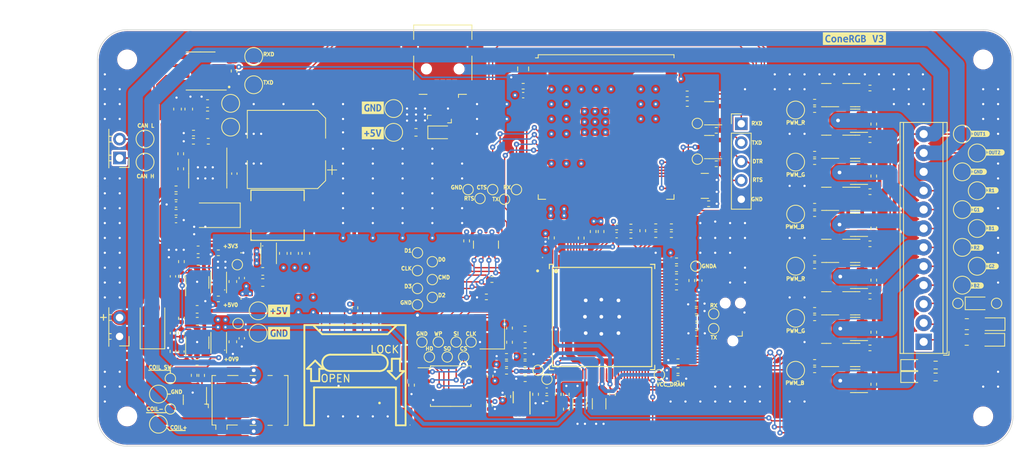
<source format=kicad_pcb>
(kicad_pcb (version 20221018) (generator pcbnew)
  (layers (0 "F.Cu" signal) (1 "In1.Cu" signal) (2 "In2.Cu" signal) (31 "B.Cu" signal) (34 "B.Paste" user) (35 "F.Paste" user) (36 "B.SilkS" user "B.Silkscreen") (37 "F.SilkS" user "F.Silkscreen") (38 "B.Mask" user) (39 "F.Mask" user) (44 "Edge.Cuts" user))
  (net 0 "")
  (net 1 "GND")
  (net 2 "+3V3")
  (net 3 "/Application/XI")
  (net 4 "/Application/XO")
  (net 5 "/Application/RST")
  (net 8 "/Application/HPOUFB")
  (net 9 "GNDA")
  (net 10 "/Application/VRA2")
  (net 11 "/Application/VRA1")
  (net 12 "/Application/HPOUTR")
  (net 13 "Net-(C209-Pad2)")
  (net 14 "Net-(C210-Pad2)")
  (net 15 "+0v9")
  (net 16 "/Application/LDOA_OUT")
  (net 17 "/Application/LDOB_OUT")
  (net 18 "/Application/VCC_DRAM")
  (net 19 "/Application/HPVCC")
  (net 20 "/Application/GPADC0")
  (net 21 "+1V8A")
  (net 25 "+5V")
  (net 26 "Net-(D401-A1)")
  (net 27 "Net-(U402-FB)")
  (net 28 "Net-(U403-FB)")
  (net 29 "Net-(U403-EN)")
  (net 30 "/Power/VIN")
  (net 31 "Net-(U404-EN)")
  (net 33 "Net-(U404-BOOT)")
  (net 45 "/Power/SW")
  (net 46 "/Power/COMP")
  (net 47 "Net-(C419-Pad1)")
  (net 48 "Net-(C420-Pad1)")
  (net 49 "Net-(C422-Pad1)")
  (net 50 "/Power/PI1_DIV")
  (net 51 "Net-(D411-A)")
  (net 61 "/Power/VBUS_FB")
  (net 62 "/Power/VBUS")
  (net 63 "Net-(D408-A)")
  (net 66 "Net-(D409-A)")
  (net 67 "/Application/SD_CLK")
  (net 71 "/Application/RXD")
  (net 72 "/Application/TXD")
  (net 75 "/Power/PI2_DIV")
  (net 76 "/Power/LEDC_OUT")
  (net 77 "Net-(D413-A)")
  (net 81 "Net-(U402-LX)")
  (net 82 "Net-(U403-LX)")
  (net 83 "Net-(Q301-B)")
  (net 88 "Net-(Q302-B)")
  (net 89 "/WiFi+BT/IO0")
  (net 90 "/Power/PI2")
  (net 91 "/Power/PI1")
  (net 97 "/Power/RGB2_OUT")
  (net 104 "/Power/RGB1_OUT")
  (net 105 "Net-(Q401-B)")
  (net 106 "Net-(Q402-B)")
  (net 107 "Net-(Q402-E)")
  (net 108 "Net-(Q402-C)")
  (net 109 "Net-(Q403-E)")
  (net 110 "/Application/SDCO0_CMD")
  (net 111 "/Application/SDCO0_CLK")
  (net 112 "/Application/SD_DET")
  (net 113 "/Application/SPI0_MOSI")
  (net 114 "/Application/SDCO0_D0")
  (net 116 "/Application/DZQ")
  (net 117 "/Application/VCC_PE")
  (net 118 "/Application/UART3_TX")
  (net 119 "/Application/UART3_RX")
  (net 120 "/Application/VCC_TVIN")
  (net 121 "/Application/I2C_SDA")
  (net 122 "/Application/I2C_SCL")
  (net 123 "/WiFi+BT/SDIO_CLK")
  (net 124 "/Application/WIFI_CLK")
  (net 125 "/WiFi+BT/SDIO_CMD")
  (net 126 "/WiFi+BT/RXD0")
  (net 127 "/WiFi+BT/TXD0")
  (net 130 "Net-(Q405-B)")
  (net 131 "Net-(Q405-E)")
  (net 133 "/Power/FB")
  (net 134 "+12V")
  (net 135 "/Power/CAN_L")
  (net 136 "/Power/CAN_H")
  (net 137 "/Power/RGB_R1")
  (net 138 "/Power/RGB_G1")
  (net 139 "/Power/RGB_B1")
  (net 140 "/Power/RGB_R2")
  (net 141 "/Power/RGB_G2")
  (net 142 "/Power/RGB_B2")
  (net 143 "Net-(Q405-C)")
  (net 144 "Net-(Q406-E)")
  (net 145 "Net-(Q408-B)")
  (net 146 "Net-(Q408-E)")
  (net 147 "Net-(U404-RT{slash}CLK)")
  (net 148 "Net-(R425-Pad2)")
  (net 149 "/Application/SDCO0_D1")
  (net 151 "/Application/SDCO0_D2")
  (net 153 "/Application/SDCO0_D3")
  (net 154 "/Application/SPI0_WP")
  (net 155 "/Application/SPI0_HLD")
  (net 156 "/Application/SPI0_MISO")
  (net 161 "/WiFi+BT/SDIO_DAT0")
  (net 162 "/WiFi+BT/SDIO_DAT1")
  (net 163 "/WiFi+BT/SDIO_DAT2")
  (net 164 "/WiFi+BT/SDIO_DAT3")
  (net 165 "/WiFi+BT/HCI_TX")
  (net 166 "/WiFi+BT/HCI_RX")
  (net 167 "/WiFi+BT/HCI_RTS")
  (net 168 "/WiFi+BT/HCI_CTS")
  (net 169 "/Application/SPI0_CS0")
  (net 170 "/Application/SPI0_CLK")
  (net 171 "Net-(Q408-C)")
  (net 172 "/Application/PWM5")
  (net 173 "/Application/PWM4")
  (net 174 "/Application/PWM6")
  (net 175 "Net-(Q409-E)")
  (net 176 "Net-(Q411-B)")
  (net 177 "/Application/DI2")
  (net 178 "/Application/DI1")
  (net 179 "/Application/PWM0")
  (net 180 "/Application/PWM1")
  (net 181 "/Application/PWM2")
  (net 182 "/Application/PWM3")
  (net 183 "Net-(Q411-E)")
  (net 184 "Net-(Q411-C)")
  (net 185 "/Application/CAN0_RX")
  (net 186 "/Application/CAN0_TX")
  (net 187 "/Application/USB0_DM")
  (net 188 "/Application/USB0_DP")
  (net 189 "/Application/LEDC")
  (net 194 "/Application/HPOUTL")
  (net 196 "Net-(Q412-B)")
  (net 197 "Net-(Q412-E)")
  (net 198 "Net-(Q412-C)")
  (net 199 "Net-(Q413-B)")
  (net 200 "Net-(Q413-E)")
  (net 201 "Net-(Q413-C)")
  (net 202 "Net-(Q414-E)")
  (net 203 "Net-(Q415-E)")
  (net 204 "Net-(Q416-E)")
  (net 210 "/WiFi+BT/BOOT_RXD")
  (net 211 "/WiFi+BT/BOOT_TXD")
  (net 212 "/WiFi+BT/BOOT_DTR")
  (net 213 "/WiFi+BT/BOOT_RTS")
  (net 214 "/WiFi+BT/EN")
  (footprint "Resistor_SMD:R_0402_1005Metric" (layer "F.Cu") (at 83 55.6)
    (fp_text reference "R202" hide)
    (fp_text value "22R" hide)
  )
  (footprint "Resistor_SMD:R_0402_1005Metric" (layer "F.Cu") (at 90.365103 71.595024)
    (fp_text reference "C227" hide)
    (fp_text value "100nf" hide)
  )
  (footprint "Resistor_SMD:R_0402_1005Metric" (layer "F.Cu") (at 108.00023 67.829973)
    (fp_text reference "C220" hide)
    (fp_text value "100nf" hide)
  )
  (footprint "TestPoint:TestPoint_Pad_D1.0mm" (layer "F.Cu") (at 83.1 43.5)
    (fp_text reference "TP306" hide)
    (fp_text value "RTS" hide)
  )
  (footprint "Resistor_SMD:R_0805_2012Metric" (layer "F.Cu") (at 146.800001 61.6)
    (fp_text reference "R403" hide)
    (fp_text value "10k" hide)
  )
  (footprint "Resistor_SMD:R_0402_1005Metric" (layer "F.Cu") (at 96.600229 49.140023 90)
    (fp_text reference "C235" hide)
    (fp_text value "100nf" hide)
  )
  (footprint "Capacitor_SMD:C_0603_1608Metric" (layer "F.Cu") (at 42.275001 32.675 90)
    (fp_text reference "C415" hide)
    (fp_text value "47uF" hide)
  )
  (footprint "Resistor_SMD:R_0402_1005Metric" (layer "F.Cu") (at 87.455102 65.930024 180)
    (fp_text reference "C218" hide)
    (fp_text value "2.2uF" hide)
  )
  (footprint "Resistor_SMD:R_0402_1005Metric" (layer "F.Cu") (at 110.470183 58.829973)
    (fp_text reference "C236" hide)
    (fp_text value "100nf" hide)
  )
  (footprint "Tag-Connect:Tag-Connect_TC2030-IDC-NL_2x03_P1.27mm_Vertical" (layer "F.Cu") (at 115.365001 61.299973 90)
    (fp_text reference "J202" hide)
    (fp_text value "TC2030-IDC" hide)
  )
  (footprint "TestPoint:TestPoint_Pad_D1.0mm" (layer "F.Cu") (at 75 53.2)
    (fp_text reference "TP205" hide)
    (fp_text value "DAT0" hide)
  )
  (footprint "TestPoint:TestPoint_Pad_D2.0mm" (layer "F.Cu") (at 69.8 32.6)
    (fp_text reference "TP418" hide)
    (fp_text value "USB_GND" hide)
  )
  (footprint "LED_SMD:LED_0402_1005Metric" (layer "F.Cu") (at 48.215 52 180)
    (fp_text reference "D409" hide)
    (fp_text value "LED" hide)
  )
  (footprint "Package_SO:SOIC-8_3.9x4.9mm_P1.27mm" (layer "F.Cu") (at 43.865001 27.5525 180)
    (fp_text reference "U405" hide)
    (fp_text value "SN65HVD230" hide)
  )
  (footprint "Resistor_SMD:R_0402_1005Metric" (layer "F.Cu") (at 133.79 36.790001 180)
    (fp_text reference "R413" hide)
    (fp_text value "1k" hide)
  )
  (footprint "Resistor_SMD:R_0402_1005Metric" (layer "F.Cu") (at 105.010229 48.495536)
    (fp_text reference "C209" hide)
    (fp_text value "100nf" hide)
  )
  (footprint "Resistor_SMD:R_0402_1005Metric" (layer "F.Cu") (at 46.245002 58.2)
    (fp_text reference "R427" hide)
    (fp_text value "1k" hide)
  )
  (footprint "kibuzzard-65CD116A" (layer "F.Cu") (at 148.6 36)
    (fp_text reference "kibuzzard-65CD116A" hide)
    (fp_text value "G***" hide)
  )
  (footprint "Resistor_SMD:R_0402_1005Metric" (layer "F.Cu") (at 126.355 60.740001 180)
    (fp_text reference "R435" hide)
    (fp_text value "1k" hide)
  )
  (footprint "Package_SO:HSOP-8-1EP_3.9x4.9mm_P1.27mm_EP2.41x3.1mm" (layer "F.Cu") (at 44.827401 41.35 -90)
    (fp_text reference "U404" hide)
    (fp_text value "SCT2650STER" hide)
  )
  (footprint "Resistor_SMD:R_0402_1005Metric" (layer "F.Cu") (at 40.150001 65.26 -90)
    (fp_text reference "R418" hide)
    (fp_text value "150k" hide)
  )
  (footprint "Resistor_SMD:R_0402_1005Metric" (layer "F.Cu") (at 134.3 69.680001 -90)
    (fp_text reference "R445" hide)
    (fp_text value "1k" hide)
  )
  (footprint "Resistor_SMD:R_0402_1005Metric" (layer "F.Cu") (at 82.665101 72.51 90)
    (fp_text reference "R203" hide)
    (fp_text value "100k" hide)
  )
  (footprint "MountingHole:MountingHole_2.2mm_M2" (layer "F.Cu") (at 34 74)
    (fp_text reference "H404" hide)
    (fp_text value "MountingHole" hide)
  )
  (footprint "Capacitor_SMD:C_0402_1005Metric" (layer "F.Cu") (at 48.4 41.35 -90)
    (fp_text reference "C402" hide)
    (fp_text value "100nF" hide)
  )
  (footprint "kibuzzard-65CD1209" (layer "F.Cu") (at 131.7 23.2)
    (fp_text reference "kibuzzard-65CD1209" hide)
    (fp_text value "G***" hide)
  )
  (footprint "Resistor_SMD:R_0402_1005Metric" (layer "F.Cu") (at 97.665101 49.140023 90)
    (fp_text reference "C212" hide)
    (fp_text value "100nf" hide)
  )
  (footprint "Resistor_SMD:R_0402_1005Metric" (layer "F.Cu") (at 46.245002 52)
    (fp_text reference "R428" hide)
    (fp_text value "1k" hide)
  )
  (footprint "kibuzzard-65CD119A" (layer "F.Cu") (at 148.2 46.2)
    (fp_text reference "kibuzzard-65CD119A" hide)
    (fp_text value "G***" hide)
  )
  (footprint "Capacitor_SMD:C_0402_1005Metric" (layer "F.Cu") (at 41.290001 65.28 90)
    (fp_text reference "C413" hide)
    (fp_text value "100nF" hide)
  )
  (footprint "Package_DFN_QFN:Diodes_DFN1006-3" (layer "F.Cu") (at 76.850001 34.025 180)
    (fp_text reference "D403" hide)
    (fp_text value "AU0511P1" hide)
  )
  (footprint "Inductor_SMD:L_0603_1608Metric" (layer "F.Cu") (at 52.215 55.999999 180)
    (fp_text reference "FB402" hide)
    (fp_text value "220R@100MHz" hide)
  )
  (footprint "Capacitor_SMD:C_0603_1608Metric" (layer "F.Cu") (at 54.980004 52.075 -90)
    (fp_text reference "C424" hide)
    (fp_text value "68pF" hide)
  )
  (footprint "Capacitor_SMD:CP_Elec_10x10" (layer "F.Cu") (at 55.4 38.1 180)
    (fp_text reference "C420" hide)
    (fp_text value "220uF 16V" hide)
  )
  (footprint "Resistor_SMD:R_0402_1005Metric" (layer "F.Cu") (at 41.290001 62.8 90)
    (fp_text reference "R416" hide)
    (fp_text value "75k" hide)
  )
  (footprint "Diode_SMD:D_SMA" (layer "F.Cu") (at 37.4 61.4 90)
    (fp_text reference "D406" hide)
    (fp_text value "SMAJ12CA" hide)
  )
  (footprint "Resistor_SMD:R_0402_1005Metric" (layer "F.Cu") (at 126.355 46.730001 180)
    (fp_text reference "R430" hide)
    (fp_text value "1k" hide)
  )
  (footprint "Resistor_SMD:R_0402_1005Metric" (layer "F.Cu") (at 103.265103 49.030023 90)
    (fp_text reference "C206" hide)
    (fp_text value "100nf" hide)
  )
  (footprint "Diode_SMD:D_SMA" (layer "F.Cu") (at 45.682401 46.95 180)
    (fp_text reference "D407" hide)
    (fp_text value "SS54" hide)
  )
  (footprint "Resistor_SMD:R_0402_1005Metric" (layer "F.Cu") (at 87.2 29.6)
    (fp_text reference "R304" hide)
    (fp_text value "100k" hide)
  )
  (footprint "Resistor_SMD:R_0402_1005Metric" (layer "F.Cu") (at 126.355 31.740001 180)
    (fp_text reference "R407" hide)
    (fp_text value "100k 1%" hide)
  )
  (footprint "Capacitor_SMD:C_0402_1005Metric" (layer "F.Cu") (at 40.567401 47.6)
    (fp_text reference "C419" hide)
    (fp_text value "3.3nF" hide)
  )
  (footprint "Relay_SMD:Relay_DPDT_Omron_G6K-2F-Y" (layer "F.Cu") (at 50.500001 71.86 90)
    (fp_text reference "K401" hide)
    (fp_text value "G6K-2" hide)
  )
  (footprint "Resistor_SMD:R_0402_1005Metric" (layer "F.Cu") (at 41.290001 55.165 90)
    (fp_text reference "R414" hide)
    (fp_text value "680k" hide)
  )
  (footprint "Diode_SMD:D_SOD-323" (layer "F.Cu") (at 150.312501 61.6 180)
    (fp_text reference "D402" hide)
    (fp_text value "1N5819WS" hide)
  )
  (footprint "Inductor_LCSC:IND-SMD_L2.0-W1.6_VLS201610CX-150M" (layer "F.Cu") (at 46.3 64.087411 90)
    (fp_text reference "L402" hide)
    (fp_text value "2.2uH" hide)
  )
  (footprint "TestPoint:TestPoint_Pad_D1.0mm" (layer "F.Cu") (at 77 66)
    (fp_text reference "TP209" hide)
    (fp_text value "MISO" hide)
  )
  (footprint "Resistor_SMD:R_0402_1005Metric" (layer "F.Cu") (at 40.567401 43.4 180)
    (fp_text reference "R424" hide)
    (fp_text value "18.7k 1%" hide)
  )
  (footprint "Resistor_SMD:R_0402_1005Metric" (layer "F.Cu") (at 107.80023 55.219971)
    (fp_text reference "C208" hide)
    (fp_text value "470nF" hide)
  )
  (footprint "Capacitor_SMD:C_0603_1608Metric" (layer "F.Cu") (at 48.2 55.865025 -90)
    (fp_text reference "C407" hide)
    (fp_text value "10uF" hide)
  )
  (footprint "kibuzzard-65CD0DAC" (layer "F.Cu") (at 67 32.5)
    (fp_text reference "kibuzzard-65CD0DAC" hide)
    (fp_text value "G***" hide)
  )
  (footprint "Inductor_LCSC:IND-SMD_L2.0-W1.6_VLS201610CX-150M" (layer "F.Cu") (at 46.3 55.989911 90)
    (fp_text reference "L401" hide)
    (fp_text value "2.2uH" hide)
  )
  (footprint "Resistor_SMD:R_0402_1005Metric" (layer "F.Cu") (at 133.79 50.790001 180)
    (fp_text reference "R440" hide)
    (fp_text value "1k" hide)
  )
  (footprint "Resistor_SMD:R_0402_1005Metric" (layer "F.Cu") (at 112.12 45.4 180)
    (fp_text reference "R301" hide)
    (fp_text value "100k" hide)
  )
  (footprint "Capacitor_SMD:C_0402_1005Metric" (layer "F.Cu") (at 49.4 63.497525 -90)
    (fp_text reference "C411" hide)
    (fp_text value "100nF" hide)
  )
  (footprint "TestPoint:TestPoint_Pad_D1.0mm" (layer "F.Cu") (at 48.9 61.5)
    (fp_text reference "TP433" hide)
    (fp_text value "+0V9" hide)
  )
  (footprint "TestPoint:TestPoint_Pad_D2.0mm" (layer "F.Cu") (at 51 29.4)
    (fp_text reference "TP401" hide)
    (fp_text value "CAN_TX" hide)
  )
  (footprint "Crystal:Crystal_SMD_3225-4Pin_3.2x2.5mm" (layer "F.Cu") (at 83.045149 62.930024 90)
    (fp_text reference "Y201" hide)
    (fp_text value "24Mhz" hide)
  )
  (footprint "Package_TO_SOT_SMD:SOT-23" (layer "F.Cu") (at 131.8025 44.740001)
    (fp_text reference "Q409" hide)
    (fp_text value "BC850" hide)
  )
  (footprint "Resistor_SMD:R_0402_1005Metric" (layer "F.Cu") (at 134.3 62.680001 -90)
    (fp_text reference "R444" hide)
    (fp_text value "1k" hide)
  )
  (footprint "Resistor_SMD:R_0402_1005Metric" (layer "F.Cu") (at 42.9 37 180)
    (fp_text reference "C416" hide)
    (fp_text value "1uF" hide)
  )
  (footprint "Resistor_SMD:R_0402_1005Metric" (layer "F.Cu") (at 108.00023 68.879922)
    (fp_text reference "C229" hide)
    (fp_text value "100nf" hide)
  )
  (footprint "TestPoint:TestPoint_Pad_D1.0mm" (layer "F.Cu") (at 112.8 60.2)
    (fp_text reference "TP215" hide)
    (fp_text value "RXD" hide)
  )
  (footprint "Resistor_SMD:R_0402_1005Metric" (layer "F.Cu") (at 87.465101 64.430025 180)
    (fp_text reference "C217" hide)
    (fp_text value "2.2uF" hide)
  )
  (footprint "Package_DFN_QFN:DFN-8-1EP_3x2mm_P0.5mm_EP1.3x1.5mm" (layer "F.Cu") (at 86.990102 72.180023 90)
    (fp_text reference "U203" hide)
    (fp_text value "ATECC608A-MAHDA" hide)
  )
  (footprint "Resistor_SMD:R_0402_1005Metric" (layer "F.Cu") (at 40.567401 46.55 180)
    (fp_text reference "R422" hide)
    (fp_text value "33k 1%" hide)
  )
  (footprint "TestPoint:TestPoint_Pad_D2.0mm" (layer "F.Cu") (at 36.4 36.7)
    (fp_text reference "TP404" hide)
    (fp_text value "CAN_L" hide)
  )
  (footprint "Resistor_SMD:R_0402_1005Metric" (layer "F.Cu") (at 107.80023 54.149977)
    (fp_text reference "C224" hide)
    (fp_text value "2.2uF" hide)
  )
  (footprint "kibuzzard-65CD11BE" (layer "F.Cu") (at 148.2 56.4)
    (fp_text reference "kibuzzard-65CD11BE" hide)
    (fp_text value "G***" hide)
  )
  (footprint "Package_TO_SOT_SMD:SOT-23" (layer "F.Cu") (at 127.9275 44.740001 180)
    (fp_text reference "Q408" hide)
    (fp_text value "BC850" hide)
  )
  (footprint "Resistor_SMD:R_0402_1005Metric" (layer "F.Cu") (at 126.355 67.740001 180)
    (fp_text reference "R436" hide)
    (fp_text value "1k" hide)
  )
  (footprint "Resistor_SMD:R_0402_1005Metric" (layer "F.Cu") (at 85.365102 64.030024 -90)
    (fp_text reference "C203" hide)
    (fp_text value "22pF" hide)
  )
  (footprint "Resistor_SMD:R_0402_1005Metric" (layer "F.Cu") (at 113.138918 40.029973)
    (fp_text reference "R305" hide)
    (fp_text value "12k" hide)
  )
  (footprint "Resistor_SMD:R_0402_1005Metric" (layer "F.Cu") (at 134.3 41.680001 -90)
    (fp_text reference "R429" hide)
    (fp_text value "1k" hide)
  )
  (footprint "TestPoint:TestPoint_Pad_D1.0mm" (layer "F.Cu") (at 73.6 64)
    (fp_text reference "TP218" hide)
    (fp_text value "FLASH_GND" hide)
  )
  (footprint "TestPoint:TestPoint_Pad_D2.0mm" (layer "F.Cu") (at 148.2 53.81)
    (fp_text reference "TP416" hide)
    (fp_text value "RGB_G2" hide)
  )
  (footprint "Capacitor_SMD:C_0402_1005Metric" (layer "F.Cu") (at 49.4 55.4 -90)
    (fp_text reference "C406" hide)
    (fp_text value "100nF" hide)
  )
  (footprint "Resistor_SMD:R_0402_1005Metric" (layer "F.Cu") (at 126.355 45.740001 180)
    (fp_text reference "R431" hide)
    (fp_text value "100k 1%" hide)
  )
  (footprint "Resistor_SMD:R_0402_1005Metric" (layer "F.Cu") (at 126.355 59.740001 180)
    (fp_text reference "R438" hide)
    (fp_text value "100k 1%" hide)
  )
  (footprint "Capacitor_SMD:C_0402_1005Metric" (layer "F.Cu") (at 40.567401 45.5 180)
    (fp_text reference "C418" hide)
    (fp_text value "22pF" hide)
  )
  (footprint "TestPoint:TestPoint_Pad_D2.0mm" (layer "F.Cu") (at 51.6 59.8)
    (fp_text reference "TP430" hide)
    (fp_text value "+5V_IN_3V3" hide)
  )
  (footprint "Package_TO_SOT_SMD:SOT-23" (layer "F.Cu") (at 131.8025 51.740001)
    (fp_text reference "Q414" hide)
    (fp_text value "BC850" hide)
  )
  (footprint "Resistor_SMD:R_0402_1005Metric" (layer "F.Cu") (at 99.200229 71.034973 -90)
    (fp_text reference "C232" hide)
    (fp_text value "100nf" hide)
  )
  (footprint "Resistor_SMD:R_0402_1005Metric" (layer "F.Cu") (at 133.79 43.790001 180)
    (fp_text reference "R432" hide)
    (fp_text value "1k" hide)
  )
  (footprint "TestPoint:TestPoint_Pad_D1.0mm" (layer "F.Cu") (at 73 52)
    (fp_text reference "TP206" hide)
    (fp_text value "DAT1" hide)
  )
  (footprint "Package_TO_SOT_SMD:SOT-23" (layer "F.Cu") (at 131.8025 48.240001 180)
    (fp_text reference "Q410" hide)
    (fp_text value "SI2302-TP" hide)
  )
  (footprint "TestPoint:TestPoint_Pad_D2.0mm" (layer "F.Cu") (at 51.6 62.8)
    (fp_text reference "TP431" hide)
    (fp_text value "+5V_IN_3V3_GND" hide)
  )
  (footprint "CPU_Allwinner_T113-S3:LQFP-128_L14.0-W14.0-P0.40-LS16.0-BL-EP5.6" (layer "F.Cu") (at 97.800229 60.629974 -90)
    (fp_text reference "U201" hide)
    (fp_text value "T113-S3" hide)
  )
  (footprint "Package_TO_SOT_SMD:SOT-23" (layer "F.Cu") (at 131.8025 30.790001)
    (fp_text reference "Q403" hide)
    (fp_text value "BC850" hide)
  )
  (footprint "TestPoint:TestPoint_Pad_D1.0mm" (layer "F.Cu") (at 78.2 64)
    (fp_text reference "TP210" hide)
    (fp_text value "MOSI" hide)
  )
  (footprint "Resistor_SMD:R_0402_1005Metric" (layer "F.Cu") (at 87.455102 66.930024 180)
    (fp_text reference "C219" hide)
    (fp_text value "2.2uF" hide)
  )
  (footprint "Resistor_SMD:R_0402_1005Metric" (layer "F.Cu") (at 126.355 32.740001 180)
    (fp_text reference "R408" hide)
    (fp_text value "1k" hide)
  )
  (footprint "LED_SMD:LED_0603_1608Metric" (layer "F.Cu") (at 139.4125 67.1)
    (fp_text reference "D411" hide)
    (fp_text value "LED_0603_RED" hide)
  )
  (footprint "Capacitor_SMD:C_0603_1608Metric" (layer "F.Cu") (at 43.4 59.6 180)
    (fp_text reference "C409" hide)
    (fp_text value "10uF" hide)
  )
  (footprint "TestPoint:TestPoint_Pad_D1.0mm" (layer "F.Cu") (at 86.3 43.5)
    (fp_text reference "TP304" hide)
    (fp_text value "TX" hide)
  )
  (footprint "TestPoint:TestPoint_Pad_D1.0mm" (layer "F.Cu") (at 73 59)
    (fp_text reference "TP217" hide)
    (fp_text value "SD_GND" hide)
  )
  (footprint "kibuzzard-65CD0DAC" (layer "F.Cu") (at 54.4 62.8)
    (fp_text reference "kibuzzard-65CD0DAC" hide)
    (fp_text value "G***" hide)
  )
  (footprint "Package_DFN_QFN:Diodes_DFN1006-3" (layer "F.Cu") (at 75.050001 34.000001)
    (fp_text reference "D404" hide)
    (fp_text value "AU0511P1" hide)
  )
  (footprint "Resistor_SMD:R_0402_1005Metric" (layer "F.Cu") (at 110.500231 62.829973)
    (fp_text reference "C222" hide)
    (fp_text value "100nf" hide)
  )
  (footprint "Package_TO_SOT_SMD:SOT-23" (layer "F.Cu") (at 112.201418 33.229973 180)
    (fp_text reference "Q302" hide)
    (fp_text value "BC850" hide)
  )
  (footprint "Resistor_SMD:R_0402_1005Metric" (layer "F.Cu") (at 108.00023 66.650024)
    (fp_text reference "C221" hide)
    (fp_text value "100nf" hide)
  )
  (footprint "Capacitor_SMD:C_0402_1005Metric" (layer "F.Cu") (at 87.455102 67.930023 180)
    (fp_text reference "R210" hide)
    (fp_text value "0R" hide)
  )
  (footprint "Resistor_SMD:R_0402_1005Metric" (layer "F.Cu") (at 126.355 53.740001 180)
    (fp_text reference "R434" hide)
    (fp_text value "1k" hide)
  )
  (footprint "Diode_SMD:D_SOD-323" (layer "F.Cu") (at 150.275001 63.699999 180)
    (fp_text reference "D412" hide)
    (fp_text value "1N5819WS" hide)
  )
  (footprint "TestPoint:TestPoint_Pad_D2.0mm" (layer "F.Cu") (at 47.9 31.9 180)
    (fp_text reference "TP419" hide)
    (fp_text value "+12V" hide)
  )
  (footprint "Resistor_SMD:R_0402_1005Metric" (layer "F.Cu") (at 43.390001 66.75 180)
    (fp_text reference "R419" hide)
    (fp_text value "100k" hide)
  )
  (footprint "Resistor_SMD:R_0402_1005Metric" (layer "F.Cu") (at 82.255102 57.930022)
    (fp_text reference "R204" hide)
    (fp_text value "100k" hide)
  )
  (footprint "Capacitor_SMD:C_0402_1005Metric" (layer "F.Cu") (at 40.150001 62.8 90)
    (fp_text reference "C410" hide)
    (fp_text value "22pF" hide)
  )
  (footprint "Resistor_SMD:R_0402_1005Metric" (layer "F.Cu") (at 134.3 34.69 -90)
    (fp_text reference "R410" hide)
    (fp_text value "1k" hide)
  )
  (footprint "Resistor_SMD:R_0402_1005Metric" (layer "F.Cu") (at 107.110231 48.495538)
    (fp_text reference "R209" hide)
    (fp_text value "27R" hide)
  )
  (footprint "TestPoint:TestPoint_Pad_D2.0mm" (layer "F.Cu") (at 69.8 35.8)
    (fp_text reference "TP405" hide)
    (fp_text value "USB_5V" hide)
  )
  (footprint "Resistor_SMD:R_0603_1608Metric" (layer "F.Cu") (at 142.6125 67.1 180)
    (fp_text reference "R404" hide)
    (fp_text value "2.2k" hide)
  )
  (footprint "Inductor_SMD:L_0603_1608Metric" (layer "F.Cu") (at 72.8 35.8 180)
    (fp_text reference "FB403" hide)
    (fp_text value "220R@100MHz" hide)
  )
  (footprint "kibuzzard-65CD0D8E" (layer "F.Cu") (at 54.4 59.8)
    (fp_text reference "kibuzzard-65CD0D8E" hide)
    (fp_text value "G***" hide)
  )
  (footprint "TestPoint:TestPoint_Pad_D1.0mm" (layer "F.Cu") (at 75.8 64)
    (fp_text reference "TP211" hide)
    (fp_text value "WP" hide)
  )
  (footprint "TestPoint:TestPoint_Pad_D1.0mm" (layer "F.Cu") (at 39.8 68.9)
    (fp_text reference "TP428" hide)
    (fp_text value "RELAY_SW" hide)
  )
  (footprint "Resistor_SMD:R_0402_1005Metric" (layer "F.Cu") (at 87.455102 62.229973 180)
    (fp_text reference "C231" hide)
    (fp_text value "100nf" hide)
  )
  (footprint "TestPoint:TestPoint_Pad_D1.0mm" (layer "F.Cu") (at 79.8 43.5)
    (fp_text reference "TP307" hide)
    (fp_text value "HCI_GND" hide)
  )
  (footprint "Resistor_SMD:R_0402_1005Metric" (layer "F.Cu") (at 84.955101 65.930025)
    (fp_text reference "R205" hide)
    (fp_text value "100k" hide)
  )
  (footprint "TestPoint:TestPoint_Pad_D2.0mm" (layer "F.Cu") (at 36.4 39.8)
    (fp_text reference "TP403" hide)
    (fp_text value "CAN_H" hide)
  )
  (footprint "Capacitor_SMD:C_0603_1608Metric" (layer "F.Cu") (at 56.490002 52.075 -90)
    (fp_text reference "C423" hide)
    (fp_text value "220nF" hide)
  )
  (footprint "TestPoint:TestPoint_Pad_D1.0mm" (layer "F.Cu") (at 75 58)
    (fp_text reference "TP201" hide)
    (fp_text value "DAT2" hide)
  )
  (footprint "TestPoint:TestPoint_Pad_D1.0mm" (layer "F.Cu") (at 74.6 66)
    (fp_text reference "TP212" hide)
    (fp_text value "HLD" hide)
  )
  (footprint "Resistor_SMD:R_0402_1005Metric" (layer "F.Cu") (at 48.365001 27.5525 -90)
    (fp_text reference "C426" hide)
    (fp_text value "100nf" hide)
  )
  (footprint "Resistor_SMD:R_0402_1005Metric" (layer "F.Cu") (at 107.80023 56.609819)
    (fp_text reference "C207" hide)
    (fp_text value "470nF" hide)
  )
  (footprint "Resistor_SMD:R_0402_1005Metric" (layer "F.Cu") (at 64.6 59.4 90)
    (fp_text reference "C201" hide)
    (fp_text value "100nf" hide)
  )
  (footprint "TestPoint:TestPoint_Pad_D1.0mm" (layer "F.Cu") (at 39.8 73)
    (fp_text reference "TP429" hide)
    (fp_text value "RELAY_COIL-" hide)
  )
  (footprint "Resistor_SMD:R_0402_1005Metric" (layer "F.Cu") (at 107.80023 53.079983)
    (fp_text reference "C223" hide)
    (fp_text value "100nf" hide)
  )
  (footprint "TestPoint:TestPoint_Pad_D1.0mm" (layer "F.Cu") (at 150.8 58.8)
    (fp_text reference "TP424" hide)
    (fp_text value "LEDC" hide)
  )
  (footprint "Package_TO_SOT_SMD:SOT-23" (layer "F.Cu") (at 43.100001 71.76 -90)
    (fp_text reference "Q401" hide)
    (fp_text value "BC850" hide)
  )
  (footprint "Capacitor_SMD:C_1206_3216Metric" (layer "F.Cu") (at 97.40023 72.304973 -90)
    (fp_text reference "C228" hide)
    (fp_text value "10uF" hide)
  )
  (footprint "TestPoint:TestPoint_Pad_D1.0mm" (layer "F.Cu") (at 48.8 53.6)
    (fp_text reference "TP423" hide)
    (fp_text value "+3v3" hide)
  )
  (footprint "TestPoint:TestPoint_Pad_D2.0mm" (layer "F.Cu") (at 146.2 46.19)
    (fp_text reference "TP413" hide)
    (fp_text value "RGB_G1" hide)
  )
  (footprint "Resistor_SMD:R_0402_1005Metric" (layer "F.Cu") (at 109.23392 30.629972)
    (fp_text reference "R307" hide)
    (fp_text value "22R" hide)
  )
  (footprint "Connector_PinHeader_2.54mm:PinHeader_1x05_P2.54mm_Vertical" (layer "F.Cu") (at 116.5 34.64)
    (fp_text reference "J301" hide)
    (fp_text value "ESP32" hide)
  )
  (footprint "TestPoint:TestPoint_Pad_D1.0mm" (layer "F.Cu") (at 75 55.6)
    (fp_text reference "TP203" hide)
    (fp_text value "CMD" hide)
  )
  (footprint "Inductor_SMD:L_0603_1608Metric" (layer "F.Cu") (at 44.8 33.45)
    (fp_text reference "FB401" hide)
    (fp_text value "220R@100MHz" hide)
  )
  (footprint "Resistor_SMD:R_0402_1005Metric" (layer "F.Cu") (at 40.567401 44.48)
    (fp_text reference "R423" hide)
    (fp_text value "100k 1%" hide)
  )
  (footprint "Resistor_SMD:R_0402_1005Metric" (layer "F.Cu") (at 93.000229 73.029973 -90)
    (fp_text reference "R207" hide)
    (fp_text value "240R" hide)
  )
  (footprint "Resistor_SMD:R_0402_1005Metric" (layer "F.Cu") (at 41.290001 53.184999 90)
    (fp_text reference "R415" hide)
    (fp_text value "150k" hide)
  )
  (footprint "Resistor_SMD:R_0402_1005Metric" (layer "F.Cu") (at 44.9 37 180)
    (fp_text reference "R421" hide)
    (fp_text value "0R" hide)
  )
  (footprint "Capacitor_SMD:C_0603_1608Metric" (layer "F.Cu") (at 43.415001 61.2 180)
    (fp_text reference "C408" hide)
    (fp_text value "10uF" hide)
  )
  (footprint "Resistor_SMD:R_0402_1005Metric" (layer "F.Cu") (at 126.355 66.740001 180)
    (fp_text reference "R439" hide)
    (fp_text value "100k 1%" hide)
  )
  (footprint "TestPoint:TestPoint_Pad_D1.0mm" (layer "F.Cu") (at 110.6 39.4)
    (fp_text reference "TP301" hide)
    (fp_text value "EN" hide)
  )
  (footprint "Resistor_SMD:R_Array_Convex_4x0603" (layer "F.Cu") (at 82.2 50.9 90)
    (fp_text reference "RN201" hide)
    (fp_text value "100k" hide)
  )
  (footprint "Connector_PinHeader_2.54mm:PinHeader_1x02_P2.54mm_Horizontal" (layer "F.Cu") (at 32.974999 63.25 180)
    (fp_text reference "J401" hide)
    (fp_text value "Conn_01x02" hide)
  )
  (footprint "TestPoint:TestPoint_Pad_D1.0mm" (layer "F.Cu") (at 80.2 64)
    (fp_text reference "TP208" hide)
    (fp_text value "CLK" hide)
  )
  (footprint "LED_SMD:LED_0402_1005Metric" (layer "F.Cu") (at 48.215 58.2 180)
    (fp_text reference "D408" hide)
    (fp_text value "LED" hide)
  )
  (footprint "TestPoint:TestPoint_Pad_D1.0mm" (layer "F.Cu") (at 89.2 67.8)
    (fp_text reference "TP214" hide)
    (fp_text value "SCL" hide)
  )
  (footprint "TestPoint:TestPoint_Pad_D1.0mm" (layer "F.Cu") (at 73 54.4)
    (fp_text reference "TP204" hide)
    (fp_text value "CLK" hide)
  )
  (footprint "Package_TO_SOT_SMD:SOT-23" (layer "F.Cu") (at 127.9275 51.740001 180)
    (fp_text reference "Q411" hide)
    (fp_text value "BC850" hide)
  )
  (footprint "Package_TO_SOT_SMD:SOT-23" (layer "F.Cu") (at 131.8025 65.740001)
    (fp_text reference "Q416" hide)
    (fp_text value "BC850" hide)
  )
  (footprint "Capacitor_SMD:C_1206_3216Metric" (layer "F.Cu") (at 94.800229 72.304972 -90)
    (fp_text reference "C213" hide)
    (fp_text value "10uF" hide)
  )
  (footprint "LED_SMD:LED_0603_1608Metric" (layer "F.Cu") (at 139.412499 68.7)
    (fp_text reference "D413" hide)
    (fp_text value "LED_0603_RED" hide)
  )
  (footprint "Package_TO_SOT_SMD:SOT-23-5" (layer "F.Cu") (at 43.415001 64.0875 90)
    (fp_text reference "U403" hide)
    (fp_text value "SY8088IAAC" hide)
  )
  (footprint "Resistor_SMD:R_0402_1005Metric" (layer "F.Cu") (at 93.00023 71.034972 -90)
    (fp_text reference "C214" hide)
    (fp_text value "100nf" hide)
  )
  (footprint "kibuzzard-65CD1184" (layer "F.Cu") (at 148.4 41.1)
    (fp_text reference "kibuzzard-65CD1184" hide)
    (fp_text value "G***" hide)
  )
  (footprint "Package_TO_SOT_SMD:SOT-23-5" (layer "F.Cu") (at 43.415001 55.99 90)
    (fp_text reference "U402" hide)
    (fp_text value "SY8088IAAC" hide)
  )
  (footprint "Diode_SMD:D_SOD-323" (layer "F.Cu") (at 148.2 58.8)
    (fp_text reference "D410" hide)
    (fp_text value "NSR0320MW2T1G" hide)
  )
  (footprint "Package_TO_SOT_SMD:SOT-23" (layer "F.Cu") (at 131.8025 41.240001 180)
    (fp_text reference "Q407" hide)
    (fp_text value "SI2302-TP" hide)
  )
  (footprint "TestPoint:TestPoint_Pad_D1.0mm" (layer "F.Cu") (at 110.4 53.8)
    (fp_text reference "TP219" hide)
    (fp_text value "AGND" hide)
  )
  (footprint "TestPoint:TestPoint_Pad_D1.0mm" (layer "F.Cu") (at 110.6 34.6)
    (fp_text reference "TP302" hide)
    (fp_text value "IO0" hide)
  )
  (footprint "Capacitor_SMD:C_0603_1608Metric" (layer "F.Cu") (at 44.8 31.925 180)
    (fp_text reference "C425" hide)
    (fp_text value "10uF" hide)
  )
  (footprint "TestPoint:TestPoint_Pad_D1.0mm" (layer "F.Cu") (at 112.8 62.2)
    (fp_text reference "TP216" hide)
    (fp_text value "TXD" hide)
  )
  (footprint "Resistor_SMD:R_0402_1005Metric" (layer "F.Cu") (at 126.355 38.740001 180)
    (fp_text reference "R412" hide)
    (fp_text value "100k 1%" hide)
  )
  (footprint "Package_DFN_QFN:Diodes_DFN1006-3" (layer "F.Cu") (at 44.4 73.0475 -90)
    (fp_text reference "D401" hide)
    (fp_text value "AU0511P1" hide)
  )
  (footprint "TestPoint:TestPoint_Pad_D1.0mm" (layer "F.Cu") (at 81.4 44.7)
    (fp_text reference "TP305" hide)
    (fp_text value "CTS" hide)
  )
  (footprint "TestPoint:TestPoint_Pad_D2.0mm" (layer "F.Cu") (at 146.2 36.03)
    (fp_text reference "TP422" hide)
    (fp_text value "RGB1" hide)
  )
  (footprint "Connector_LCSC_SDCard:TF-SMD_YC39-TF08-180" (layer "F.Cu") (at 64.706045 69.660935 180)
    (fp_text reference "J201" hide)
    (fp_text value "XKTF-1307-16" hide)
  )
  (footprint "kibuzzard-65CD11AE" (layer "F.Cu") (at 148.2 51.3)
    (fp_text reference "kibuzzard-65CD11AE" hide)
    (fp_text value "G***" hide)
  )
  (footprint "Resistor_SMD:R_Array_Convex_4x0603" (layer "F.Cu") (at 111.6 43)
    (fp_text reference "RN301" hide)
    (fp_text value "100k" hide)
  )
  (footprint "Resistor_SMD:R_0402_1005Metric" (layer "F.Cu") (at 41.200001 40.71 -90)
    (fp_text reference "R426" hide)
    (fp_text value "100k 1%" hide)
  )
  (footprint "Resistor_SMD:R_0402_1005Metric" (layer "F.Cu") (at 101.675102 49.659843)
    (fp_text reference "C226" hide)
    (fp_text value "100nf" hide)
  )
  (footprint "Resistor_SMD:R_0402_1005Metric" (layer "F.Cu") (at 134.3 55.680001 -90)
    (fp_text reference "R443" hide)
    (fp_text value "1k" hide)
  )
  (footprint "Package_TO_SOT_SMD:SOT-23" (layer "F.Cu") (at 131.8025 62.240001 180)
    (fp_text reference "Q418" hide)
    (fp_text value "SI2302-TP" hide)
  )
  (footprint "Package_TO_SOT_SMD:SOT-23" (layer "F.Cu") (at 131.8025 37.740001)
    (fp_text reference "Q406" hide)
    (fp_text value "BC850" hide)
  )
  (footprint "kibuzzard-65CD117C" (layer "F.Cu") (at 150.6 38.5)
    (fp_text reference "kibuzzard-65CD117C" hide)
    (fp_text value "G***" hide)
  )
  (footprint "Capacitor_SMD:C_0603_1608Metric" (layer "F.Cu") (at 48.2 63.962525 -90)
    (fp_text reference "C412" hide)
    (fp_text value "10uF" hide)
  )
  (footprint "Connector_PinHeader_2.54mm:PinHeader_1x02_P2.54mm_Horizontal" (layer "F.Cu") (at 32.975 39.25 180)
    (fp_text reference "J402" hide)
    (fp_text value "Conn_01x02" hide)
  )
  (footprint "Resistor_SMD:R_0402_1005Metric" (layer "F.Cu") (at 79.6 50.4 -90)
    (fp_text reference "R201" hide)
    (fp_text value "100k" hide)
  )
  (footprint "TestPoint:TestPoint_Pad_D2.0mm" (layer "F.Cu") (at 47.9 35.1 180)
    (fp_text reference "TP420" hide)
    (fp_text value "+12V_gnd" hide)
  )
  (footprint "Capacitor_SMD:C_0402_1005Metric" (layer "F.Cu") (at 110.480229 61.829972 180)
    (fp_text reference "R214" hide)
    (fp_text value "0R" hide)
  )
  (footprint "Resistor_SMD:R_0402_1005Metric" (layer "F.Cu") (at 91.900229 71.034972 -90)
    (fp_text reference "C211" hide)
    (fp_text value "100nf" hide)
  )
  (footprint "Package_TO_SOT_SMD:SOT-23" (layer "F.Cu") (at 131.8025 58.790001)
    (fp_text reference "Q415" hide)
    (fp_text value "BC850" hide)
  )
  (footprint "Resistor_SMD:R_0402_1005Metric" (layer "F.Cu") (at 99.755102 48.530023)
    (fp_text reference "R212" hide)
    (fp_text value "100k" hide)
  )
  (footprint "kibuzzard-65CD0D8E" (layer "F.Cu") (at 67 35.9)
    (fp_text reference "kibuzzard-65CD0D8E" hide)
    (fp_text value "G***" hide)
  )
  (footprint "Resistor_SMD:R_0402_1005Metric" (layer "F.Cu") (at 134.3 48.680001 -90)
    (fp_text reference "R433" hide)
    (fp_text value "1k" hide)
  )
  (footprint "Capacitor_SMD:C_0603_1608Metric" (layer "F.Cu") (at 52.215 54.5 180)
    (fp_text reference "C422" hide)
    (fp_text value "10uF" hide)
  )
  (footprint "Package_TO_SOT_SMD:SOT-23" (layer "F.Cu") (at 127.9275 58.790001 180)
    (fp_text reference "Q412" hide)
    (fp_text value "BC850" hide)
  )
  (footprint "Capacitor_SMD:C_0402_1005Metric" (layer "F.Cu") (at 90.365103 70.530024 180)
    (fp_text reference "R211" hide)
    (fp_text value "0R" hide)
  )
  (footprint "Capacitor_SMD:C_0603_1608Metric" (layer "F.Cu") (at 40.765001 32.675 90)
    (fp_text reference "C414" hide)
    (fp_text value "47uF" hide)
  )
  (footprint "TestPoint:TestPoint_Pad_D2.0mm" (layer "F.Cu") (at 38.2 71 180)
    (fp_text reference "TP427" hide)
    (fp_text value "RELAY_GND" hide)
  )
  (footprint "TestPoint:TestPoint_Pad_D2.0mm" (layer "F.Cu") (at 146.2 51.27)
    (fp_text reference "TP415" hide)
    (fp_text value "RGB_R2" hide)
  )
  (footprint "TestPoint:TestPoint_Pad_D2.0mm" (layer "F.Cu") (at 51 25.6)
    (fp_text reference "TP402" hide)
    (fp_text value "CAN_RX" hide)
  )
  (footprint "Package_TO_SOT_SMD:SOT-23" (layer "F.Cu") (at 131.8025 55.240001 180)
    (fp_text reference "Q417" hide)
    (fp_text value "SI2302-TP" hide)
  )
  (footprint "Resistor_SMD:R_0402_1005Metric" (layer "F.Cu") (at 44 68.49 90)
    (fp_text reference "R402" hide)
    (fp_text value "1k" hide)
  )
  (footprint "Resistor_SMD:R_0402_1005Metric" (layer "F.Cu") (at 95.000229 50.019972 -90)
    (fp_text reference "R302" hide)
    (fp_text value "22R" hide)
  )
  (footprint "TestPoint:TestPoint_Pad_D1.0mm" (layer "F.Cu") (at 105.5 68.4)
    (fp_text reference "TP220" hide)
    (fp_text value "VCC_DRAM" hide)
  )
  (footprint "Package_TO_SOT_SMD:SOT-23" (layer "F.Cu") (at 131.8025 34.240001 180)
    (fp_text reference "Q404" hide)
    (fp_text value "SI2302-TP" hide)
  )
  (footprint "TestPoint:TestPoint_Pad_D1.0mm" (layer "F.Cu") (at 145.6 58.8)
    (fp_text reference "TP425" hide)
    (fp_text value "LEDC_OUT" hide)
  )
  (footprint "Resistor_SMD:R_0402_1005Metric" (layer "F.Cu") (at 42.909999 35.9 180)
    (fp_text reference "R420" hide)
    (fp_text value "0R" hide)
  )
  (footprint "TestPoint:TestPoint_Pad_D1.0mm" (layer "F.Cu") (at 73 56.8)
    (fp_text reference "TP202" hide)
    (fp_text value "DAT3" hide)
  )
  (footprint "Resistor_SMD:R_0402_1005Metric" (layer "F.Cu") (at 82.765103 68.6 -90)
    (fp_text reference "C202" hide)
    (fp_text value "100nf" hide)
  )
  (footprint "Capacitor_SMD:C_0603_1608Metric" (layer "F.Cu") (at 58 52.075 -90)
    (fp_text reference "C421" hide)
    (fp_text value "10uF" hide)
  )
  (footprint "kibuzzard-65CD1191" (layer "F.Cu") (at 150.2 43.6)
    (fp_text reference "kibuzzard-65CD1191" hide)
    (fp_text value "G***" hide)
  )
  (footprint "Capacitor_SMD:C_0402_1005Metric" (layer "F.Cu") (at 110.852601 55.729971 90)
    (fp_text reference "R216" hide)
    (fp_text value "0R" hide)
  )
  (footprint "Resistor_SMD:R_0402_1005Metric" (layer "F.Cu") (at 133.79 57.840001 180)
    (fp_text reference "R441" hide)
    (fp_text value "1k" hide)
  )
  (footprint "Resistor_SMD:R_0402_1005Metric" (layer "F.Cu") (at 113.138918 35.529971)
    (fp_text reference "R306" hide)
    (fp_text value "12k" hide)
  )
  (footprint "TestPoint:TestPoint_Pad_D2.0mm" (layer "F.Cu") (at 123.8 67.8)
    (fp_text reference "TP410" hide)
    (fp_text value "PWM_B2" hide)
  )
  (footprint "Package_TO_SOT_SMD:SOT-23" (layer "F.Cu") (at 127.9275 37.740001 180)
    (fp_text reference "Q405" hide)
    (fp_text value "BC850" hide)
  )
  (footprint "TestPoint:TestPoint_Pad_D2.0mm" (layer "F.Cu") (at 123.8 53.8)
    (fp_text reference "TP411" hide)
    (fp_text value "PWM_R2" hide)
  )
  (footprint "TestPoint:TestPoint_Pad_D2.0mm" (layer "F.Cu") (at 146.2 41.11)
    (fp_text reference "TP432" hide)
    (fp_text value "RGB_GND" hide)
  )
  (footprint "kibuzzard-65CD11A4" (layer "F.Cu") (at 150.2 48.7)
    (fp_text reference "kibuzzard-65CD11A4" hide)
    (fp_text value "G***" hide)
  )
  (footprint "Package_TO_SOT_SMD:SOT-23" (layer "F.Cu") (at 131.8025 69.240001 180)
    (fp_text reference "Q419" hide)
    (fp_text value "SI2302-TP" hide)
  )
  (footprint "Resistor_SMD:R_0402_1005Metric" (layer "F.Cu") (at 101.675102 48.529973)
    (fp_text reference "C225" hide)
    (fp_text value "1nF" hide)
  )
  (footprint "Capacitor_SMD:C_0402_1005Metric" (layer "F.Cu") (at 40.150001 55.165 90)
    (fp_text reference "C405" hide)
    (fp_text value "22pF" hide)
  )
  (footprint "kibuzzard-65CD11B5" (layer "F.Cu") (at 150.2 53.8)
    (fp_text reference "kibuzzard-65CD11B5" hide)
    (fp_text value "G***" hide)
  )
  (footprint "Resistor_SMD:R_0402_1005Metric" (layer "F.Cu") (at 110.470181 59.829973)
    (fp_text reference "C215" hide)
    (fp_text value "100nf" hide)
  )
  (footprint "TestPoint:TestPoint_Pad_D2.0mm" (layer "F.Cu") (at 148.2 43.65)
    (fp_text reference "TP412" hide)
    (fp_text value "RGB_R1" hide)
  )
  (footprint "Capacitor_SMD:C_0603_1608Metric" (layer "F.Cu") (at 43.532992 53.15 180)
    (fp_text reference "C403" hide)
    (fp_text value "10uF" hide)
  )
  (footprint "Resistor_SMD:R_0402_1005Metric" (layer "F.Cu") (at 41.290001 60.8 90)
    (fp_text reference "R417" hide)
    (fp_text value "150k" hide)
  )
  (footprint "TestPoint:TestPoint_Pad_D2.0mm" (layer "F.Cu") (at 146.2 56.35)
    (fp_text reference "TP417" hide)
    (fp_text value "RGB_B2" hide)
  )
  (footprint "TerminalBlock_Phoenix:TerminalBlock_Phoenix_MPT-0,5-12-2.54_1x12_P2.54mm_Horizontal" (layer "F.Cu") (at 141 63.97 90)
    (fp_text reference "J403" hide)
    (fp_text value "Conn_01x12" hide)
  )
  (footprint "Package_TO_SOT_SMD:SOT-23" (layer "F.Cu") (at 112.201419 37.779972 180)
    (fp_text reference "Q301" hide)
    (fp_text value "BC850" hide)
  )
  (footprint "Resistor_SMD:R_0805_2012Metric" (layer "F.Cu") (at 146.7875 63.7)
    (fp_text reference "R405" hide)
    (fp_text value "10k" hide)
  )
  (footprint "Resistor_SMD:R_0402_1005Metric" (layer "F.Cu") (at 84.965102 67.930023 180)
    (fp_text reference "C230" hide)
    (fp_text value "1uF" hide)
  )
  (footprint "Resistor_SMD:R_0402_1005Metric" (layer "F.Cu") (at 133.79 64.790001 180)
    (fp_text reference "R442" hide)
    (fp_text value "1k" hide)
  )
  (footprint "Capacitor_SMD:C_0805_2012Metric" (layer "F.Cu") (at 87.2 27.261081 90)
    (fp_text reference "C302" hide)
    (fp_text value "1uF" hide)
  )
  (footprint "Inductor_LCSC:IND-SMD_L2.0-W1.6_VLS201610CX-150M" (layer "F.Cu") (at 53.000001 52.075089 -90)
    (fp_text reference "L404" hide)
    (fp_text value "2.2uH" hide)
  )
  (footprint "Resistor_SMD:R_0402_1005Metric" (layer "F.Cu") (at 84.965103 66.930024 180)
    (fp_text reference "C205" hide)
    (fp_text value "100nf" hide)
  )
  (footprint "Resistor_SMD:R_0402_1005Metric" (layer "F.Cu") (at 85.1401 71.330024 -90)
    (fp_text reference "C234" hide)
    (fp_text value "100nf" hide)
  )
  (footprint "Resistor_SMD:R_0402_1005Metric" (layer "F.Cu") (at 126.355 52.740001 180)
    (fp_text reference "R437" hide)
    (fp_text value "100k 1%" hide)
  )
  (footprint "TestPoint:TestPoint_Pad_D1.0mm" (layer "F.Cu") (at 90.4 69)
    (fp_text reference "TP213" hide)
    (fp_text value "SDA" hide)
  )
  (footprint "Capacitor_SMD:C_0402_1005Metric" (layer "F.Cu") (at 87.200002 30.799999 180)
    (fp_text reference "C301" hide)
    (fp_text value "100nF" hide)
  )
  (footprint "TestPoint:TestPoint_Pad_D2.0mm" (layer "F.Cu") (at 123.8 60.8)
    (fp_text reference "TP409" hide)
    (fp_text value "PWM_G2" hide)
  )
  (footprint "Resistor_SMD:R_0402_1005Metric" (layer "F.Cu") (at 43 68.479999 90)
    (fp_text reference "R401" hide)
    (fp_text value "100k 1%" hide)
  )
  (footprint "Package_TO_SOT_SMD:SOT-23" (layer "F.Cu") (at 127.9275 30.790001 180)
    (fp_text reference "Q402" hide)
    (fp_text value "BC850" hide)
  )
  (footprint "MountingHole:MountingHole_2.2mm_M2" (layer "F.Cu") (at 34 26)
    (fp_text reference "H401" hide)
    (fp_text value "MountingHole" hide)
  )
  (footprint "Resistor_SMD:R_0603_1608Metric" (layer "F.Cu") (at 142.6125 68.7 180)
    (fp_text reference "R406" hide)
    (fp_text value "2.2k" hide)
  )
  (footprint "Diode_SMD:D_SOD-323" (layer "F.Cu") (at 76 35.8)
    (fp_text reference "D405" hide)
    (fp_text value "NSR0320MW2T1G" hide)
  )
  (footprint "Resistor_SMD:R_0402_1005Metric" (layer "F.Cu") (at 72.2 69.8 -90)
    (fp_text reference "R206" hide)
    (fp_text value "100k" hide)
  )
  (footprint "Resistor_SMD:R_0402_1005Metric" (layer "F.Cu") (at 41.200002 38.68 -90)
    (fp_text reference "R425" hide)
    (fp_text value "100k 1%" hide)
  )
  (footprint "Connector_USB:USB_Mini-B_Lumberg_2486_01_Horizontal" (layer "F.Cu") (at 76.4 27.275 180)
    (fp_text reference "J404" hide)
    (fp_text value "USB_B_Mini" hide)
  )
  (footprint "TestPoint:TestPoint_Pad_D2.0mm" (layer "F.Cu") (at 38.2 75.049999 180)
    (fp_text reference "TP426" hide)
    (fp_text value "RELAY_VIN" hide)
  )
  (footprint "Resistor_SMD:R_0402_1005Metric" (layer "F.Cu") (at 105.010229 49.565533)
    (fp_text reference "C210" hide)
    (fp_text value "100nf" hide)
  )
  (footprint "TestPoint:TestPoint_Pad_D2.0mm" (layer "F.Cu") (at 123.8 46.8)
    (fp_text reference "TP408" hide)
    (fp_text value "PWM_B1" hide)
  )
  (footprint "MountingHole:MountingHole_2.2mm_M2" (layer "F.Cu") (at 149 74)
    (fp_text reference "H403" hide)
    (fp_text value "MountingHole" hide)
  )
  (footprint "Capacitor_SMD:C_0402_1005Metric" (layer "F.Cu") (at 110.480229 60.829972)
    (fp_text reference "R213" hide)
    (fp_text value "0R" hide)
  )
  (footprint "Resistor_SMD:R_0402_1005Metric" (layer "F.Cu") (at 126.355 39.740001 180)
    (fp_text reference "R411" hide)
    (fp_text value "1k" hide)
  )
  (footprint "RF_Module:ESP32-WROOM-32U" (layer "F.Cu") (at 98.343919 35.079973)
    (fp_text reference "U301" hide)
    (fp_text value "ESP32-WROOM-32U" hide)
  )
  (footprint "Resistor_SMD:R_0402_1005Metric" (layer "F.Cu") (at 88.865101 71.030023 90)
    (fp_text reference "R217" hide)
    (fp_text value "1.8k" hide)
  )
  (footprint "Package_TO_SOT_SMD:SOT-23" (layer "F.Cu") (at 127.9275 65.740001 180)
    (fp_text reference "Q413" hide)
    (fp_text value "BC850" hide)
  )
  (footprint "Inductor_LCSC:IND-SMD_L7.0-W6.6_FXL0630" (layer "F.Cu") (at 54.203017 46.95 180)
    (fp_text reference "L403" hide)
    (fp_text value "8.2uH 3.7A" hide)
  )
  (footprint "TestPoint:TestPoint_Pad_D2.0mm" (layer "F.Cu") (at 148.2 48.73)
    (fp_text reference "TP414" hide)
    (fp_text value "RGB_B1" hide)
  )
  (footprint "TestPoint:TestPoint_Pad_D2.0mm" (layer "F.Cu") (at 123.8 39.8)
    (fp_text reference "TP407" hide)
    (fp_text value "PWM_G1" hide)
  )
  (footprint "Capacitor_SMD:C_0603_1608Metric" (layer "F.Cu") (at 43.532991 51.6 180)
    (fp_text reference "C404" hide)
    (fp_text value "10uF" hide)
  )
  (footprint "Resistor_SMD:R_0402_1005Metric" (layer "F.Cu") (at 85.365102 62.120024 90)
    (fp_text reference "C204" hide)
    (fp_text value "22pF" hide)
  )
  (footprint "Resistor_SMD:R_0402_1005Metric" (layer "F.Cu") (at 109.24392 31.929974)
    (fp_text reference "R308" hide)
    (fp_text value "22R" hide)
  )
  (footprint "Resistor_SMD:R_0402_1005Metric" (layer "F.Cu") (at 87.465101 68.930023)
    (fp_text reference "R218" hide)
    (fp_text value "1.8k" hide)
  )
  (footprint "Resistor_SMD:R_0402_1005Metric" (layer "F.Cu") (at 91 50 -90)
    (fp_text reference "C216" hide)
    (fp_text value "100nf" hide)
  )
  (footprint "TestPoint:TestPoint_Pad_D1.0mm" (layer "F.Cu") (at 79.2 66)
    (fp_text reference "TP207" hide)
    (fp_text value "CS0" hide)
  )
  (footprint "Package_SO:SOIC-8_5.23x5.23mm_P1.27mm" (layer "F.Cu") (at 77.465103 69.929973)
    (fp_text reference "U202" hide)
    (fp_text value "W25Q32JVSS" hide)
  )
  (footprint "Resistor_SMD:R_0402_1005Metric" (layer "F.Cu") (at 109.8526 55.729971 90)
    (fp_text reference "C233" hide)
    (fp_text value "2.2uF" hide)
  )
  (footprint "Capacitor_SMD:C_0402_1005Metric" (layer "F.Cu") (at 99.755102 49.630075)
    (fp_text reference "R215" hide)
    (fp_text value "0R" hide)
  )
  (footprint "TestPoint:TestPoint_Pad_D2.0mm" (layer "F.Cu") (at 148.2 38.57)
    (fp_text reference "TP421" hide)
    (fp_text value "RGB2" hide)
  )
  (footprint "TestPoint:TestPoint_Pad_D1.0mm" (layer "F.Cu") (at 84.7 44.8)
    (fp_text reference "TP303" hide)
    (fp_text value "RX" hide)
  )
  (footprint "TestPoint:TestPoint_Pad_D2.0mm" (layer "F.Cu") (at 123.8 32.8)
    (fp_text reference "TP406" hide)
    (fp_text value "PWM_R1" hide)
  )
  (footprint "Resistor_SMD:R_0402_1005Metric" (layer "F.Cu") (at 133.79 29.840001 180)
    (fp_text reference "R409" hide)
    (fp_text value "1k" hide)
  )
  (footprint "MountingHole:MountingHole_2.2mm_M2" (layer "F.Cu") (at 149 26)
    (fp_text reference "H402" hide)
    (fp_text value "MountingHole" hide)
  )
  (footprint "Resistor_SMD:R_0402_1005Metric" (layer "F.Cu") (at 107.110231 49.565533)
    (fp_text reference "R208" hide)
    (fp_text value "27R" hide)
  )
  (gr_line (start 41.8 75.9) (end 39.7 75.9) (stroke (width 0.15)) (layer "F.SilkS"))
  (gr_line (start 39.8 67.8) (end 36.9 67.8) (stroke (width 0.15)) (layer "F.SilkS"))
  (gr_line (start 36.6 73.5) (end 39.2 73.5) (stroke (width 0.15)) (layer "F.SilkS"))
  (gr_line (start 39.4 71) (end 39.8 71) (stroke (width 0.15)) (layer "F.SilkS"))
  (gr_line (start 39.7 75.9) (end 39.3 75.5) (stroke (width 0.15)) (layer "F.SilkS"))
  (gr_line (start 39.8 68.2) (end 39.8 67.8) (stroke (width 0.15)) (layer "F.SilkS"))
  (gr_circle (center 67.9 72.2) (end 68 72.2) (stroke (width 0.15)) (fill solid) (layer "F.SilkS"))
  (gr_circle (center 47.7 29.7) (end 47.8 29.7) (stroke (width 0.15)) (fill solid) (layer "F.SilkS"))
  (gr_line (start 149 78) (end 34 78) (stroke (width 0.1)) (layer "Edge.Cuts"))
  (gr_arc (start 34 78) (mid 31.171573 76.828427) (end 30 74) (stroke (width 0.1)) (layer "Edge.Cuts"))
  (gr_line (start 34 22) (end 149 22) (stroke (width 0.1)) (layer "Edge.Cuts"))
  (gr_line (start 30 43) (end 30 57) (stroke (width 0.1)) (layer "Edge.Cuts"))
  (gr_arc (start 30 26) (mid 31.171573 23.171573) (end 34 22) (stroke (width 0.1)) (layer "Edge.Cuts"))
  (gr_line (start 30 74) (end 30 57) (stroke (width 0.1)) (layer "Edge.Cuts"))
  (gr_arc (start 149 22) (mid 151.828427 23.171573) (end 153 26) (stroke (width 0.1)) (layer "Edge.Cuts"))
  (gr_line (start 30 43) (end 30 26) (stroke (width 0.1)) (layer "Edge.Cuts"))
  (gr_arc (start 153 74) (mid 151.828427 76.828427) (end 149 78) (stroke (width 0.1)) (layer "Edge.Cuts"))
  (gr_line (start 153 26) (end 153 74) (stroke (width 0.1)) (layer "Edge.Cuts"))
  (gr_text "RXD" (at 118.6 34.6) (layer "F.SilkS") (effects (font (size 0.5 0.5) (thickness 0.125))))
  (gr_text "SI" (at 78.2 62.6) (layer "F.SilkS") (effects (font (size 0.5 0.5) (thickness 0.125)) (justify top)))
  (gr_text "PWM_R" (at 123.8 55.5) (layer "F.SilkS") (effects (font (size 0.5 0.5) (thickness 0.125))))
  (gr_text "D0" (at 75.7 53.2) (layer "F.SilkS") (effects (font (size 0.5 0.5) (thickness 0.125)) (justify left bottom)))
  (gr_text "+5V0" (at 46.8 59.3) (layer "F.SilkS") (effects (font (size 0.5 0.5) (thickness 0.125)) (justify left bottom)))
  (gr_text "+3V3" (at 46.8 51.4) (layer "F.SilkS") (effects (font (size 0.5 0.5) (thickness 0.125)) (justify left bottom)))
  (gr_text "COIL+" (at 39.7 75.8) (layer "F.SilkS") (effects (font (size 0.5 0.5) (thickness 0.125)) (justify left bottom)))
  (gr_text "PWM_B" (at 123.7 48.5) (layer "F.SilkS") (effects (font (size 0.5 0.5) (thickness 0.125))))
  (gr_text "PWM_G" (at 123.8 62.5) (layer "F.SilkS") (effects (font (size 0.5 0.5) (thickness 0.125))))
  (gr_text "CTS" (at 82.4 43.5) (layer "F.SilkS") (effects (font (size 0.5 0.5) (thickness 0.125)) (justify right bottom)))
  (gr_text "GND" (at 118.6 44.8) (layer "F.SilkS") (effects (font (size 0.5 0.5) (thickness 0.125))))
  (gr_text "TX" (at 84 44.8) (layer "F.SilkS") (effects (font (size 0.5 0.5) (thickness 0.125)) (justify right)))
  (gr_text "CLK" (at 72.3 54.4) (layer "F.SilkS") (effects (font (size 0.5 0.5) (thickness 0.125)) (justify right bottom)))
  (gr_text "CAN H" (at 35.2 42) (layer "F.SilkS") (effects (font (size 0.5 0.5) (thickness 0.125)) (justify left bottom)))
  (gr_text "DTR" (at 118.7 39.7) (layer "F.SilkS") (effects (font (size 0.5 0.5) (thickness 0.125))))
  (gr_text "RX" (at 85.6 43.5) (layer "F.SilkS") (effects (font (size 0.5 0.5) (thickness 0.125)) (justify right bottom)))
  (gr_text "PWM_R" (at 123.8 34.5) (layer "F.SilkS") (effects (font (size 0.5 0.5) (thickness 0.125))))
  (gr_text "GND" (at 73.6 62.6) (layer "F.SilkS") (effects (font (size 0.5 0.5) (thickness 0.125)) (justify top)))
  (gr_text "RXD\n" (at 52.2 25.6) (layer "F.SilkS") (effects (font (size 0.5 0.5) (thickness 0.125)) (justify left bottom)))
  (gr_text "TXD" (at 52.2 29.4) (layer "F.SilkS") (effects (font (size 0.5 0.5) (thickness 0.125)) (justify left bottom)))
  (gr_text "GNDA" (at 111.1 53.8) (layer "F.SilkS") (effects (font (size 0.5 0.5) (thickness 0.125)) (justify left)))
  (gr_text "HD" (at 74.6 64.6) (layer "F.SilkS") (effects (font (size 0.5 0.5) (thickness 0.125)) (justify top)))
  (gr_text "GND" (at 79.1 43.5) (layer "F.SilkS") (effects (font (size 0.5 0.5) (thickness 0.125)) (justify right bottom)))
  (gr_text "D2" (at 75.7 58) (layer "F.SilkS") (effects (font (size 0.5 0.5) (thickness 0.125)) (justify left bottom)))
  (gr_text "TXD" (at 118.6 37.2) (layer "F.SilkS") (effects (font (size 0.5 0.5) (thickness 0.125))))
  (gr_text "SO" (at 77 64.6) (layer "F.SilkS") (effects (font (size 0.5 0.5) (thickness 0.125)) (justify top)))
  (gr_text "PWM_B" (at 123.7 69.5) (layer "F.SilkS") (effects (font (size 0.5 0.5) (thickness 0.125))))
  (gr_text "CS" (at 79.2 64.6) (layer "F.SilkS") (effects (font (size 0.5 0.5) (thickness 0.125)) (justify top)))
  (gr_text "CAN L" (at 35.3 35.2) (layer "F.SilkS") (effects (font (size 0.5 0.5) (thickness 0.125)) (justify left bottom)))
  (gr_text "GND" (at 72.3 59) (layer "F.SilkS") (effects (font (size 0.5 0.5) (thickness 0.125)) (justify right bottom)))
  (gr_text "CMD" (at 75.7 55.6) (layer "F.SilkS") (effects (font (size 0.5 0.5) (thickness 0.125)) (justify left bottom)))
  (gr_text "RTS" (at 80.7 44.7) (layer "F.SilkS") (effects (font (size 0.5 0.5) (thickness 0.125)) (justify right)))
  (gr_text "RX" (at 112.8 58.8) (layer "F.SilkS") (effects (font (size 0.5 0.5) (thickness 0.125)) (justify top)))
  (gr_text "PWM_G" (at 123.8 41.5) (layer "F.SilkS") (effects (font (size 0.5 0.5) (thickness 0.125))))
  (gr_text "+0V9\n" (at 46.9 66.6) (layer "F.SilkS") (effects (font (size 0.5 0.5) (thickness 0.125)) (justify left bottom)))
  (gr_text "CLK" (at 80.2 62.6) (layer "F.SilkS") (effects (font (size 0.5 0.5) (thickness 0.125)) (justify top)))
  (gr_text "COIL-" (at 36.5 73.3) (layer "F.SilkS") (effects (font (size 0.5 0.5) (thickness 0.125)) (justify left bottom)))
  (gr_text "D3" (at 72.3 56.8) (layer "F.SilkS") (effects (font (size 0.5 0.5) (thickness 0.125)) (justify right bottom)))
  (gr_text "D1" (at 72.3 52) (layer "F.SilkS") (effects (font (size 0.5 0.5) (thickness 0.125)) (justify right bottom)))
  (gr_text "GND" (at 39.8 71) (layer "F.SilkS") (effects (font (size 0.5 0.5) (thickness 0.125)) (justify left bottom)))
  (gr_text "RTS" (at 118.7 42.2) (layer "F.SilkS") (effects (font (size 0.5 0.5) (thickness 0.125))))
  (gr_text "+" (at 30.1 61.2) (layer "F.SilkS") (effects (font (size 1 1)) (justify left bottom)))
  (gr_text "VCC_DRAM" (at 109 70) (layer "F.SilkS") (effects (font (size 0.5 0.5) (thickness 0.125)) (justify right bottom)))
  (gr_text "COIL SW" (at 36.8 67.7) (layer "F.SilkS") (effects (font (size 0.5 0.5) (thickness 0.125)) (justify left bottom)))
  (gr_text "WP" (at 75.8 62.6) (layer "F.SilkS") (effects (font (size 0.5 0.5) (thickness 0.125)) (justify top)))
  (gr_text "TX" (at 112.8 63.1) (layer "F.SilkS") (effects (font (size 0.5 0.5) (thickness 0.125)) (justify top)))
  (segment (start 48.365001 28.0625) (end 48.887503 28.0625) (width 0.2) (layer "F.Cu") (net 1))
  (segment (start 87.574973 26.686054) (end 87.2 26.311081) (width 0.5) (layer "F.Cu") (net 1))
  (segment (start 37.25 63.25) (end 37.4 63.4) (width 2) (layer "F.Cu") (net 1))
  (segment (start 42.399999 35.9) (end 41.6 35.9) (width 0.2) (layer "F.Cu") (net 1))
  (segment (start 84.710024 61.610024) (end 84.7 61.6) (width 0.2) (layer "F.Cu") (net 1))
  (segment (start 110.852601 56.947399) (end 110.8 57) (width 0.2) (layer "F.Cu") (net 1))
  (segment (start 108.510231 68.879922) (end 109.050179 68.879922) (width 0.18) (layer "F.Cu") (net 1))
  (segment (start 141 41.11) (end 146.2 41.11) (width 0.2) (layer "F.Cu") (net 1))
  (segment (start 109.050179 68.879922) (end 109.100231 68.929973) (width 0.18) (layer "F.Cu") (net 1))
  (segment (start 83.669976 66.930024) (end 83.6 67) (width 0.2) (layer "F.Cu") (net 1))
  (segment (start 42.39 37) (end 41.6 37) (width 0.2) (layer "F.Cu") (net 1))
  (segment (start 45.462401 44) (end 45.5 42) (width 0.5) (layer "F.Cu") (net 1))
  (segment (start 40.765001 31.265001) (end 40.631371 31.131371) (width 0.2) (layer "F.Cu") (net 1))
  (segment (start 96.50023 47.941408) (end 96.680229 47.761409) (width 0.2) (layer "F.Cu") (net 1))
  (segment (start 32.974999 63.25) (end 37.25 63.25) (width 2) (layer "F.Cu") (net 1))
  (segment (start 84.455103 66.930024) (end 83.669976 66.930024) (width 0.2) (layer "F.Cu") (net 1))
  (segment (start 48.887503 28.0625) (end 49 27.950003) (width 0.2) (layer "F.Cu") (net 1))
  (segment (start 40.087401 45.5) (end 39.3 45.5) (width 0.2) (layer "F.Cu") (net 1))
  (segment (start 110.980181 59.829972) (end 111.565097 59.829972) (width 0.18) (layer "F.Cu") (net 1))
  (segment (start 46.340001 28.1875) (end 48.240001 28.1875) (width 0.2) (layer "F.Cu") (net 1))
  (segment (start 86.945101 65.930024) (end 86.294649 65.930024) (width 0.18) (layer "F.Cu") (net 1))
  (segment (start 72.2 70.31) (end 72.2 71) (width 0.2) (layer "F.Cu") (net 1))
  (segment (start 96.50023 48.630024) (end 96.50023 47.941408) (width 0.2) (layer "F.Cu") (net 1))
  (segment (start 86.945101 66.930023) (end 86.945101 65.930024) (width 0.18) (layer "F.Cu") (net 1))
  (segment (start 84.430102 71.840023) (end 84.430092 71.840033) (width 0.18) (layer "F.Cu") (net 1))
  (segment (start 56.490002 52.85) (end 56.490002 53.990002) (width 0.5) (layer "F.Cu") (net 1))
  (segment (start 90.280002 49.49) (end 90.200002 49.41) (width 0.18) (layer "F.Cu") (net 1))
  (segment (start 54.980004 52.85) (end 54.980004 53.980004) (width 0.5) (layer "F.Cu") (net 1))
  (segment (start 58 52.85) (end 58 54) (width 0.5) (layer "F.Cu") (net 1))
  (segment (start 91 49.490001) (end 90.280002 49.49) (width 0.18) (layer "F.Cu") (net 1))
  (segment (start 45.433185 52) (end 45.221054 52.212131) (width 0.2) (layer "F.Cu") (net 1))
  (segment (start 97.565101 48.630023) (end 97.565101 47.82798) (width 0.2) (layer "F.Cu") (net 1))
  (segment (start 73 59) (end 73 60.4) (width 0.18) (layer "F.Cu") (net 1))
  (segment (start 116 60.029974) (end 116.93 60.029973) (width 0.18) (layer "F.Cu") (net 1))
  (segment (start 42.275001 31.224999) (end 42.5 31) (width 0.2) (layer "F.Cu") (net 1))
  (segment (start 97.565101 47.82798) (end 97.631668 47.761415) (width 0.2) (layer "F.Cu") (net 1))
  (segment (start 87.740102 72.930024) (end 86.990102 72.180023) (width 0.18) (layer "F.Cu") (net 1))
  (segment (start 44.025 31.925) (end 44.025 31.025) (width 0.2) (layer "F.Cu") (net 1))
  (segment (start 86.04513 61.6) (end 84.7 61.6) (width 0.2) (layer "F.Cu") (net 1))
  (segment (start 62.3 70.000054) (end 62.400033 69.900021) (width 0.2) (layer "F.Cu") (net 1))
  (segment (start 63.91 58.89) (end 63.900001 58.899999) (width 0.5) (layer "F.Cu") (net 1))
  (segment (start 86.675103 62.229973) (end 86.04513 61.6) (width 0.2) (layer "F.Cu") (net 1))
  (segment (start 110.980181 58.829972) (end 111.565108 58.829971) (width 0.18) (layer "F.Cu") (net 1))
  (segment (start 85.365102 61.610024) (end 84.710024 61.610024) (width 0.2) (layer "F.Cu") (net 1))
  (segment (start 62.400025 69.900029) (end 62.400033 69.900021) (width 0.5) (layer "F.Cu") (net 1))
  (segment (start 85.140102 71.840023) (end 84.430102 71.840023) (width 0.18) (layer "F.Cu") (net 1))
  (segment (start 56.490002 53.990002) (end 56.5 54) (width 0.5) (layer "F.Cu") (net 1))
  (segment (start 93.000231 71.544972) (end 91.900231 71.544972) (width 0.2) (layer "F.Cu") (net 1))
  (segment (start 54.980004 53.980004) (end 55 54) (width 0.5) (layer "F.Cu") (net 1))
  (segment (start 108.51023 66.650024) (end 108.51023 67.829973) (width 0.5) (layer "F.Cu") (net 1))
  (segment (start 42.275001 31.9) (end 42.275001 31.224999) (width 0.2) (layer "F.Cu") (net 1))
  (segment (start 73.865103 71.834973) (end 75.065027 71.834973) (width 0.2) (layer "F.Cu") (net 1))
  (segment (start 62.400025 71.2) (end 62.400025 69.900029) (width 0.5) (layer "F.Cu") (net 1))
  (segment (start 89.593919 26.686054) (end 87.574973 26.686054) (width 0.5) (layer "F.Cu") (net 1))
  (segment (start 86.720002 30.799999) (end 86.1 30.8) (width 0.2) (layer "F.Cu") (net 1))
  (segment (start 86.945102 62.229973) (end 86.675103 62.229973) (width 0.2) (layer "F.Cu") (net 1))
  (segment (start 44.025 31.025) (end 44 31) (width 0.2) (layer "F.Cu") (net 1))
  (segment (start 85.1401 71.840023) (end 86.650101 71.840023) (width 0.18) (layer "F.Cu") (net 1))
  (segment (start 108.51023 68.879922) (end 108.51023 67.829973) (width 0.5) (layer "F.Cu") (net 1))
  (segment (start 82.765103 69.11) (end 83.31 69.11) (width 0.2) (layer "F.Cu") (net 1))
  (segment (start 64.6 58.89) (end 63.91 58.89) (width 0.5) (layer "F.Cu") (net 1))
  (segment (start 82.195149 64.030024) (end 81.430024 64.030024) (width 0.2) (layer "F.Cu") (net 1))
  (segment (start 81.430024 64.030024) (end 81.4 64) (width 0.2) (layer "F.Cu") (net 1))
  (segment (start 45.735002 52) (end 45.433185 52) (width 0.2) (layer "F.Cu") (net 1))
  (segment (start 62.3 70.8) (end 62.3 70.000054) (width 0.2) (layer "F.Cu") (net 1))
  (segment (start 84.455102 67.930023) (end 84.455103 66.930024) (width 0.2) (layer "F.Cu") (net 1))
  (segment (start 74.025001 34.225001) (end 74 34.2) (width 0.5) (layer "F.Cu") (net 1))
  (segment (start 110.852601 56.209971) (end 110.852601 56.947399) (width 0.2) (layer "F.Cu") (net 1))
  (segment (start 111.010231 62.829973) (end 111.600231 62.829973) (width 0.18) (layer "F.Cu") (net 1))
  (segment (start 42.39 37) (end 42.39 35.909999) (width 0.2) (layer "F.Cu") (net 1))
  (segment (start 74 34.2) (end 73.974999 34.225001) (width 0.5) (layer "F.Cu") (net 1))
  (segment (start 64.6 58.889999) (end 63.910001 58.889999) (width 0.2) (layer "F.Cu") (net 1))
  (segment (start 77.200001 33.8) (end 77.200001 34.25) (width 0.5) (layer "F.Cu") (net 1))
  (segment (start 41.047401 47.6) (end 41.6 47.6) (width 0.2) (layer "F.Cu") (net 1))
  (segment (start 40.765001 31.9) (end 40.765001 31.265001) (width 0.2) (layer "F.Cu") (net 1))
  (segment (start 72.8 34.2) (end 72.774999 34.225001) (width 0.5) (layer "F.Cu") (net 1))
  (segment (start 72.825001 34.225001) (end 72.8 34.2) (width 0.5) (layer "F.Cu") (net 1))
  (segment (start 84.125173 61.6) (end 85.355078 61.6) (width 0.2) (layer "F.Cu") (net 1))
  (segment (start 75.065027 71.834973) (end 75.1 71.8) (width 0.2) (layer "F.Cu") (net 1))
  (segment (start 83.31 69.11) (end 83.4 69.2) (width 0.2) (layer "F.Cu") (net 1))
  (segment (start 42.39 35.909999) (end 42.399999 35.9) (width 0.2) (layer "F.Cu") (net 1))
  (segment (start 87.740102 73.630024) (end 87.740102 72.930024) (width 0.18) (layer "F.Cu") (net 1))
  (via (at 67 40) (size 0.7) (drill 0.3) (layers "F.Cu" "B.Cu") (net 1))
  (via (at 67 50) (size 0.7) (drill 0.3) (layers "F.Cu" "B.Cu") (net 1))
  (via (at 63 48) (size 0.7) (drill 0.3) (layers "F.Cu" "B.Cu") (net 1))
  (via (at 105 34) (size 0.7) (drill 0.3) (layers "F.Cu" "B.Cu") (net 1))
  (via (at 75 40) (size 0.7) (drill 0.3) (layers "F.Cu" "B.Cu") (net 1))
  (via (at 40.631371 31.131371) (size 0.7) (drill 0.3) (layers "F.Cu" "B.Cu") (net 1))
  (via (at 77.1 32.6) (size 0.7) (drill 0.3) (layers "F.Cu" "B.Cu") (net 1))
  (via (at 117 56) (size 0.7) (drill 0.3) (layers "F.Cu" "B.Cu") (net 1))
  (via (at 81 34) (size 0.7) (drill 0.3) (layers "F.Cu" "B.Cu") (net 1))
  (via (at 51.4 52.6) (size 0.7) (drill 0.3) (layers "F.Cu" "B.Cu") (net 1))
  (via (at 151 56) (size 0.7) (drill 0.3) (layers "F.Cu" "B.Cu") (net 1))
  (via (at 111.600231 62.829973) (size 0.7) (drill 0.3) (layers "F.Cu" "B.Cu") (net 1))
  (via (at 67 48) (size 0.7) (drill 0.3) (layers "F.Cu" "B.Cu") (net 1))
  (via (at 113 72) (size 0.7) (drill 0.3) (layers "F.Cu" "B.Cu") (net 1))
  (via (at 137 28) (size 0.7) (drill 0.3) (layers "F.Cu" "B.Cu") (net 1))
  (via (at 115 56) (size 0.7) (drill 0.3) (layers "F.Cu" "B.Cu") (net 1))
  (via (at 115 50) (size 0.7) (drill 0.3) (layers "F.Cu" "B.Cu") (net 1))
  (via (at 44 31) (size 0.7) (drill 0.3) (layers "F.Cu" "B.Cu") (net 1))
  (via (at 91 32) (size 0.7) (drill 0.3) (layers "F.Cu" "B.Cu") (net 1))
  (via (at 115 52) (size 0.7) (drill 0.3) (layers "F.Cu" "B.Cu") (net 1))
  (via (at 113 52) (size 0.7) (drill 0.3) (layers "F.Cu" "B.Cu") (net 1))
  (via (at 129 28) (size 0.7) (drill 0.3) (layers "F.Cu" "B.Cu") (net 1))
  (via (at 31 50) (size 0.7) (drill 0.3) (layers "F.Cu" "B.Cu") (net 1))
  (via (at 115 72) (size 0.7) (drill 0.3) (layers "F.Cu" "B.Cu") (net 1))
  (via (at 63 34) (size 0.7) (drill 0.3) (layers "F.Cu" "B.Cu") (net 1))
  (via (at 117 48) (size 0.7) (drill 0.3) (layers "F.Cu" "B.Cu") (net 1))
  (via (at 33 70) (size 0.7) (drill 0.3) (layers "F.Cu" "B.Cu") (net 1))
  (via (at 49 27.950003) (size 0.7) (drill 0.3) (layers "F.Cu" "B.Cu") (net 1))
  (via (at 125 50) (size 0.7) (drill 0.3) (layers "F.Cu" "B.Cu") (net 1))
  (via (at 72.8 34.2) (size 0.7) (drill 0.3) (layers "F.Cu" "B.Cu") (net 1))
  (via (at 125 64) (size 0.7) (drill 0.3) (layers "F.Cu" "B.Cu") (net 1))
  (via (at 75 46) (size 0.7) (drill 0.3) (layers "F.Cu" "B.Cu") (net 1))
  (via (at 85 34) (size 0.7) (drill 0.3) (layers "F.Cu" "B.Cu") (net 1))
  (via (at 58 54) (size 0.7) (drill 0.3) (layers "F.Cu" "B.Cu") (net 1))
  (via (at 31 28) (size 0.7) (drill 0.3) (layers "F.Cu" "B.Cu") (net 1))
  (via (at 109.100231 68.929973) (size 0.7) (drill 0.3) (layers "F.Cu" "B.Cu") (net 1))
  (via (at 103 34) (size 0.7) (drill 0.3) (layers "F.Cu" "B.Cu") (net 1))
  (via (at 51 40) (size 0.7) (drill 0.3) (layers "F.Cu" "B.Cu") (net 1))
  (via (at 97.7 58.3) (size 1) (drill 0.5) (layers "F.Cu" "B.Cu") (net 1))
  (via (at 42.8 70.8) (size 0.7) (drill 0.3) (layers "F.Cu" "B.Cu") (net 1))
  (via (at 84.430092 71.840033) (size 0.7) (drill 0.3) (layers "F.Cu" "B.Cu") (net 1))
  (via (at 31 42) (size 0.7) (drill 0.3) (layers "F.Cu" "B.Cu") (net 1))
  (via (at 71 42) (size 0.7) (drill 0.3) (layers "F.Cu" "B.Cu") (net 1))
  (via (at 111 72) (size 0.7) (drill 0.3) (layers "F.Cu" "B.Cu") (net 1))
  (via (at 90.9 47) (size 0.7) (drill 0.3) (layers "F.Cu" "B.Cu") (net 1))
  (via (at 44.5 58.5) (size 0.7) (drill 0.3) (layers "F.Cu" "B.Cu") (net 1))
  (via (at 57 58) (size 0.7) (drill 0.3) (layers "F.Cu" "B.Cu") (net 1))
  (via (at 33 44) (size 0.7) (drill 0.3) (layers "F.Cu" "B.Cu") (net 1))
  (via (at 151 52) (size 0.7) (drill 0.3) (layers "F.Cu" "B.Cu") (net 1))
  (via (at 123 43) (size 0.7) (drill 0.3) (layers "F.Cu" "B.Cu") (net 1))
  (via (at 86.294649 65.930024) (size 0.7) (drill 0.3) (layers "F.Cu" "B.Cu") (net 1))
  (via (at 125 28) (size 0.7) (drill 0.3) (layers "F.Cu" "B.Cu") (net 1))
  (via (at 48.2 65.6) (size 0.7) (drill 0.3) (layers "F.Cu" "B.Cu") (net 1))
  (via (at 71 48) (size 0.7) (drill 0.3) (layers "F.Cu" "B.Cu") (net 1))
  (via (at 43.4 55.9) (size 0.7) (drill 0.3) (layers "F.Cu" "B.Cu") (net 1))
  (via (at 59 60) (size 0.7) (drill 0.3) (layers "F.Cu" "B.Cu") (net 1))
  (via (at 115 48) (size 0.7) (drill 0.3) (layers "F.Cu" "B.Cu") (net 1))
  (via (at 72.2 71) (size 0.7) (drill 0.3) (layers "F.Cu" "B.Cu") (net 1))
  (via (at 97.631668 47.761415) (size 0.7) (drill 0.3) (layers "F.Cu" "B.Cu") (net 1))
  (via (at 55 32) (size 0.7) (drill 0.3) (layers "F.Cu" "B.Cu") (net 1))
  (via (at 33 34) (size 0.7) (drill 0.3) (layers "F.Cu" "B.Cu") (net 1))
  (via (at 63 44) (size 0.7) (drill 0.3) (layers "F.Cu" "B.Cu") (net 1))
  (via (at 71 50) (size 0.7) (drill 0.3) (layers "F.Cu" "B.Cu") (net 1))
  (via (at 31 58) (size 0.7) (drill 0.3) (layers "F.Cu" "B.Cu") (net 1))
  (via (at 139 30) (size 0.7) (drill 0.3) (layers "F.Cu" "B.Cu") (net 1))
  (via (at 67 42) (size 0.7) (drill 0.3) (layers "F.Cu" "B.Cu") (net 1))
  (via (at 75 42) (size 0.7) (drill 0.3) (layers "F.Cu" "B.Cu") (net 1))
  (via (at 149 30) (size 0.7) (drill 0.3) (layers "F.Cu" "B.Cu") (net 1))
  (via (at 107 72) (size 0.7) (drill 0.3) (layers "F.Cu" "B.Cu") (net 1))
  (via (at 31 48) (size 0.7) (drill 0.3) (layers "F.Cu" "B.Cu") (net 1))
  (via (at 63 38) (size 0.7) (drill 0.3) (layers "F.Cu" "B.Cu") (net 1))
  (via (at 86.1 30.8) (size 0.7) (drill 0.3) (layers "F.Cu" "B.Cu") (net 1))
  (via (at 67 38) (size 0.7) (drill 0.3) (layers "F.Cu" "B.Cu") (net 1))
  (via (at 79 48) (size 0.7) (drill 0.3) (layers "F.Cu" "B.Cu") (net 1))
  (via (at 91 40) (size 0.7) (drill 0.3) (layers "F.Cu" "B.Cu") (net 1))
  (via (at 100.1 60.6) (size 1) (drill 0.5) (layers "F.Cu" "B.Cu") (net 1))
  (via (at 67 46) (size 0.7) (drill 0.3) (layers "F.Cu" "B.Cu") (net 1))
  (via (at 33 46) (size 0.7) (drill 0.3) (layers "F.Cu" "B.Cu") (net 1))
  (via (at 31 30) (size 0.7) (drill 0.3) (layers "F.Cu" "B.Cu") (net 1))
  (via (at 121 28) (size 0.7) (drill 0.3) (layers "F.Cu" "B.Cu") (net 1))
  (via (at 137 30) (size 0.7) (drill 0.3) (layers "F.Cu" "B.Cu") (net 1))
  (via (at 69 74) (size 0.7) (drill 0.3) (layers "F.Cu" "B.Cu") (net 1))
  (via (at 50.5 57.5) (size 0.7) (drill 0.3) (layers "F.Cu" "B.Cu") (net 1))
  (via (at 31 72) (size 0.7) (drill 0.3) (layers "F.Cu" "B.Cu") (net 1))
  (via (at 72.8 33.4) (size 0.7) (drill 0.3) (layers "F.Cu" "B.Cu") (net 1))
  (via (at 123 28) (size 0.7) (drill 0.3) (layers "F.Cu" "B.Cu") (net 1))
  (via (at 31 44) (size 0.7) (drill 0.3) (layers "F.Cu" "B.Cu") (net 1))
  (via (at 100 58.4) (size 1) (drill 0.5) (layers "F.Cu" "B.Cu") (net 1))
  (via (at 83.4 69.2) (size 0.7) (drill 0.3) (layers "F.Cu" "B.Cu") (net 1))
  (via (at 93 30) (size 0.7) (drill 0.3) (layers "F.Cu" "B.Cu") (net 1))
  (via (at 151 34) (size 0.7) (drill 0.3) (layers "F.Cu" "B.Cu") (net 1))
  (via (at 113 50) (size 0.7) (drill 0.3) (layers "F.Cu" "B.Cu") (net 1))
  (via (at 149 32) (size 0.7) (drill 0.3) (layers "F.Cu" "B.Cu") (net 1))
  (via (at 141 30) (size 0.7) (drill 0.3) (layers "F.Cu" "B.Cu") (net 1))
  (via (at 39.6 51.6) (size 0.7) (drill 0.3) (layers "F.Cu" "B.Cu") (net 1))
  (via (at 51 32) (size 0.7) (drill 0.3) (layers "F.Cu" "B.Cu") (net 1))
  (via (at 45.5 59) (size 0.7) (drill 0.3) (layers "F.Cu" "B.Cu") (net 1))
  (via (at 31 56) (size 0.7) (drill 0.3) (layers "F.Cu" "B.Cu") (net 1))
  (via (at 93 40) (size 0.7) (drill 0.3) (layers "F.Cu" "B.Cu") (net 1))
  (via (at 75 50) (size 0.7) (drill 0.3) (layers "F.Cu" "B.Cu") (net 1))
  (via (at 81 36) (size 0.7) (drill 0.3) (layers "F.Cu" "B.Cu") (net 1))
  (via (at 123 30) (size 0.7) (drill 0.3) (layers "F.Cu" "B.Cu") (net 1))
  (via (at 149 70) (size 0.7) (drill 0.3) (layers "F.Cu" "B.Cu") (net 1))
  (via (at 91 34) (size 0.7) (drill 0.3) (layers "F.Cu" "B.Cu") (net 1))
  (via (at 119 72) (size 0.7) (drill 0.3) (layers "F.Cu" "B.Cu") (net 1))
  (via (at 151 70) (size 0.7) (drill 0.3) (layers "F.Cu" "B.Cu") (net 1))
  (via (at 31 54) (size 0.7) (drill 0.3) (layers "F.Cu" "B.Cu") (net 1))
  (via (at 79 42) (size 0.7) (drill 0.3) (layers "F.Cu" "B.Cu") (net 1))
  (via (at 125 30) (size 0.7) (drill 0.3) (layers "F.Cu" "B.Cu") (net 1))
  (via (at 39.5 64.8) (size 0.7) (drill 0.3) (layers "F.Cu" "B.Cu") (net 1))
  (via (at 141 32) (size 0.7) (drill 0.3) (layers "F.Cu" "B.Cu") (net 1))
  (via (at 50 40) (size 0.7) (drill 0.3) (layers "F.Cu" "B.Cu") (net 1))
  (via (at 62.400033 69.900021) (size 0.7) (drill 0.3) (layers "F.Cu" "B.Cu") (net 1))
  (via (at 71.6 33.4) (size 0.7) (drill 0.3) (layers "F.Cu" "B.Cu") (net 1))
  (via (at 61 74) (size 0.7) (drill 0.3) (layers "F.Cu" "B.Cu") (net 1))
  (via (at 51.4 51.8) (size 0.7) (drill 0.3) (layers "F.Cu" "B.Cu") (net 1))
  (via (at 96.680229 47.761409) (size 0.7) (drill 0.3) (layers "F.Cu" "B.Cu") (net 1))
  (via (at 116.93 60.029973) (size 0.7) (drill 0.3) (layers "F.Cu" "B.Cu") (net 1))
  (via (at 71 40) (size 0.7) (drill 0.3) (layers "F.Cu" "B.Cu") (net 1))
  (via (at 40.6 51.6) (size 0.7) (drill 0.3) (layers "F.Cu" "B.Cu") (net 1))
  (via (at 100 62.8) (size 1) (drill 0.5) (layers "F.Cu" "B.Cu") (net 1))
  (via (at 33 30) (size 0.7) (drill 0.3) (layers "F.Cu" "B.Cu") (net 1))
  (via (at 63 40) (size 0.7) (drill 0.3) (layers "F.Cu" "B.Cu") (net 1))
  (via (at 41.6 37) (size 0.7) (drill 0.3) (layers "F.Cu" "B.Cu") (net 1))
  (via (at 63 35.8) (size 0.7) (drill 0.3) (layers "F.Cu" "B.Cu") (net 1))
  (via (at 45.5 42) (size 0.7) (drill 0.3) (layers "F.Cu" "B.Cu") (net 1))
  (via (at 98 75) (size 0.7) (drill 0.3) (layers "F.Cu" "B.Cu") (net 1))
  (via (at 90.200002 49.41) (size 0.7) (drill 0.3) (layers "F.Cu" "B.Cu") (net 1))
  (via (at 43 49.5) (size 0.7) (drill 0.3) (layers "F.Cu" "B.Cu") (net 1))
  (via (at 151 68) (size 0.7) (drill 0.3) (layers "F.Cu" "B.Cu") (net 1))
  (via (at 74 33.4) (size 0.7) (drill 0.3) (layers "F.Cu" "B.Cu") (net 1))
  (via (at 63 32) (size 0.7) (drill 0.3) (layers "F.Cu" "B.Cu") (net 1))
  (via (at 63 46) (size 0.7) (drill 0.3) (layers "F.Cu" "B.Cu") (net 1))
  (via (at 105 30) (size 0.7) (drill 0.3) (layers "F.Cu" "B.Cu") (net 1))
  (via (at 123 58) (size 0.7) (drill 0.3) (layers "F.Cu" "B.Cu") (net 1))
  (via (at 117 54) (size 0.7) (drill 0.3) (layers "F.Cu" "B.Cu") (net 1))
  (via (at 75 48) (size 0.7) (drill 0.3) (layers "F.Cu" "B.Cu") (net 1))
  (via (at 49.5 57.5) (size 0.7) (drill 0.3) (layers "F.Cu" "B.Cu") (net 1))
  (via (at 111.565108 58.829971) (size 0.7) (drill 0.3) (layers "F.Cu" "B.Cu") (net 1))
  (via (at 79 40) (size 0.7) (drill 0.3) (layers "F.Cu" "B.Cu") (net 1))
  (via (at 56.5 54) (size 0.7) (drill 0.3) (layers "F.Cu" "B.Cu") (net 1))
  (via (at 74 32.6) (size 0.7) (drill 0.3) (layers "F.Cu" "B.Cu") (net 1))
  (via (at 99 30) (size 0.7) (drill 0.3) (layers "F.Cu" "B.Cu") (net 1))
  (via (at 65 74) (size 0.7) (drill 0.3) (layers "F.Cu" "B.Cu") (net 1))
  (via (at 83.6 67) (size 0.7) (drill 0.3) (layers "F.Cu" "B.Cu") (net 1))
  (via (at 103 30) (size 0.7) (drill 0.3) (layers "F.Cu" "B.Cu") (net 1))
  (via (at 39.3 45.5) (size 0.7) (drill 0.3) (layers "F.Cu" "B.Cu") (net 1))
  (via (at 113 47.8) (size 0.7) (drill 0.3) (layers "F.Cu" "B.Cu") (net 1))
  (via (at 95 40) (size 0.7) (drill 0.3) (layers "F.Cu" "B.Cu") (net 1))
  (via (at 59 58) (size 0.7) (drill 0.3) (layers "F.Cu" "B.Cu") (net 1))
  (via (at 31 70) (size 0.7) (drill 0.3) (layers "F.Cu" "B.Cu") (net 1))
  (via (at 33 32) (size 0.7) (drill 0.3) (layers "F.Cu" "B.Cu") (net 1))
  (via (at 151 50) (size 0.7) (drill 0.3) (layers "F.Cu" "B.Cu") (net 1))
  (via (at 81 32) (size 0.7) (drill 0.3) (layers "F.Cu" "B.Cu") (net 1))
  (via (at 95 30) (size 0.7) (drill 0.3) (layers "F.Cu" "B.Cu") (net 1))
  (via (at 31 34) (size 0.7) (drill 0.3) (layers "F.Cu" "B.Cu") (net 1))
  (via (at 94.5 75) (size 0.7) (drill 0.3) (layers "F.Cu" "B.Cu") (net 1))
  (via (at 105 52) (size 0.7) (drill 0.3) (layers "F.Cu" "B.Cu") (net 1))
  (via (at 43.5 40.5) (size 0.7) (drill 0.3) (layers "F.Cu" "B.Cu") (net 1))
  (via (at 75 44) (size 0.7) (drill 0.3) (layers "F.Cu" "B.Cu") (net 1))
  (via (at 71 46) (size 0.7) (drill 0.3) (layers "F.Cu" "B.Cu") (net 1))
  (via (at 97.7 60.6) (size 1) (drill 0.5) (layers "F.Cu" "B.Cu") (net 1))
  (via (at 108.4 28.6) (size 0.7) (drill 0.3) (layers "F.Cu" "B.Cu") (net 1))
  (via (at 117 30) (size 0.7) (drill 0.3) (layers "F.Cu" "B.Cu") (net 1))
  (via (at 51.4 53.4) (size 0.7) (drill 0.3) (layers "F.Cu" "B.Cu") (net 1))
  (via (at 71 44) (size 0.7) (drill 0.3) (layers "F.Cu" "B.Cu") (net 1))
  (via (at 63 50) (size 0.7) (drill 0.3) (layers "F.Cu" "B.Cu") (net 1))
  (via (at 33 48) (size 0.7) (drill 0.3) (layers "F.Cu" "B.Cu") (net 1))
  (via (at 125 43) (size 0.7) (drill 0.3) (layers "F.Cu" "B.Cu") (net 1))
  (via (at 121 30) (size 0.7) (drill 0.3) (layers "F.Cu" "B.Cu") (net 1))
  (via (at 131 28) (size 0.7) (drill 0.3) (layers "F.Cu" "B.Cu") (net 1))
  (via (at 151 30) (size 0.7) (drill 0.3) (layers "F.Cu" "B.Cu") (net 1))
  (via (at 97.7 62.9) (size 1) (drill 0.5) (layers "F.Cu" "B.Cu") (net 1))
  (via (at 50 36) (size 0.7) (drill 0.3) (layers "F.Cu" "B.Cu") (net 1))
  (via (at 79 46) (size 0.7) (drill 0.3) (layers "F.Cu" "B.Cu") (net 1))
  (via (at 67 74) (size 0.7) (drill 0.3) (layers "F.Cu" "B.Cu") (net 1))
  (via (at 42.5 31) (size 0.7) (drill 0.3) (layers "F.Cu" "B.Cu") (net 1))
  (via (at 39.6 52.6) (size 0.7) (drill 0.3) (layers "F.Cu" "B.Cu") (net 1))
  (via (at 93 32) (size 0.7) (drill 0.3) (layers "F.Cu" "B.Cu") (net 1))
  (via (at 84.7 61.6) (size 0.7) (drill 0.3) (layers "F.Cu" "B.Cu") (net 1))
  (via (at 49.4 64.6) (size 0.7) (drill 0.3) (layers "F.Cu" "B.Cu") (net 1))
  (via (at 71.599988 32.6) (size 0.7) (drill 0.3) (layers "F.Cu" "B.Cu") (net 1))
  (via (at 43.5 42) (size 0.7) (drill 0.3) (layers "F.Cu" "B.Cu") (net 1))
  (via (at 41.6 51.6) (size 0.7) (drill 0.3) (layers "F.Cu" "B.Cu") (net 1))
  (via (at 43.4 64) (size 0.7) (drill 0.3) (layers "F.Cu" "B.Cu") (net 1))
  (via (at 123 72) (size 0.7) (drill 0.3) (layers "F.Cu" "B.Cu") (net 1))
  (via (at 74 34.2) (size 0.7) (drill 0.3) (layers "F.Cu" "B.Cu") (net 1))
  (via (at 95.5 75) (size 0.7) (drill 0.3) (layers "F.Cu" "B.Cu") (net 1))
  (via (at 93 36) (size 0.7) (drill 0.3) (layers "F.Cu" "B.Cu") (net 1))
  (via (at 33 58) (size 0.7) (drill 0.3) (layers "F.Cu" "B.Cu") (net 1))
  (via (at 140.9 28) (size 0.7) (drill 0.3) (layers "F.Cu" "B.Cu") (net 1))
  (via (at 81.4 64) (size 0.7) (drill 0.3) (layers "F.Cu" "B.Cu") (net 1))
  (via (at 41.6 47.6) (size 0.7) (drill 0.3) (layers "F.Cu" "B.Cu") (net 1))
  (via (at 105 32) (size 0.7) (drill 0.3) (layers "F.Cu" "B.Cu") (net 1))
  (via (at 57 60) (size 0.7) (drill 0.3) (layers "F.Cu" "B.Cu") (net 1))
  (via (at 92.7 47) (size 0.7) (drill 0.3) (layers "F.Cu" "B.Cu") (net 1))
  (via (at 41.6 35.9) (size 0.7) (drill 0.3) (layers "F.Cu" "B.Cu") (net 1))
  (via (at 72.8 32.6) (size 0.7) (drill 0.3) (layers "F.Cu" "B.Cu") (net 1))
  (via (at 33 50) (size 0.7) (drill 0.3) (layers "F.Cu" "B.Cu") (net 1))
  (via (at 63 42) (size 0.7) (drill 0.3) (layers "F.Cu" "B.Cu") (net 1))
  (via (at 109 72) (size 0.7) (drill 0.3) (layers "F.Cu" "B.Cu") (net 1))
  (via (at 33 56) (size 0.7) (drill 0.3) (layers "F.Cu" "B.Cu") (net 1))
  (via (at 33 52) (size 0.7) (drill 0.3) (layers "F.Cu" "B.Cu") (net 1))
  (via (at 71.59999 34.225001) (size 0.7) (drill 0.3) (layers "F.Cu" "B.Cu") (net 1))
  (via (at 97 30) (size 0.7) (drill 0.3) (layers "F.Cu" "B.Cu") (net 1))
  (via (at 125 58) (size 0.7) (drill 0.3) (layers "F.Cu" "B.Cu") (net 1))
  (via (at 93 34) (size 0.7) (drill 0.3) (layers "F.Cu" "B.Cu") (net 1))
  (via (at 31 46) (size 0.7) (drill 0.3) (layers "F.Cu" "B.Cu") (net 1))
  (via (at 51 36) (size 0.7) (drill 0.3) (layers "F.Cu" "B.Cu") (net 1))
  (via (at 44.5 40.5) (size 0.7) (drill 0.3) (layers "F.Cu" "B.Cu") (net 1))
  (via (at 91 36) (size 0.7) (drill 0.3) (layers "F.Cu" "B.Cu") (net 1))
  (via (at 111 48) (size 0.7) (drill 0.3) (layers "F.Cu" "B.Cu") (net 1))
  (via (at 59 32) (size 0.7) (drill 0.3) (layers "F.Cu" "B.Cu") (net 1))
  (via (at 103 32) (size 0.7) (drill 0.3) (layers "F.Cu" "B.Cu") (net 1))
  (via (at 73 60.4) (size 0.8) (drill 0.4) (layers "F.Cu" "B.Cu") (net 1))
  (via (at 55 54) (size 0.7) (drill 0.3) (layers "F.Cu" "B.Cu") (net 1))
  (via (at 137 32) (size 0.7) (drill 0.3) (layers "F.Cu" "B.Cu") (net 1))
  (via (at 67 44) (size 0.7) (drill 0.3) (layers "F.Cu" "B.Cu") (net 1))
  (via (at 75.1 71.8) (size 0.7) (drill 0.3) (layers "F.Cu" "B.Cu") (net 1))
  (via (at 151 40) (size 0.7) (drill 0.3) (layers "F.Cu" "B.Cu") (net 1))
  (via (at 43 48.5) (size 0.7) (drill 0.3) (layers "F.Cu" "B.Cu") (net 1))
  (via (at 95.5 60.6) (size 1) (drill 0.5) (layers "F.Cu" "B.Cu") (net 1))
  (via (at 90.9 46.1) (size 0.7) (drill 0.3) (layers "F.Cu" "B.Cu") (net 1))
  (via (at 95.6 62.8) (size 1) (drill 0.5) (layers "F.Cu" "B.Cu") (net 1))
  (via (at 107 52) (size 0.7) (drill 0.3) (layers "F.Cu" "B.Cu") (net 1))
  (via (at 45.221054 52.212131) (size 0.7) (drill 0.3) (layers "F.Cu" "B.Cu") (net 1))
  (via (at 151 42) (size 0.7) (drill 0.3) (layers "F.Cu" "B.Cu") (net 1))
  (via (at 139 32) (size 0.7) (drill 0.3) (layers "F.Cu" "B.Cu") (net 1))
  (via (at 33 68) (size 0.7) (drill 0.3) (layers "F.Cu" "B.Cu") (net 1))
  (via (at 75 38) (size 0.7) (drill 0.3) (layers "F.Cu" "B.Cu") (net 1))
  (via (at 33 42) (size 0.7) (drill 0.3) (layers "F.Cu" "B.Cu") (net 1))
  (via (at 113 70) (size 0.7) (drill 0.3) (layers "F.Cu" "B.Cu") (net 1))
  (via (at 111.565097 59.829972) (size 0.7) (drill 0.3) (layers "F.Cu" "B.Cu") (net 1))
  (via (at 119 70) (size 0.7) (drill 0.3) (layers "F.Cu" "B.Cu") (net 1))
  (via (at 52 36) (size 0.7) (drill 0.3) (layers "F.Cu" "B.Cu") (net 1))
  (via (at 44.5 48.5) (size 0.7) (drill 0.3) (layers "F.Cu" "B.Cu") (net 1))
  (via (at 151 36) (size 0.7) (drill 0.3) (layers "F.Cu" "B.Cu") (net 1))
  (via (at 117 72) (size 0.7) (drill 0.3) (layers "F.Cu" "B.Cu") (net 1))
  (via (at 123 36) (size 0.7) (drill 0.3) (layers "F.Cu" "B.Cu") (net 1))
  (via (at 151 46) (size 0.7) (drill 0.3) (layers "F.Cu" "B.Cu") (net 1))
  (via (at 92.7 46.1) (size 0.7) (drill 0.3) (layers "F.Cu" "B.Cu") (net 1))
  (via (at 149 34) (size 0.7) (drill 0.3) (layers "F.Cu" "B.Cu") (net 1))
  (via (at 97 75) (size 0.7) (drill 0.3) (layers "F.Cu" "B.Cu") (net 1))
  (via (at 95.6 58.4) (size 1) (drill 0.5) (layers "F.Cu" "B.Cu") (net 1))
  (via (at 31 68) (size 0.7) (drill 0.3) (layers "F.Cu" "B.Cu") (net 1))
  (via (at 125 36) (size 0.7) (drill 0.3) (layers "F.Cu" "B.Cu") (net 1))
  (via (at 85 32) (size 0.7) (drill 0.3) (layers "F.Cu" "B.Cu") (net 1))
  (via (at 117 50) (size 0.7) (drill 0.3) (layers "F.Cu" "B.Cu") (net 1))
  (via (at 50 56.5) (size 0.7) (drill 0.3) (layers "F.Cu" "B.Cu") (net 1))
  (via (at 151 32) (size 0.7) (drill 0.3) (layers "F.Cu" "B.Cu") (net 1))
  (via (at 127 28) (size 0.7) (drill 0.3) (layers "F.Cu" "B.Cu") (net 1))
  (via (at 52 40) (size 0.7) (drill 0.3) (layers "F.Cu" "B.Cu") (net 1))
  (via (at 139 28) (size 0.7) (drill 0.3) (layers "F.Cu" "B.Cu") (net 1))
  (via (at 33 54) (size 0.7) (drill 0.3) (layers "F.Cu" "B.Cu") (net 1))
  (via (at 135 28) (size 0.7) (drill 0.3) (layers "F.Cu" "B.Cu") (net 1))
  (via (at 45.5 40.5) (size 0.7) (drill 0.3) (layers "F.Cu" "B.Cu") (net 1))
  (via (at 44.5 42) (size 0.7) (drill 0.3) (layers "F.Cu" "B.Cu") (net 1))
  (via (at 31 32) (size 0.7) (drill 0.3) (layers "F.Cu" "B.Cu") (net 1))
  (via (at 91 30) (size 0.7) (drill 0.3) (layers "F.Cu" "B.Cu") (net 1))
  (via (at 115 70) (size 0.7) (drill 0.3) (layers "F.Cu" "B.Cu") (net 1))
  (via (at 71 38) (size 0.7) (drill 0.3) (layers "F.Cu" "B.Cu") (net 1))
  (via (at 63.900001 58.899999) (size 0.7) (drill 0.3) (layers "F.Cu" "B.Cu") (net 1))
  (via (at 110.8 57) (size 0.7) (drill 0.3) (layers "F.Cu" "B.Cu") (net 1))
  (via (at 90.2 51.6) (size 0.7) (drill 0.3) (layers "F.Cu" "B.Cu") (net 1))
  (via (at 123 50) (size 0.7) (drill 0.3) (layers "F.Cu" "B.Cu") (net 1))
  (via (at 31 52) (size 0.7) (drill 0.3) (layers "F.Cu" "B.Cu") (net 1))
  (via (at 111 50) (size 0.7) (drill 0.3) (layers "F.Cu" "B.Cu") (net 1))
  (via (at 111 52) (size 0.7) (drill 0.3) (layers "F.Cu" "B.Cu") (net 1))
  (via (at 63 74) (size 0.7) (drill 0.3) (layers "F.Cu" "B.Cu") (net 1))
  (via (at 125 72) (size 0.7) (drill 0.3) (layers "F.Cu" "B.Cu") (net 1))
  (via (at 117 70) (size 0.7) (drill 0.3) (layers "F.Cu" "B.Cu") (net 1))
  (via (at 133.1 28) (size 0.7) (drill 0.3) (layers "F.Cu" "B.Cu") (net 1))
  (segment (start 41.290001 55.675) (end 41.290001 56.290001) (width 0.2) (layer "F.Cu") (net 2))
  (segment (start 105.430023 59.629921) (end 107.10028 59.629921) (width 0.18) (layer "F.Cu") (net 2))
  (segment (start 48.365001 27.0425) (end 48.9575 27.0425) (width 0.2) (layer "F.Cu") (net 2))
  (segment (start 46.340001 26.9175) (end 48.240001 26.9175) (width 0.2) (layer "F.Cu") (net 2))
  (segment (start 105.430025 62.029973) (end 108.800229 62.029974) (width 0.18) (layer "F.Cu") (net 2))
  (segment (start 81.745102 57.930022) (end 81.069978 57.930022) (width 0.2) (layer "F.Cu") (net 2))
  (segment (start 81.4 50) (end 81.4 49.2) (width 0.2) (layer "F.Cu") (net 2))
  (segment (start 83 50) (end 83 49.2) (width 0.2) (layer "F.Cu") (net 2))
  (segment (start 109.265051 58.829972) (end 109.365101 58.930023) (width 0.18) (layer "F.Cu") (net 2))
  (segment (start 109.365101 58.930023) (end 109.465153 58.829973) (width 0.18) (layer "F.Cu") (net 2))
  (segment (start 109.400227 62.62997) (end 109.400228 62.829971) (width 0.18) (layer "F.Cu") (net 2))
  (segment (start 63.91 59.91) (end 63.9 59.9) (width 0.5) (layer "F.Cu") (net 2))
  (segment (start 89.855103 71.595024) (end 89.855103 72.230024) (width 0.2) (layer "F.Cu") (net 2))
  (segment (start 112.5 43.8) (end 113.2 43.8) (width 0.2) (layer "F.Cu") (net 2))
  (segment (start 81 50) (end 81.4 50) (width 0.2) (layer "F.Cu") (net 2))
  (segment (start 91.600204 51.155205) (end 90.954999 50.51) (width 0.18) (layer "F.Cu") (net 2))
  (segment (start 64.518974 59.991026) (end 64.6 59.91) (width 0.5) (layer "F.Cu") (net 2))
  (segment (start 82.765103 68.09) (end 83.31 68.09) (width 0.2) (layer "F.Cu") (net 2))
  (segment (start 86.240103 70.730023) (end 86.150101 70.820024) (width 0.18) (layer "F.Cu") (net 2))
  (segment (start 86.69 29.6) (end 86.69 28.721081) (width 0.18) (layer "F.Cu") (net 2))
  (segment (start 91.600204 53.000002) (end 91.600204 51.155205) (width 0.18) (layer "F.Cu") (net 2))
  (segment (start 83.665626 65.930024) (end 83.635604 65.900002) (width 0.18) (layer "F.Cu") (net 2))
  (segment (start 109.40023 62.829973) (end 109.400228 62.829971) (width 0.18) (layer "F.Cu") (net 2))
  (segment (start 107.10028 59.629921) (end 107.900229 58.829972) (width 0.18) (layer "F.Cu") (net 2))
  (segment (start 86.69 28.721081) (end 87.2 28.211081) (width 0.18) (layer "F.Cu") (net 2))
  (segment (start 107.900229 58.829972) (end 109.265051 58.829972) (width 0.18) (layer "F.Cu") (net 2))
  (segment (start 86.150101 70.820024) (end 84.430116 70.820024) (width 0.18) (layer "F.Cu") (net 2))
  (segment (start 87.455027 27.956054) (end 87.2 28.211081) (width 0.5) (layer "F.Cu") (net 2))
  (segment (start 90.954999 50.51) (end 90.2 50.51) (width 0.18) (layer "F.Cu") (net 2))
  (segment (start 105.430025 66.430024) (end 107.470231 66.430024) (width 0.18) (layer "F.Cu") (net 2))
  (segment (start 83.38 73.02) (end 83.4 73) (width 0.2) (layer "F.Cu") (net 2))
  (segment (start 41.290001 56.290001) (end 41.4 56.4) (width 0.2) (layer "F.Cu") (net 2))
  (segment (start 90.170182 65.62992) (end 88.6 65.62992) (width 0.18) (layer "F.Cu") (net 2))
  (segment (start 87.2 28.211081) (end 85.788919 28.211081) (width 0.5) (layer "F.Cu") (net 2))
  (segment (start 44.65 66.75) (end 45.3 66.1) (width 0.2) (layer "F.Cu") (net 2))
  (segment (start 64.6 59.91) (end 63.91 59.91) (width 0.5) (layer "F.Cu") (net 2))
  (segment (start 85.788919 28.211081) (end 85.6 28.4) (width 0.5) (layer "F.Cu") (net 2))
  (segment (start 48.7 52) (end 49.6 52) (width 0.2) (layer "F.Cu") (net 2))
  (segment (start 45.3 66.1) (end 46.3 66.1) (width 0.2) (layer "F.Cu") (net 2))
  (segment (start 112.5 42.2) (end 113.2 42.2) (width 0.2) (layer "F.Cu") (net 2))
  (segment (start 89.885102 70.530024) (end 89.885102 71.565022) (width 0.2) (layer "F.Cu") (net 2))
  (segment (start 112.5 41.8) (end 112.5 42.2) (width 0.2) (layer "F.Cu") (net 2))
  (segment (start 87.965102 65.930024) (end 88.299896 65.930024) (width 0.2) (layer "F.Cu") (net 2))
  (segment (start 43.900001 66.75) (end 44.65 66.75) (width 0.2) (layer "F.Cu") (net 2))
  (segment (start 82.665101 73.02) (end 83.38 73.02) (width 0.2) (layer "F.Cu") (net 2))
  (segment (start 64.518974 70.781026) (end 64.518974 59.991026) (width 0.5) (layer "F.Cu") (net 2))
  (segment (start 79.6 49.89) (end 79.6 49.2) (width 0.2) (layer "F.Cu") (net 2))
  (segment (start 112.5 42.2) (end 112.5 42.6) (width 0.2) (layer "F.Cu") (net 2))
  (segment (start 112.5 43.8) (end 112.5 44.2) (width 0.2) (layer "F.Cu") (net 2))
  (segment (start 81.069978 57.930022) (end 81 58) (width 0.2) (layer "F.Cu") (net 2))
  (segment (start 48.9575 27.0425) (end 49 27) (width 0.2) (layer "F.Cu") (net 2))
  (segment (start 88.865101 71.540024) (end 88.865101 72.230022) (width 0.18) (layer "F.Cu") (net 2))
  (segment (start 40.150001 55.645) (end 41.260001 55.645) (width 0.2) (layer "F.Cu") (net 2))
  (segment (start 109.99023 62.829973) (end 109.40023 62.829973) (width 0.18) (layer "F.Cu") (net 2))
  (segment (start 107.470231 66.430024) (end 107.690231 66.650024) (width 0.18) (layer "F.Cu") (net 2))
  (segment (start 84.445101 65.930024) (end 83.665626 65.930024) (width 0.18) (layer "F.Cu") (net 2))
  (segment (start 83.31 68.09) (end 83.4 68) (width 0.2) (layer "F.Cu") (net 2))
  (segment (start 108.800229 62.029974) (end 109.400227 62.62997) (width 0.18) (layer "F.Cu") (net 2))
  (segment (start 89.593919 27.956054) (end 87.455027 27.956054) (width 0.5) (layer "F.Cu") (net 2))
  (segment (start 81.065103 68.024973) (end 82.700076 68.024973) (width 0.2) (layer "F.Cu") (net 2))
  (segment (start 109.465153 58.829973) (end 109.960181 58.829972) (width 0.18) (layer "F.Cu") (net 2))
  (segment (start 81.4 50) (end 81.8 50) (width 0.2) (layer "F.Cu") (net 2))
  (segment (start 112.63 45.4) (end 113.2 45.4) (width 0.2) (layer "F.Cu") (net 2))
  (segment (start 86.955101 68.930025) (end 86.265102 68.930024) (width 0.18) (layer "F.Cu") (net 2))
  (segment (start 83 50) (end 83.4 50) (width 0.2) (layer "F.Cu") (net 2))
  (segment (start 82.6 50) (end 83 50) (width 0.2) (layer "F.Cu") (net 2))
  (segment (start 112.5 43.4) (end 112.5 43.8) (width 0.2) (layer "F.Cu") (net 2))
  (segment (start 88.299896 65.930024) (end 88.6 65.62992) (width 0.2) (layer "F.Cu") (net 2))
  (via (at 63.9 59.9) (size 0.7) (drill 0.3) (layers "F.Cu" "B.Cu") (net 2))
  (via (at 109.400228 62.829971) (size 0.7) (drill 0.3) (layers "F.Cu" "B.Cu") (net 2))
  (via (at 113.2 43.8) (size 0.7) (drill 0.3) (layers "F.Cu" "B.Cu") (net 2))
  (via (at 83.4 73) (size 0.7) (drill 0.3) (layers "F.Cu" "B.Cu") (net 2))
  (via (at 41.4 56.4) (size 0.7) (drill 0.3) (layers "F.Cu" "B.Cu") (net 2))
  (via (at 46.2 54) (size 0.7) (drill 0.3) (layers "F.Cu" "B.Cu") (net 2))
  (via (at 84.430116 70.820024) (size 0.7) (drill 0.3) (layers "F.Cu" "B.Cu") (net 2))
  (via (at 113.2 42.2) (size 0.7) (drill 0.3) (layers "F.Cu" "B.Cu") (net 2))
  (via (at 49.6 52) (size 0.7) (drill 0.3) (layers "F.Cu" "B.Cu") (net 2))
  (via (at 83.635604 65.900002) (size 0.7) (drill 0.3) (layers "F.Cu" "B.Cu") (net 2))
  (via (at 49 27) (size 0.7) (drill 0.3) (layers "F.Cu" "B.Cu") (net 2))
  (via (at 46.3 66.1) (size 0.7) (drill 0.3) (layers "F.Cu" "B.Cu") (net 2))
  (via (at 81.4 49.2) (size 0.7) (drill 0.3) (layers "F.Cu" "B.Cu") (net 2))
  (via (at 85.6 28.4) (size 0.7) (drill 0.3) (layers "F.Cu" "B.Cu") (net 2))
  (via locked (at 83 49.2) (size 0.7) (drill 0.3) (layers "F.Cu" "B.Cu") (net 2))
  (via (at 86.265102 68.930024) (size 0.7) (drill 0.3) (layers "F.Cu" "B.Cu") (net 2))
  (via (at 88.6 65.62992) (size 0.7) (drill 0.3) (layers "F.Cu" "B.Cu") (net 2))
  (via (at 46.2 53.2) (size 0.7) (drill 0.3) (layers "F.Cu" "B.Cu") (net 2))
  (via (at 89.855103 72.230024) (size 0.7) (drill 0.3) (layers "F.Cu" "B.Cu") (net 2))
  (via (at 47.2 53.2) (size 0.7) (drill 0.3) (layers "F.Cu" "B.Cu") (net 2))
  (via (at 47.2 54) (size 0.7) (drill 0.3) (layers "F.Cu" "B.Cu") (net 2))
  (via (at 83.4 68) (size 0.7) (drill 0.3) (layers "F.Cu" "B.Cu") (net 2))
  (via (at 79.6 49.2) (size 0.7) (drill 0.3) (layers "F.Cu" "B.Cu") (net 2))
  (via (at 113.2 45.4) (size 0.7) (drill 0.3) (layers "F.Cu" "B.Cu") (net 2))
  (via (at 90.2 50.51) (size 0.7) (drill 0.3) (layers "F.Cu" "B.Cu") (net 2))
  (via (at 106.700229 66.430025) (size 0.7) (drill 0.3) (layers "F.Cu" "B.Cu") (net 2))
  (via (at 81 58) (size 0.7) (drill 0.3) (layers "F.Cu" "B.Cu") (net 2))
  (via (at 88.865101 72.230022) (size 0.7) (drill 0.3) (layers "F.Cu" "B.Cu") (net 2))
  (via (at 109.365101 58.930023) (size 0.7) (drill 0.3) (layers "F.Cu" "B.Cu") (net 2))
  (segment (start 40.5 62.5) (end 40.5 65.5) (width 0.2) (layer "B.Cu") (net 2))
  (segment (start 41.4 56.4) (end 41.4 61.6) (width 0.2) (layer "B.Cu") (net 2))
  (segment (start 41 66) (end 46.2 66) (width 0.2) (layer "B.Cu") (net 2))
  (segment (start 73.65 28.4) (end 85.6 28.4) (width 0.2) (layer "B.Cu") (net 2))
  (segment (start 49 27) (end 72.25 27) (width 0.2) (layer "B.Cu") (net 2))
  (segment (start 46.2 66) (end 46.3 66.1) (width 0.2) (layer "B.Cu") (net 2))
  (segment (start 42.4 54) (end 46.2 54) (width 0.2) (layer "B.Cu") (net 2))
  (segment (start 41.4 56.4) (end 41.4 55) (width 0.2) (layer "B.Cu") (net 2))
  (segment (start 41.4 61.6) (end 40.5 62.5) (width 0.2) (layer "B.Cu") (net 2))
  (segment (start 72.25 27) (end 73.65 28.4) (width 0.2) (layer "B.Cu") (net 2))
  (segment (start 40.5 65.5) (end 41 66) (width 0.2) (layer "B.Cu") (net 2))
  (segment (start 41.4 55) (end 42.4 54) (width 0.2) (layer "B.Cu") (net 2))
  (segment (start 90.170183 63.22987) (end 84.695303 63.22987) (width 0.18) (layer "F.Cu") (net 3))
  (segment (start 84.695303 63.22987) (end 83.895149 64.030024) (width 0.18) (layer "F.Cu") (net 3))
  (segment (start 83.025099 62.839974) (end 82.195149 62.010024) (width 0.18) (layer "F.Cu") (net 4))
  (segment (start 90.16003 62.839974) (end 83.025099 62.839974) (width 0.18) (layer "F.Cu") (net 4))
  (segment (start 90.170182 64.829821) (end 88.500087 64.829821) (width 0.18) (layer "F.Cu") (net 5))
  (segment (start 85.475101 65.440071) (end 85.475101 66.930023) (width 0.18) (layer "F.Cu") (net 5))
  (segment (start 88.289883 65.040025) (end 85.875147 65.040025) (width 0.18) (layer "F.Cu") (net 5))
  (segment (start 88.500087 64.829821) (end 88.289883 65.040025) (width 0.18) (layer "F.Cu") (net 5))
  (segment (start 85.875147 65.040025) (end 85.475101 65.440071) (width 0.18) (layer "F.Cu") (net 5))
  (segment (start 102.800104 51.295022) (end 103.265101 50.830024) (width 0.2) (layer "F.Cu") (net 8))
  (segment (start 102.800102 53) (end 102.800104 51.295022) (width 0.2) (layer "F.Cu") (net 8))
  (segment (start 103.265101 50.830024) (end 103.265103 49.540024) (width 0.2) (layer "F.Cu") (net 8))
  (segment (start 108.31023 56.609819) (end 108.990181 56.609819) (width 0.2) (layer "F.Cu") (net 9))
  (segment (start 103.265103 48.520023) (end 103.265103 47.6) (width 0.2) (layer "F.Cu") (net 9))
  (segment (start 110.4 53.8) (end 109.4 53.8) (width 0.2) (layer "F.Cu") (net 9))
  (segment (start 107.620231 49.565533) (end 108.931066 49.565533) (width 0.2) (layer "F.Cu") (net 9))
  (segment (start 109.852601 55.219973) (end 110.8526 55.219973) (width 0.2) (layer "F.Cu") (net 9))
  (segment (start 109.8526 55.219971) (end 108.970331 55.219972) (width 0.2) (layer "F.Cu") (net 9))
  (segment (start 108.31023 54.149977) (end 108.949977 54.149977) (width 0.2) (layer "F.Cu") (net 9))
  (segment (start 105.430025 56.430023) (end 106.531102 56.430023) (width 0.2) (layer "F.Cu") (net 9))
  (segment (start 102.185102 49.659843) (end 102.185102 47.614898) (width 0.2) (layer "F.Cu") (net 9))
  (segment (start 108.31023 55.219973) (end 108.970331 55.219972) (width 0.2) (layer "F.Cu") (net 9))
  (segment (start 106.971306 55.989819) (end 108.989819 55.989819) (width 0.2) (layer "F.Cu") (net 9))
  (segment (start 108.31023 53.079983) (end 108.920017 53.079983) (width 0.2) (layer "F.Cu") (net 9))
  (segment (start 106.531102 56.430023) (end 106.971306 55.989819) (width 0.2) (layer "F.Cu") (net 9))
  (segment (start 107.620231 48.495538) (end 108.904462 48.495538) (width 0.2) (layer "F.Cu") (net 9))
  (segment (start 107.020381 56.60982) (end 106.800382 56.829819) (width 0.2) (layer "F.Cu") (net 10))
  (segment (start 107.19023 56.609821) (end 107.020381 56.60982) (width 0.2) (layer "F.Cu") (net 10))
  (segment (start 106.800382 56.829819) (end 105.430025 56.829821) (width 0.2) (layer "F.Cu") (net 10))
  (segment (start 106.365467 56.029973) (end 105.430025 56.029973) (width 0.2) (layer "F.Cu") (net 11))
  (segment (start 107.175467 55.219973) (end 106.365467 56.029973) (width 0.2) (layer "F.Cu") (net 11))
  (segment (start 104.500229 50.726268) (end 104.500229 49.565534) (width 0.2) (layer "F.Cu") (net 12))
  (segment (start 103.600459 51.626038) (end 104.500229 50.726268) (width 0.2) (layer "F.Cu") (net 12))
  (segment (start 103.600459 53) (end 103.600459 51.626038) (width 0.2) (layer "F.Cu") (net 12))
  (segment (start 105.520229 48.495536) (end 106.60023 48.495536) (width 0.2) (layer "F.Cu") (net 13))
  (segment (start 105.520229 49.565534) (end 106.60023 49.565533) (width 0.2) (layer "F.Cu") (net 14))
  (segment (start 94.495229 70.524972) (end 94.800229 70.829972) (width 0.5) (layer "F.Cu") (net 15))
  (segment (start 40.150001 63.28) (end 41.260001 63.28) (width 0.2) (layer "F.Cu") (net 15))
  (segment (start 105.430023 60.430025) (end 103.830025 60.430025) (width 0.2) (layer "F.Cu") (net 15))
  (segment (start 91.900229 70.524972) (end 93.00023 70.524972) (width 0.5) (layer "F.Cu") (net 15))
  (segment (start 41.290001 63.31) (end 41.290001 63.793658) (width 0.2) (layer "F.Cu") (net 15))
  (segment (start 105.430023 60.430025) (end 107.569975 60.430025) (width 0.2) (layer "F.Cu") (net 15))
  (segment (start 93.00023 70.524972) (end 94.495229 70.524972) (width 0.5) (layer "F.Cu") (net 15))
  (segment (start 41.290001 63.793658) (end 41.265658 63.818001) (width 0.2) (layer "F.Cu") (net 15))
  (segment (start 108.170027 59.829973) (end 109.960181 59.829973) (width 0.2) (layer "F.Cu") (net 15))
  (segment (start 107.569975 60.430025) (end 108.170027 59.829973) (width 0.2) (layer "F.Cu") (net 15))
  (via (at 46.2 61) (size 0.7) (drill 0.3) (layers "F.Cu" "B.Cu") (net 15))
  (via (at 94.5 69.9) (size 0.7) (drill 0.3) (layers "F.Cu" "B.Cu") (net 15))
  (via (at 41.265658 63.818001) (size 0.7) (drill 0.3) (layers "F.Cu" "B.Cu") (net 15))
  (via (at 93 69.9) (size 0.7) (drill 0.3) (layers "F.Cu" "B.Cu") (net 15))
  (via (at 47.2 61) (size 0.7) (drill 0.3) (layers "F.Cu" "B.Cu") (net 15))
  (via (at 46.2 62) (size 0.7) (drill 0.3) (layers "F.Cu" "B.Cu") (net 15))
  (via (at 47.2 62) (size 0.7) (drill 0.3) (layers "F.Cu" "B.Cu") (net 15))
  (segment (start 42 62) (end 46.2 62) (width 0.2) (layer "B.Cu") (net 15))
  (segment (start 41.265658 63.818001) (end 41.265658 62.734342) (width 0.2) (layer "B.Cu") (net 15))
  (segment (start 91.8 75) (end 93.7 73.1) (width 0.5) (layer "B.Cu") (net 15))
  (segment (start 71.2 72.4) (end 73.8 75) (width 0.5) (layer "B.Cu") (net 15))
  (segment (start 47.2 62) (end 69.2 62) (width 0.5) (layer "B.Cu") (net 15))
  (segment (start 93.7 73.1) (end 93.7 71.3) (width 0.5) (layer "B.Cu") (net 15))
  (segment (start 41.265658 62.734342) (end 42 62) (width 0.2) (layer "B.Cu") (net 15))
  (segment (start 71.2 64) (end 71.2 72.4) (width 0.5) (layer "B.Cu") (net 15))
  (segment (start 73.8 75) (end 91.8 75) (width 0.5) (layer "B.Cu") (net 15))
  (segment (start 69.2 62) (end 71.2 64) (width 0.5) (layer "B.Cu") (net 15))
  (segment (start 99.275102 51.124898) (end 99.2 51.2) (width 0.2) (layer "F.Cu") (net 16))
  (segment (start 98.863055 69.652869) (end 98.863055 70.187799) (width 0.2) (layer "F.Cu") (net 16))
  (segment (start 99.275101 47.817978) (end 99.331668 47.761413) (width 0.18) (layer "F.Cu") (net 16))
  (segment (start 99.275103 49.630074) (end 99.275101 47.817978) (width 0.18) (layer "F.Cu") (net 16))
  (segment (start 98.400052 68.259843) (end 98.400052 69.189865) (width 0.2) (layer "F.Cu") (net 16))
  (segment (start 98.400052 69.189865) (end 98.863055 69.652869) (width 0.2) (layer "F.Cu") (net 16))
  (segment (start 99.275102 49.630075) (end 99.275102 51.124898) (width 0.2) (layer "F.Cu") (net 16))
  (segment (start 98.863055 70.187799) (end 99.200229 70.524973) (width 0.2) (layer "F.Cu") (net 16))
  (via (at 98.863055 69.652869) (size 0.7) (drill 0.3) (layers "F.Cu" "B.Cu") (net 16))
  (via (at 91.6 62.3) (size 0.7) (drill 0.3) (layers "F.Cu" "B.Cu") (net 16))
  (via (at 99.2 51.2) (size 0.7) (drill 0.3) (layers "F.Cu" "B.Cu") (net 16))
  (via (at 99.331668 47.761413) (size 0.7) (drill 0.3) (layers "F.Cu" "B.Cu") (net 16))
  (segment (start 91.6 62.3) (end 91.6 51.8) (width 0.5) (layer "B.Cu") (net 16))
  (segment (start 98.863055 69.652869) (end 98.863055 65.963055) (width 0.5) (layer "B.Cu") (net 16))
  (segment (start 92 64.5) (end 91.6 64.1) (width 0.5) (layer "B.Cu") (net 16))
  (segment (start 91.6 51.8) (end 92.2 51.2) (width 0.5) (layer "B.Cu") (net 16))
  (segment (start 91.6 64.1) (end 91.6 62.3) (width 0.5) (layer "B.Cu") (net 16))
  (segment (start 92.2 51.2) (end 99.2 51.2) (width 0.5) (layer "B.Cu") (net 16))
  (segment (start 98.863055 65.963055) (end 97.4 64.5) (width 0.5) (layer "B.Cu") (net 16))
  (segment (start 97.4 64.5) (end 92 64.5) (width 0.5) (layer "B.Cu") (net 16))
  (segment (start 90.170182 66.029973) (end 89.160236 66.029973) (width 0.18) (layer "F.Cu") (net 17))
  (segment (start 89.160236 66.029973) (end 88.260187 66.930022) (width 0.18) (layer "F.Cu") (net 17))
  (segment (start 88.260187 66.930022) (end 87.965102 66.930022) (width 0.18) (layer "F.Cu") (net 17))
  (segment (start 87.935101 66.960025) (end 87.935103 67.930023) (width 0.18) (layer "F.Cu") (net 17))
  (segment (start 86.975101 67.930023) (end 86.27515 67.930023) (width 0.2) (layer "F.Cu") (net 18))
  (segment (start 105.5 68.4) (end 106.1 68.4) (width 0.2) (layer "F.Cu") (net 18))
  (segment (start 85.475104 67.930023) (end 86.27515 67.930023) (width 0.18) (layer "F.Cu") (net 18))
  (via (at 106.5 68.9) (size 0.7) (drill 0.3) (layers "F.Cu" "B.Cu") (net 18))
  (via (at 86.27515 67.930023) (size 0.7) (drill 0.3) (layers "F.Cu" "B.Cu") (net 18))
  (via (at 97.809664 69.634822) (size 0.7) (drill 0.3) (layers "F.Cu" "B.Cu") (net 18))
  (via (at 106.5 67.8) (size 0.7) (drill 0.3) (layers "F.Cu" "B.Cu") (net 18))
  (segment (start 89.469977 67.930023) (end 91.9 65.5) (width 0.5) (layer "B.Cu") (net 18))
  (segment (start 97.809664 69.634822) (end 97.809664 70.109664) (width 0.5) (layer "B.Cu") (net 18))
  (segment (start 98.3 70.6) (end 99.3 70.6) (width 0.5) (layer "B.Cu") (net 18))
  (segment (start 99.3 70.6) (end 99.8 70.1) (width 0.5) (layer "B.Cu") (net 18))
  (segment (start 100.5 68.4) (end 105.7 68.4) (width 0.5) (layer "B.Cu") (net 18))
  (segment (start 86.27515 67.930023) (end 89.469977 67.930023) (width 0.5) (layer "B.Cu") (net 18))
  (segment (start 91.9 65.5) (end 97 65.5) (width 0.5) (layer "B.Cu") (net 18))
  (segment (start 99.8 70.1) (end 99.8 69.1) (width 0.5) (layer "B.Cu") (net 18))
  (segment (start 97.809664 66.309664) (end 97.809664 69.634822) (width 0.5) (layer "B.Cu") (net 18))
  (segment (start 99.8 69.1) (end 100.5 68.4) (width 0.5) (layer "B.Cu") (net 18))
  (segment (start 97 65.5) (end 97.809664 66.309664) (width 0.5) (layer "B.Cu") (net 18))
  (segment (start 97.809664 70.109664) (end 98.3 70.6) (width 0.5) (layer "B.Cu") (net 18))
  (segment (start 104 53) (end 107.210249 53) (width 0.2) (layer "F.Cu") (net 19))
  (segment (start 107.290229 53.079982) (end 107.290229 54.149977) (width 0.2) (layer "F.Cu") (net 19))
  (segment (start 101.165102 49.659843) (end 101.165102 50.030024) (width 0.2) (layer "F.Cu") (net 20))
  (segment (start 102.400052 51.264974) (end 102.400052 53) (width 0.2) (layer "F.Cu") (net 20))
  (segment (start 100.1849 48.529973) (end 101.165102 48.529973) (width 0.2) (layer "F.Cu") (net 20))
  (segment (start 101.165102 50.030024) (end 102.400052 51.264974) (width 0.2) (layer "F.Cu") (net 20))
  (segment (start 101.165102 49.659843) (end 101.165102 48.529973) (width 0.2) (layer "F.Cu") (net 20))
  (segment (start 109.370129 57.229871) (end 109.8526 56.7474) (width 0.2) (layer "F.Cu") (net 21))
  (segment (start 109.8526 56.7474) (end 109.8526 56.239971) (width 0.2) (layer "F.Cu") (net 21))
  (segment (start 105.430025 57.229871) (end 109.370129 57.229871) (width 0.2) (layer "F.Cu") (net 21))
  (segment (start 44.365001 62.95) (end 44.365001 59.790001) (width 0.5) (layer "F.Cu") (net 25))
  (segment (start 44.307991 51.6) (end 44.307991 54.79549) (width 0.5) (layer "F.Cu") (net 25))
  (segment (start 64.5 37.5) (end 64.5 51.425) (width 0.5) (layer "F.Cu") (net 25))
  (segment (start 50 51) (end 50.5 51.5) (width 0.5) (layer "F.Cu") (net 25))
  (segment (start 44.907991 51) (end 50 51) (width 0.5) (layer "F.Cu") (net 25))
  (segment (start 51.4 59.6) (end 51.4 57.0275) (width 0.5) (layer "F.Cu") (net 25))
  (segment (start 51.4 58.2) (end 48.7 58.2) (width 0.2) (layer "F.Cu") (net 25))
  (segment (start 50.999999 55.999999) (end 51.4275 55.999999) (width 0.5) (layer "F.Cu") (net 25))
  (segment (start 44.307991 51.6) (end 44.907991 51) (width 0.5) (layer "F.Cu") (net 25))
  (segment (start 51.4 56.9725) (end 51.4 56.027499) (width 0.5) (layer "F.Cu") (net 25))
  (segment (start 42.465001 57.1275) (end 42.465001 57.890001) (width 0.5) (layer "F.Cu") (net 25))
  (segment (start 72.0125 35.8) (end 66.2 35.8) (width 0.5) (layer "F.Cu") (net 25))
  (segment (start 51.6 59.8) (end 44.375 59.8) (width 0.5) (layer "F.Cu") (net 25))
  (segment (start 51.4 57.0275) (end 51.4275 57) (width 0.5) (layer "F.Cu") (net 25))
  (segment (start 58.925 57) (end 51.4275 57) (width 0.5) (layer "F.Cu") (net 25))
  (segment (start 66.2 35.8) (end 64.5 37.5) (width 0.5) (layer "F.Cu") (net 25))
  (segment (start 44.375 59.8) (end 44.175 59.6) (width 0.5) (layer "F.Cu") (net 25))
  (segment (start 64.5 51.425) (end 58.925 57) (width 0.5) (layer "F.Cu") (net 25))
  (segment (start 44.307991 54.79549) (end 44.365001 54.8525) (width 0.5) (layer "F.Cu") (net 25))
  (segment (start 50.5 55.5) (end 50.999999 55.999999) (width 0.5) (layer "F.Cu") (net 25))
  (segment (start 51.4275 57) (end 51.4 56.9725) (width 0.5) (layer "F.Cu") (net 25))
  (segment (start 50.5 51.5) (end 50.5 55.5) (width 0.5) (layer "F.Cu") (net 25))
  (segment (start 42.465001 57.890001) (end 44.175 59.6) (width 0.5) (layer "F.Cu") (net 25))
  (segment (start 45.5 72.6) (end 45.4025 72.6975) (width 0.5) (layer "F.Cu") (net 26))
  (segment (start 46.700001 68.36) (end 45.84 68.36) (width 0.5) (layer "F.Cu") (net 26))
  (segment (start 43.100001 72.6975) (end 44.625 72.6975) (width 0.5) (layer "F.Cu") (net 26))
  (segment (start 45.84 68.36) (end 45.5 68.7) (width 0.5) (layer "F.Cu") (net 26))
  (segment (start 45.5 68.7) (end 45.5 72.6) (width 0.5) (layer "F.Cu") (net 26))
  (segment (start 42.797501 73) (end 43.100001 72.6975) (width 0.18) (layer "F.Cu") (net 26))
  (segment (start 45.4025 72.6975) (end 44.625 72.6975) (width 0.5) (layer "F.Cu") (net 26))
  (segment (start 39.8 73) (end 42.797501 73) (width 0.18) (layer "F.Cu") (net 26))
  (segment (start 41.290001 53.694999) (end 41.290001 54.655) (width 0.2) (layer "F.Cu") (net 27))
  (segment (start 40.150001 54.685) (end 42.297501 54.685) (width 0.2) (layer "F.Cu") (net 27))
  (segment (start 41.290001 61.31) (end 41.290001 62.29) (width 0.2) (layer "F.Cu") (net 28))
  (segment (start 41.290001 62.29) (end 42.465001 62.29) (width 0.2) (layer "F.Cu") (net 28))
  (segment (start 40.150001 62.32) (end 41.260001 62.32) (width 0.2) (layer "F.Cu") (net 28))
  (segment (start 42.465001 62.29) (end 42.465001 62.95) (width 0.2) (layer "F.Cu") (net 28))
  (segment (start 42.880001 66.75) (end 42.880001 66.315) (width 0.2) (layer "F.Cu") (net 29))
  (segment (start 42.182502 65.6175) (end 42.532501 65.967499) (width 0.2) (layer "F.Cu") (net 29))
  (segment (start 40.150001 65.6175) (end 42.182502 65.6175) (width 0.2) (layer "F.Cu") (net 29))
  (segment (start 42.880001 66.315) (end 42.465001 65.9) (width 0.2) (layer "F.Cu") (net 29))
  (segment (start 42.465001 65.9) (end 42.465001 65.225) (width 0.2) (layer "F.Cu") (net 29))
  (segment (start 35.8 73.4) (end 37.449999 75.049999) (width 1) (layer "F.Cu") (net 30))
  (segment (start 54.300001 71.8) (end 54.300001 68.36) (width 1) (layer "F.Cu") (net 30))
  (segment (start 46.400001 73.6) (end 46.700001 73.9) (width 0.2) (layer "F.Cu") (net 30))
  (segment (start 40.765001 33.45) (end 44.0125 33.45) (width 1) (layer "F.Cu") (net 30))
  (segment (start 31.2 65.1) (end 31.9 65.8) (width 1) (layer "F.Cu") (net 30))
  (segment (start 31.772918 60.71) (end 31.2 61.282918) (width 1) (layer "F.Cu") (net 30))
  (segment (start 31.9 65.8) (end 35.1 65.8) (width 1) (layer "F.Cu") (net 30))
  (segment (start 40.765001 33.45) (end 40.290001 33.45) (width 1) (layer "F.Cu") (net 30))
  (segment (start 36.09 60.71) (end 37.4 59.4) (width 2) (layer "F.Cu") (net 30))
  (segment (start 54.300001 71.8) (end 47.443503 71.8) (width 1) (layer "F.Cu") (net 30))
  (segment (start 35.1 65.8) (end 35.8 66.5) (width 1) (layer "F.Cu") (net 30))
  (segment (start 40.290001 33.45) (end 39 34.740001) (width 1) (layer "F.Cu") (net 30))
  (segment (start 44.4 74.6) (end 44.4 73.6475) (width 1) (layer "F.Cu") (net 30))
  (segment (start 54.300001 75.36) (end 54.300001 71.8) (width 1) (layer "F.Cu") (net 30))
  (segment (start 46.700001 75.1) (end 46.700001 75.36) (width 1) (layer "F.Cu") (net 30))
  (segment (start 31.2 61.282918) (end 31.2 65.1) (width 1) (layer "F.Cu") (net 30))
  (segment (start 38.649999 74.6) (end 44.4 74.6) (width 1) (layer "F.Cu") (net 30))
  (segment (start 32.974999 60.71) (end 36.09 60.71) (width 2) (layer "F.Cu") (net 30))
  (segment (start 47.443503 71.8) (end 46.700001 72.543501) (width 1) (layer "F.Cu") (net 30))
  (segment (start 35.8 66.5) (end 35.8 73.4) (width 1) (layer "F.Cu") (net 30))
  (segment (start 44.4 74.6) (end 46.500001 74.6) (width 1) (layer "F.Cu") (net 30))
  (segment (start 46.700001 73.9) (end 46.700001 75.1) (width 1) (layer "F.Cu") (net 30))
  (segment (start 46.700001 73.5) (end 46.597501 73.3975) (width 0.5) (layer "F.Cu") (net 30))
  (segment (start 37.2 45.16863) (end 37.2 59.2) (width 1) (layer "F.Cu") (net 30))
  (segment (start 39 43.36863) (end 37.2 45.16863) (width 1) (layer "F.Cu") (net 30))
  (segment (start 39 34.740001) (end 39 43.36863) (width 1) (layer "F.Cu") (net 30))
  (segment (start 32.974999 60.71) (end 31.772918 60.71) (width 1) (layer "F.Cu") (net 30))
  (segment (start 37.449999 75.049999) (end 38.2 75.049999) (width 1) (layer "F.Cu") (net 30))
  (segment (start 46.700001 72.543501) (end 46.700001 73.9) (width 1) (layer "F.Cu") (net 30))
  (segment (start 46.700001 73.9) (end 46.700001 73.5) (width 0.5) (layer "F.Cu") (net 30))
  (segment (start 38.2 75.049999) (end 38.649999 74.6) (width 1) (layer "F.Cu") (net 30))
  (segment (start 44.192401 37.197599) (end 44.39 37) (width 0.2) (layer "F.Cu") (net 31))
  (segment (start 43.419999 36.990001) (end 43.41 37) (width 0.2) (layer "F.Cu") (net 31))
  (segment (start 44.192401 38.7) (end 44.192401 37.197599) (width 0.2) (layer "F.Cu") (net 31))
  (segment (start 43.419999 35.9) (end 43.419999 36.990001) (width 0.2) (layer "F.Cu") (net 31))
  (segment (start 43.41 37) (end 44.39 37) (width 0.2) (layer "F.Cu") (net 31))
  (segment (start 48.4 39.5) (end 48.4 40.87) (width 0.5) (layer "F.Cu") (net 33))
  (segment (start 47.6 38.7) (end 48.4 39.5) (width 0.5) (layer "F.Cu") (net 33))
  (segment (start 46.732401 38.7) (end 47.6 38.7) (width 0.5) (layer "F.Cu") (net 33))
  (segment (start 46.732401 46) (end 47.682401 46.95) (width 0.5) (layer "F.Cu") (net 45))
  (segment (start 46.732401 44) (end 46.732401 46) (width 0.5) (layer "F.Cu") (net 45))
  (segment (start 47.5 44) (end 48.4 43.1) (width 0.5) (layer "F.Cu") (net 45))
  (segment (start 48.4 43.1) (end 48.4 41.83) (width 0.5) (layer "F.Cu") (net 45))
  (segment (start 46.732401 44) (end 47.5 44) (width 0.5) (layer "F.Cu") (net 45))
  (segment (start 41.047401 45.5) (end 41.047401 46.52) (width 0.2) (layer "F.Cu") (net 46))
  (segment (start 41.047401 45.5) (end 44 45.5) (width 0.2) (layer "F.Cu") (net 46))
  (segment (start 41.047401 46.52) (end 41.077401 46.55) (width 0.2) (layer "F.Cu") (net 46))
  (segment (start 44.192401 45.307599) (end 44.192401 44) (width 0.2) (layer "F.Cu") (net 46))
  (segment (start 44 45.5) (end 44.192401 45.307599) (width 0.2) (layer "F.Cu") (net 46))
  (segment (start 40.057401 46.55) (end 40.057401 47.57) (width 0.2) (layer "F.Cu") (net 47))
  (segment (start 40.057401 47.57) (end 40.087401 47.6) (width 0.2) (layer "F.Cu") (net 47))
  (segment (start 39.02 44.48) (end 38 45.5) (width 0.2) (layer "F.Cu") (net 48))
  (segment (start 38 50) (end 38.45 50.45) (width 0.2) (layer "F.Cu") (net 48))
  (segment (start 52.837399 50.45) (end 53.000001 50.612602) (width 0.2) (layer "F.Cu") (net 48))
  (segment (start 40.057401 44.48) (end 39.02 44.48) (width 0.2) (layer "F.Cu") (net 48))
  (segment (start 38 45.5) (end 38 50) (width 0.2) (layer "F.Cu") (net 48))
  (segment (start 53.000001 50.612602) (end 53.000001 51.225203) (width 0.2) (layer "F.Cu") (net 48))
  (segment (start 38.45 50.45) (end 52.837399 50.45) (width 0.2) (layer "F.Cu") (net 48))
  (segment (start 53.000001 52.924975) (end 53.000001 55.9975) (width 0.5) (layer "F.Cu") (net 49))
  (segment (start 146.8 61.85) (end 147.05 61.6) (width 0.2) (layer "F.Cu") (net 50))
  (segment (start 146.8 65.9) (end 146.8 61.85) (width 0.2) (layer "F.Cu") (net 50))
  (segment (start 143.4375 67.1) (end 145.6 67.1) (width 0.2) (layer "F.Cu") (net 50))
  (segment (start 147.05 61.6) (end 147.712501 61.6) (width 0.2) (layer "F.Cu") (net 50))
  (segment (start 145.6 67.1) (end 146.8 65.9) (width 0.2) (layer "F.Cu") (net 50))
  (segment (start 147.712501 61.6) (end 149.262501 61.6) (width 0.2) (layer "F.Cu") (net 50))
  (segment (start 140.2 67.1) (end 141.7875 67.1) (width 0.2) (layer "F.Cu") (net 51))
  (segment (start 74.95 35.8) (end 73.4 35.799999) (width 0.5) (layer "F.Cu") (net 61))
  (segment (start 78 29.975) (end 78.4 30.375) (width 0.5) (layer "F.Cu") (net 62))
  (segment (start 77.8 35.8) (end 77.05 35.8) (width 0.5) (layer "F.Cu") (net 62))
  (segment (start 78.4 30.375) (end 78.4 35.2) (width 0.5) (layer "F.Cu") (net 62))
  (segment (start 78.4 35.2) (end 77.8 35.8) (width 0.5) (layer "F.Cu") (net 62))
  (segment (start 46.755002 58.2) (end 47.73 58.2) (width 0.2) (layer "F.Cu") (net 63))
  (segment (start 46.755002 52) (end 47.73 52) (width 0.2) (layer "F.Cu") (net 66))
  (segment (start 63.2 57.8) (end 63.2 70.899975) (width 0.18) (layer "F.Cu") (net 67))
  (segment (start 66.6 54.4) (end 63.2 57.8) (width 0.18) (layer "F.Cu") (net 67))
  (segment (start 82.209999 55) (end 79.6 55) (width 0.18) (layer "F.Cu") (net 67))
  (segment (start 82.49 55.6) (end 82.49 55.280001) (width 0.18) (layer "F.Cu") (net 67))
  (segment (start 79 54.4) (end 66.6 54.4) (width 0.18) (layer "F.Cu") (net 67))
  (segment (start 79.6 55) (end 79 54.4) (width 0.18) (layer "F.Cu") (net 67))
  (segment (start 82.49 55.280001) (end 82.209999 55) (width 0.18) (layer "F.Cu") (net 67))
  (segment (start 112.570028 60.829972) (end 113.2 60.2) (width 0.18) (layer "F.Cu") (net 71))
  (segment (start 117.2 57.2) (end 117.63 57.63) (width 0.18) (layer "F.Cu") (net 71))
  (segment (start 113.2 57.5) (end 113.5 57.2) (width 0.18) (layer "F.Cu") (net 71))
  (segment (start 117.63 57.63) (end 117.63 60.929972) (width 0.18) (layer "F.Cu") (net 71))
  (segment (start 113.5 57.2) (end 117.2 57.2) (width 0.18) (layer "F.Cu") (net 71))
  (segment (start 113.2 60.2) (end 113.2 57.5) (width 0.18) (layer "F.Cu") (net 71))
  (segment (start 110.96023 60.829972) (end 112.570028 60.829972) (width 0.18) (layer "F.Cu") (net 71))
  (segment (start 117.63 60.929972) (end 117.26 61.299972) (width 0.18) (layer "F.Cu") (net 71))
  (segment (start 117.26 61.299972) (end 116.000002 61.299972) (width 0.18) (layer "F.Cu") (net 71))
  (segment (start 110.960229 61.829972) (end 113.170028 61.829972) (width 0.18) (layer "F.Cu") (net 72))
  (segment (start 113.700028 61.299972) (end 114.73 61.299972) (width 0.18) (layer "F.Cu") (net 72))
  (segment (start 113.170028 61.829972) (end 113.700028 61.299972) (width 0.18) (layer "F.Cu") (net 72))
  (segment (start 147.7 63.7) (end 149.225001 63.699999) (width 0.2) (layer "F.Cu") (net 75))
  (segment (start 146.5 68.7) (end 147.7 67.5) (width 0.2) (layer "F.Cu") (net 75))
  (segment (start 143.4375 68.7) (end 146.5 68.7) (width 0.2) (layer "F.Cu") (net 75))
  (segment (start 147.7 67.5) (end 147.7 63.7) (width 0.2) (layer "F.Cu") (net 75))
  (segment (start 145.6 58.8) (end 141.09 58.8) (width 0.2) (layer "F.Cu") (net 76))
  (segment (start 147.15 58.8) (end 145.6 58.8) (width 0.2) (layer "F.Cu") (net 76))
  (segment (start 140.199999 68.7) (end 141.7875 68.7) (width 0.2) (layer "F.Cu") (net 77))
  (segment (start 113.138919 38.729972) (end 113.648918 39.239971) (width 0.2) (layer "F.Cu") (net 83))
  (segment (start 113.648918 39.239971) (end 113.648918 40.029973) (width 0.2) (layer "F.Cu") (net 83))
  (segment (start 113.648918 35.529971) (end 113.648918 34.179973) (width 0.2) (layer "F.Cu") (net 88))
  (segment (start 111.263919 33.229972) (end 111.263919 33.936081) (width 0.18) (layer "F.Cu") (net 89))
  (segment (start 105.834973 43.334973) (end 105.8 43.3) (width 0.2) (layer "F.Cu") (net 89))
  (segment (start 107.093919 43.334973) (end 105.834973 43.334973) (width 0.2) (layer "F.Cu") (net 89))
  (segment (start 109.075033 39.814967) (end 109.39 39.5) (width 0.2) (layer "F.Cu") (net 89))
  (segment (start 109.39 35.81) (end 109.39 39.5) (width 0.18) (layer "F.Cu") (net 89))
  (segment (start 111.263919 33.936081) (end 109.39 35.81) (width 0.18) (layer "F.Cu") (net 89))
  (segment (start 105.8111 39.814967) (end 109.075033 39.814967) (width 0.2) (layer "F.Cu") (net 89))
  (via (at 105.8111 39.814967) (size 0.7) (drill 0.3) (layers "F.Cu" "B.Cu") (net 89))
  (via (at 105.8 43.3) (size 0.7) (drill 0.3) (layers "F.Cu" "B.Cu") (net 89))
  (segment (start 105.8 39.826067) (end 105.8111 39.814967) (width 0.2) (layer "B.Cu") (net 89))
  (segment (start 105.8 43.3) (end 105.8 39.826067) (width 0.2) (layer "B.Cu") (net 89))
  (segment (start 145.875 63.7) (end 141.27 63.7) (width 0.2) (layer "F.Cu") (net 90))
  (segment (start 145.887501 61.6) (end 141.17 61.6) (width 0.2) (layer "F.Cu") (net 91))
  (segment (start 136.409999 50.790001) (end 137.7 49.5) (width 0.2) (layer "F.Cu") (net 97))
  (segment (start 134.619999 62.170001) (end 135.07 62.620002) (width 0.5) (layer "F.Cu") (net 97))
  (segment (start 134.3 62.170001) (end 134.619999 62.170001) (width 0.5) (layer "F.Cu") (net 97))
  (segment (start 135.07 57.070001) (end 134.3 57.840001) (width 0.5) (layer "F.Cu") (net 97))
  (segment (start 139.33 38.57) (end 141 38.57) (width 0.2) (layer "F.Cu") (net 97))
  (segment (start 134.3 57.840001) (end 134.3 62.170001) (width 0.5) (layer "F.Cu") (net 97))
  (segment (start 134.619999 55.170001) (end 135.07 55.620002) (width 0.5) (layer "F.Cu") (net 97))
  (segment (start 135.07 62.620002) (end 135.07 64.020001) (width 0.5) (layer "F.Cu") (net 97))
  (segment (start 141 38.57) (end 148.2 38.57) (width 0.2) (layer "F.Cu") (net 97))
  (segment (start 135.07 64.020001) (end 134.3 64.790001) (width 0.5) (layer "F.Cu") (net 97))
  (segment (start 134.3 64.790001) (end 134.3 69.170001) (width 0.5) (layer "F.Cu") (net 97))
  (segment (start 135.07 55.620002) (end 135.07 57.070001) (width 0.5) (layer "F.Cu") (net 97))
  (segment (start 137.7 40.2) (end 139.33 38.57) (width 0.2) (layer "F.Cu") (net 97))
  (segment (start 134.3 55.170001) (end 134.619999 55.170001) (width 0.5) (layer "F.Cu") (net 97))
  (segment (start 137.7 49.5) (end 137.7 40.2) (width 0.2) (layer "F.Cu") (net 97))
  (segment (start 134.3 50.790001) (end 136.409999 50.790001) (width 0.2) (layer "F.Cu") (net 97))
  (segment (start 134.3 50.790001) (end 134.3 55.170001) (width 0.5) (layer "F.Cu") (net 97))
  (via (at 51 74.8) (size 1) (drill 0.5) (layers "F.Cu" "B.Cu") (net 97))
  (via (at 51 76) (size 1) (drill 0.5) (layers "F.Cu" "B.Cu") (net 97))
  (segment (start 41.1 75.4) (end 51.2 75.4) (width 2) (layer "B.Cu") (net 97))
  (segment (start 141 38.57) (end 143.63 38.57) (width 2) (layer "B.Cu") (net 97))
  (segment (start 145.5 36.7) (end 145.5 26.8) (width 2) (layer "B.Cu") (net 97))
  (segment (start 145.5 26.8) (end 141.9 23.2) (width 2) (layer "B.Cu") (net 97))
  (segment (start 35.1 69.4) (end 41.1 75.4) (width 2) (layer "B.Cu") (net 97))
  (segment (start 141.9 23.2) (end 42.5 23.2) (width 2) (layer "B.Cu") (net 97))
  (segment (start 42.5 23.2) (end 35.1 30.6) (width 2) (layer "B.Cu") (net 97))
  (segment (start 35.1 30.6) (end 35.1 69.4) (width 2) (layer "B.Cu") (net 97))
  (segment (start 143.63 38.57) (end 145.5 36.7) (width 2) (layer "B.Cu") (net 97))
  (segment (start 136.029999 48.170001) (end 136.5 47.7) (width 0.2) (layer "F.Cu") (net 104))
  (segment (start 134.3 48.170001) (end 134.3 43.790001) (width 0.5) (layer "F.Cu") (net 104))
  (segment (start 134.619999 41.170001) (end 134.3 41.170001) (width 0.5) (layer "F.Cu") (net 104))
  (segment (start 138.37 36.03) (end 141 36.03) (width 0.2) (layer "F.Cu") (net 104))
  (segment (start 134.3 43.790001) (end 135.07 43.020001) (width 0.5) (layer "F.Cu") (net 104))
  (segment (start 141 36.03) (end 146.2 36.03) (width 0.2) (layer "F.Cu") (net 104))
  (segment (start 136.5 37.9) (end 138.37 36.03) (width 0.2) (layer "F.Cu") (net 104))
  (segment (start 134.431056 34.18) (end 134.3 34.18) (width 0.5) (layer "F.Cu") (net 104))
  (segment (start 135.07 43.020001) (end 135.07 41.620002) (width 0.5) (layer "F.Cu") (net 104))
  (segment (start 135.07 41.620002) (end 134.619999 41.170001) (width 0.5) (layer "F.Cu") (net 104))
  (segment (start 134.3 36.790001) (end 135.07 36.020001) (width 0.5) (layer "F.Cu") (net 104))
  (segment (start 136.5 47.7) (end 136.5 37.9) (width 0.2) (layer "F.Cu") (net 104))
  (segment (start 135.07 34.818944) (end 134.431056 34.18) (width 0.5) (layer "F.Cu") (net 104))
  (segment (start 134.3 41.170001) (end 134.3 36.790001) (width 0.5) (layer "F.Cu") (net 104))
  (segment (start 135.07 36.020001) (end 135.07 34.818944) (width 0.5) (layer "F.Cu") (net 104))
  (segment (start 134.3 29.840001) (end 134.3 34.18) (width 0.5) (layer "F.Cu") (net 104))
  (segment (start 134.3 48.170001) (end 136.029999 48.170001) (width 0.2) (layer "F.Cu") (net 104))
  (via (at 51 69.1) (size 1) (drill 0.5) (layers "F.Cu" "B.Cu") (net 104))
  (via (at 51 67.8) (size 1) (drill 0.5) (layers "F.Cu" "B.Cu") (net 104))
  (segment (start 37.3 31.6) (end 37.3 66.2) (width 2) (layer "B.Cu") (net 104))
  (segment (start 141 36.03) (end 142.37 36.03) (width 2) (layer "B.Cu") (net 104))
  (segment (start 143.3 27.8) (end 140.9 25.4) (width 2) (layer "B.Cu") (net 104))
  (segment (start 143.3 35.1) (end 143.3 27.8) (width 2) (layer "B.Cu") (net 104))
  (segment (start 142.37 36.03) (end 143.3 35.1) (width 2) (layer "B.Cu") (net 104))
  (segment (start 140.9 25.4) (end 43.5 25.4) (width 2) (layer "B.Cu") (net 104))
  (segment (start 43.5 25.4) (end 37.3 31.6) (width 2) (layer "B.Cu") (net 104))
  (segment (start 37.3 66.2) (end 39.5 68.4) (width 2) (layer "B.Cu") (net 104))
  (segment (start 39.5 68.4) (end 51 68.4) (width 2) (layer "B.Cu") (net 104))
  (segment (start 44.050001 70.8225) (end 44.050001 69.050001) (width 0.2) (layer "F.Cu") (net 105))
  (segment (start 43 68.989999) (end 43.989999 68.989999) (width 0.2) (layer "F.Cu") (net 105))
  (segment (start 126.865 32.740001) (end 126.865 31.740001) (width 0.2) (layer "F.Cu") (net 106))
  (segment (start 126.865 31.740001) (end 128.842416 31.740001) (width 0.2) (layer "F.Cu") (net 106))
  (segment (start 128.865 29.817417) (end 133.257416 29.817417) (width 0.2) (layer "F.Cu") (net 107))
  (segment (start 126.032583 30.767417) (end 125.845 30.955) (width 0.2) (layer "F.Cu") (net 108))
  (segment (start 132.74 33.290001) (end 132.74 30.790001) (width 0.5) (layer "F.Cu") (net 108))
  (segment (start 125.845 30.955) (end 125.845 31.740001) (width 0.2) (layer "F.Cu") (net 108))
  (segment (start 126.99 30.790001) (end 132.74 30.790001) (width 0.5) (layer "F.Cu") (net 108))
  (segment (start 132.74 30.790001) (end 132.74 33.227501) (width 0.2) (layer "F.Cu") (net 108))
  (segment (start 126.99 30.767417) (end 126.032583 30.767417) (width 0.2) (layer "F.Cu") (net 108))
  (segment (start 129.106498 33.25) (end 128.55 33.806498) (width 0.5) (layer "F.Cu") (net 109))
  (segment (start 129.146499 35.190001) (end 132.74 35.190001) (width 0.5) (layer "F.Cu") (net 109))
  (segment (start 130.65 33.25) (end 129.106498 33.25) (width 0.5) (layer "F.Cu") (net 109))
  (segment (start 128.55 34.593503) (end 129.146499 35.190001) (width 0.5) (layer "F.Cu") (net 109))
  (segment (start 128.55 33.806498) (end 128.55 34.593503) (width 0.5) (layer "F.Cu") (net 109))
  (segment (start 130.865 31.740001) (end 130.865 33.035) (width 0.5) (layer "F.Cu") (net 109))
  (segment (start 132.74 35.190001) (end 134.290001 35.190001) (width 0.5) (layer "F.Cu") (net 109))
  (segment (start 130.865 33.035) (end 130.65 33.25) (width 0.5) (layer "F.Cu") (net 109))
  (segment (start 81.899994 56.21) (end 81.599994 55.91) (width 0.18) (layer "F.Cu") (net 110))
  (segment (start 67.4 55.6) (end 79 55.6) (width 0.18) (layer "F.Cu") (net 110))
  (segment (start 90.170182 58.029973) (end 88.429973 58.029973) (width 0.18) (layer "F.Cu") (net 110))
  (segment (start 87.529971 57.129971) (end 84.729971 57.129971) (width 0.18) (layer "F.Cu") (net 110))
  (segment (start 79 55.6) (end 79.31 55.91) (width 0.18) (layer "F.Cu") (net 110))
  (segment (start 65.618974 70.781026) (end 65.618974 57.381026) (width 0.18) (layer "F.Cu") (net 110))
  (segment (start 82.6 51.8) (end 82.6 53) (width 0.18) (layer "F.Cu") (net 110))
  (segment (start 79.31 55.91) (end 81.599994 55.91) (width 0.18) (layer "F.Cu") (net 110))
  (segment (start 84.729971 57.129971) (end 83.81 56.21) (width 0.18) (layer "F.Cu") (net 110))
  (segment (start 65.618974 57.381026) (end 67.4 55.6) (width 0.18) (layer "F.Cu") (net 110))
  (segment (start 88.429973 58.029973) (end 87.529971 57.129971) (width 0.18) (layer "F.Cu") (net 110))
  (segment (start 83.81 56.21) (end 81.899994 56.21) (width 0.18) (layer "F.Cu") (net 110))
  (via (at 81.599994 55.91) (size 0.7) (drill 0.3) (layers "F.Cu" "B.Cu") (net 110))
  (via locked (at 82.6 53) (size 0.7) (drill 0.3) (layers "F.Cu" "B.Cu") (net 110))
  (segment (start 82.6 54.8) (end 81.599994 55.800006) (width 0.18) (layer "B.Cu") (net 110))
  (segment (start 82.6 53) (end 82.6 54.8) (width 0.18) (layer "B.Cu") (net 110))
  (segment (start 81.599994 55.800006) (end 81.599994 55.91) (width 0.18) (layer "B.Cu") (net 110))
  (segment (start 90.170182 57.629922) (end 88.69252 57.629922) (width 0.18) (layer "F.Cu") (net 111))
  (segment (start 84.2 55.6) (end 83.51 55.6) (width 0.18) (layer "F.Cu") (net 111))
  (segment (start 85.349973 56.749973) (end 84.2 55.6) (width 0.18) (layer "F.Cu") (net 111))
  (segment (start 88.69252 57.629922) (end 87.812571 56.749973) (width 0.18) (layer "F.Cu") (net 111))
  (segment (start 87.812571 56.749973) (end 85.349973 56.749973) (width 0.18) (layer "F.Cu") (net 111))
  (segment (start 90.170182 59.229871) (end 88.017665 59.229871) (width 0.18) (layer "F.Cu") (net 112))
  (segment (start 88.017665 59.229871) (end 87.057767 58.269973) (width 0.18) (layer "F.Cu") (net 112))
  (segment (start 87.057767 58.269973) (end 83.005052 58.269973) (width 0.18) (layer "F.Cu") (net 112))
  (segment (start 83.005052 58.269973) (end 82.665101 57.930022) (width 0.18) (layer "F.Cu") (net 112))
  (segment (start 74.905027 69.294973) (end 75 69.2) (width 0.2) (layer "F.Cu") (net 113))
  (segment (start 73.865103 69.294973) (end 74.905027 69.294973) (width 0.2) (layer "F.Cu") (net 113))
  (segment (start 87.229821 60.829821) (end 86.350001 59.950001) (width 0.18) (layer "F.Cu") (net 113))
  (segment (start 86.350001 59.950001) (end 80.049999 59.950001) (width 0.18) (layer "F.Cu") (net 113))
  (segment (start 73.865103 69.294973) (end 72.204973 69.294973) (width 0.2) (layer "F.Cu") (net 113))
  (segment (start 78.2 61.8) (end 78.2 69.1) (width 0.18) (layer "F.Cu") (net 113))
  (segment (start 90.170182 60.829821) (end 87.229821 60.829821) (width 0.18) (layer "F.Cu") (net 113))
  (segment (start 80.049999 59.950001) (end 78.2 61.8) (width 0.18) (layer "F.Cu") (net 113))
  (via locked (at 78.2 69.1) (size 0.7) (drill 0.3) (layers "F.Cu" "B.Cu") (net 113))
  (via locked (at 75 69.2) (size 0.7) (drill 0.3) (layers "F.Cu" "B.Cu") (net 113))
  (segment (start 75.1 69.1) (end 78.2 69.1) (width 0.2) (layer "B.Cu") (net 113))
  (segment (start 75 69.2) (end 75.1 69.1) (width 0.2) (layer "B.Cu") (net 113))
  (segment (start 87.969973 56.369973) (end 85.769973 56.369973) (width 0.18) (layer "F.Cu") (net 114))
  (segment (start 85.769973 56.369973) (end 84.087907 54.687907) (width 0.18) (layer "F.Cu") (net 114))
  (segment (start 79 53.2) (end 80.3 54.5) (width 0.18) (layer "F.Cu") (net 114))
  (segment (start 83.4 52.699994) (end 83.700006 53) (width 0.18) (layer "F.Cu") (net 114))
  (segment (start 61.218974 57.281026) (end 65.3 53.2) (width 0.18) (layer "F.Cu") (net 114))
  (segment (start 90.170182 57.229869) (end 88.829869 57.229869) (width 0.18) (layer "F.Cu") (net 114))
  (segment (start 88.829869 57.229869) (end 87.969973 56.369973) (width 0.18) (layer "F.Cu") (net 114))
  (segment (start 65.3 53.2) (end 79 53.2) (width 0.18) (layer "F.Cu") (net 114))
  (segment (start 80.3 54.5) (end 83.324192 54.5) (width 0.18) (layer "F.Cu") (net 114))
  (segment (start 83.4 51.8) (end 83.4 52.699994) (width 0.18) (layer "F.Cu") (net 114))
  (segment (start 84.087907 54.687907) (end 83.512099 54.687907) (width 0.18) (layer "F.Cu") (net 114))
  (segment (start 83.324192 54.5) (end 83.512099 54.687907) (width 0.18) (layer "F.Cu") (net 114))
  (segment (start 61.218974 70.781026) (end 61.218974 57.281026) (width 0.18) (layer "F.Cu") (net 114))
  (via locked (at 83.512099 54.687907) (size 0.7) (drill 0.3) (layers "F.Cu" "B.Cu") (net 114))
  (via locked (at 83.700006 53) (size 0.7) (drill 0.3) (layers "F.Cu" "B.Cu") (net 114))
  (segment (start 83.512099 53.187907) (end 83.512099 54.687907) (width 0.18) (layer "B.Cu") (net 114))
  (segment (start 83.700006 53) (end 83.512099 53.187907) (width 0.18) (layer "B.Cu") (net 114))
  (segment (start 95.510229 72.519972) (end 93.000229 72.519972) (width 0.18) (layer "F.Cu") (net 116))
  (segment (start 96.20023 69.829972) (end 96.00023 70.029973) (width 0.18) (layer "F.Cu") (net 116))
  (segment (start 96.00023 70.029973) (end 96.00023 72.029971) (width 0.18) (layer "F.Cu") (net 116))
  (segment (start 96.00023 72.029971) (end 95.510229 72.519972) (width 0.18) (layer "F.Cu") (net 116))
  (segment (start 96.811461 69.829974) (end 96.20023 69.829972) (width 0.18) (layer "F.Cu") (net 116))
  (segment (start 97.200154 68.259843) (end 97.200154 69.441281) (width 0.18) (layer "F.Cu") (net 116))
  (segment (start 97.200154 69.441281) (end 96.811461 69.829974) (width 0.18) (layer "F.Cu") (net 116))
  (segment (start 92.000001 68.259842) (end 92.000001 69.195125) (width 0.2) (layer "F.Cu") (net 117))
  (segment (start 92.000001 69.195125) (end 90.845102 70.350024) (width 0.2) (layer "F.Cu") (net 117))
  (segment (start 105.430025 60.829821) (end 109.900079 60.82982) (width 0.18) (layer "F.Cu") (net 118))
  (segment (start 105.430023 61.229872) (end 109.250129 61.22987) (width 0.18) (layer "F.Cu") (net 119))
  (segment (start 109.250129 61.22987) (end 109.85023 61.829973) (width 0.18) (layer "F.Cu") (net 119))
  (segment (start 100.000254 49.864923) (end 100.235101 49.630074) (width 0.2) (layer "F.Cu") (net 120))
  (segment (start 100.000256 53) (end 100.000254 49.864923) (width 0.2) (layer "F.Cu") (net 120))
  (segment (start 89.269976 69.930024) (end 88.469976 70.730024) (width 0.18) (layer "F.Cu") (net 121))
  (segment (start 91.200281 66.430024) (end 91.210204 66.439947) (width 0.18) (layer "F.Cu") (net 121))
  (segment (start 91.210204 68.389796) (end 89.669976 69.930024) (width 0.18) (layer "F.Cu") (net 121))
  (segment (start 88.469976 70.730024) (end 87.740102 70.730024) (width 0.18) (layer "F.Cu") (net 121))
  (segment (start 91.210204 66.439947) (end 91.210204 68.389796) (width 0.18) (layer "F.Cu") (net 121))
  (segment (start 89.669976 69.930024) (end 89.269976 69.930024) (width 0.18) (layer "F.Cu") (net 121))
  (segment (start 90.170182 66.430024) (end 91.200281 66.430024) (width 0.18) (layer "F.Cu") (net 121))
  (segment (start 90.170183 66.82982) (end 90.170182 67.124943) (width 0.18) (layer "F.Cu") (net 122))
  (segment (start 90.170182 67.124943) (end 87.240101 70.055024) (width 0.18) (layer "F.Cu") (net 122))
  (segment (start 87.240101 70.055024) (end 87.240101 70.730023) (width 0.18) (layer "F.Cu") (net 122))
  (segment (start 95.638919 45.529973) (end 102.53892 45.529972) (width 0.18) (layer "F.Cu") (net 123))
  (segment (start 95.000229 46.168663) (end 95.638919 45.529973) (width 0.18) (layer "F.Cu") (net 123))
  (segment (start 102.788919 45.279972) (end 102.788919 44.429973) (width 0.18) (layer "F.Cu") (net 123))
  (segment (start 95.000229 49.509973) (end 95.000229 46.168663) (width 0.18) (layer "F.Cu") (net 123))
  (segment (start 102.53892 45.529972) (end 102.788919 45.279972) (width 0.18) (layer "F.Cu") (net 123))
  (segment (start 94.800102 53) (end 94.800102 50.7301) (width 0.18) (layer "F.Cu") (net 124))
  (segment (start 94.800102 50.7301) (end 95.000231 50.529972) (width 0.18) (layer "F.Cu") (net 124))
  (segment (start 93.210205 48.801258) (end 92.63892 48.229973) (width 0.18) (layer "F.Cu") (net 125))
  (segment (start 95.600204 53.000001) (end 95.600204 54.168687) (width 0.18) (layer "F.Cu") (net 125))
  (segment (start 109.009998 40.509998) (end 110.3 41.8) (width 0.2) (layer "F.Cu") (net 125))
  (segment (start 95.600204 54.168687) (end 95.338919 54.429974) (width 0.18) (layer "F.Cu") (net 125))
  (segment (start 88.93892 48.229973) (end 88.070002 47.361055) (width 0.18) (layer "F.Cu") (net 125))
  (segment (start 92.63892 48.229973) (end 88.93892 48.229973) (width 0.18) (layer "F.Cu") (net 125))
  (segment (start 88.403919 42.064972) (end 89.593919 42.064972) (width 0.18) (layer "F.Cu") (net 125))
  (segment (start 96.507086 40.509998) (end 109.009998 40.509998) (width 0.2) (layer "F.Cu") (net 125))
  (segment (start 88.070002 42.398889) (end 88.403919 42.064972) (width 0.18) (layer "F.Cu") (net 125))
  (segment (start 89.928946 42.4) (end 94.617084 42.4) (width 0.2) (layer "F.Cu") (net 125))
  (segment (start 88.070002 47.361055) (end 88.070002 42.398889) (width 0.18) (layer "F.Cu") (net 125))
  (segment (start 110.3 41.8) (end 110.7 41.8) (width 0.2) (layer "F.Cu") (net 125))
  (segment (start 94.617084 42.4) (end 96.507086 40.509998) (width 0.2) (layer "F.Cu") (net 125))
  (segment (start 95.338919 54.429974) (end 93.438921 54.429973) (width 0.18) (layer "F.Cu") (net 125))
  (segment (start 93.438921 54.429973) (end 93.210205 54.201257) (width 0.18) (layer "F.Cu") (net 125))
  (segment (start 93.210205 54.201257) (end 93.210205 48.801258) (width 0.18) (layer "F.Cu") (net 125))
  (segment (start 107.093919 30.634973) (end 108.718919 30.634973) (width 0.2) (layer "F.Cu") (net 126))
  (segment (start 107.093919 31.904973) (end 108.708919 31.904973) (width 0.2) (layer "F.Cu") (net 127))
  (segment (start 126.865 39.740001) (end 126.865 38.740001) (width 0.2) (layer "F.Cu") (net 130))
  (segment (start 128.865 38.740001) (end 126.865 38.740001) (width 0.2) (layer "F.Cu") (net 130))
  (segment (start 128.865 36.840001) (end 133.23 36.840001) (width 0.2) (layer "F.Cu") (net 131))
  (segment (start 41.077401 43.4) (end 41.077401 44.48) (width 0.2) (layer "F.Cu") (net 133))
  (segment (start 41.077401 44.48) (end 42.98 44.48) (width 0.2) (layer "F.Cu") (net 133))
  (segment (start 45.462401 38.7) (end 45.462401 33.575099) (width 0.5) (layer "F.Cu") (net 134))
  (segment (start 47.9 31.9) (end 45.91875 31.9) (width 0.5) (layer "F.Cu") (net 134))
  (segment (start 45.91875 31.9) (end 45.5875 32.23125) (width 0.5) (layer "F.Cu") (net 134))
  (segment (start 45.5875 32.23125) (end 45.5875 33.45) (width 0.5) (layer "F.Cu") (net 134))
  (segment (start 38.2825 26.9175) (end 41.390001 26.9175) (width 0.2) (layer "F.Cu") (net 135))
  (segment (start 32.975 36.71) (end 36.59 36.71) (width 0.2) (layer "F.Cu") (net 135))
  (segment (start 36.59 36.71) (end 37.6 35.7) (width 0.2) (layer "F.Cu") (net 135))
  (segment (start 37.6 35.7) (end 37.6 27.6) (width 0.2) (layer "F.Cu") (net 135))
  (segment (start 37.6 27.6) (end 38.2825 26.9175) (width 0.2) (layer "F.Cu") (net 135))
  (segment (start 38 38.5) (end 38 29.4) (width 0.2) (layer "F.Cu") (net 136))
  (segment (start 38 29.4) (end 39.2125 28.1875) (width 0.2) (layer "F.Cu") (net 136))
  (segment (start 39.2125 28.1875) (end 41.390001 28.1875) (width 0.2) (layer "F.Cu") (net 136))
  (segment (start 37.25 39.25) (end 38 38.5) (width 0.2) (layer "F.Cu") (net 136))
  (segment (start 32.975 39.25) (end 37.25 39.25) (width 0.2) (layer "F.Cu") (net 136))
  (segment (start 129.540001 34.240001) (end 129.5 34.2) (width 1) (layer "F.Cu") (net 137))
  (segment (start 130.9275 34.240001) (end 129.540001 34.240001) (width 1) (layer "F.Cu") (net 137))
  (segment (start 141 43.65) (end 148.2 43.65) (width 0.2) (layer "F.Cu") (net 137))
  (via locked (at 129.5 34.2) (size 1) (drill 0.5) (layers "F.Cu" "B.Cu") (net 137))
  (segment (start 138.7 42.062692) (end 140.047308 43.41) (width 2) (layer "B.Cu") (net 137))
  (segment (start 140.76 43.41) (end 141 43.65) (width 2) (layer "B.Cu") (net 137))
  (segment (start 137.4 34.2) (end 138.7 35.5) (width 2) (layer "B.Cu") (net 137))
  (segment (start 140.047308 43.41) (end 140.76 43.41) (width 2) (layer "B.Cu") (net 137))
  (segment (start 138.7 35.5) (end 138.7 42.062692) (width 2) (layer "B.Cu") (net 137))
  (segment (start 129.5 34.2) (end 137.4 34.2) (width 2) (layer "B.Cu") (net 137))
  (segment (start 129.740001 41.240001) (end 129.7 41.2) (width 1) (layer "F.Cu") (net 138))
  (segment (start 141 46.19) (end 146.2 46.19) (width 0.2) (layer "F.Cu") (net 138))
  (segment (start 130.9275 41.240001) (end 129.740001 41.240001) (width 1) (layer "F.Cu") (net 138))
  (via locked (at 129.7 41.2) (size 1) (drill 0.5) (layers "F.Cu" "B.Cu") (net 138))
  (segment (start 136.5 41.2) (end 136.5 42.973962) (width 2) (layer "B.Cu") (net 138))
  (segment (start 139.716038 46.19) (end 141 46.19) (width 2) (layer "B.Cu") (net 138))
  (segment (start 136.5 42.973962) (end 139.716038 46.19) (width 2) (layer "B.Cu") (net 138))
  (segment (start 129.7 41.2) (end 136.5 41.2) (width 2) (layer "B.Cu") (net 138))
  (segment (start 129.740001 48.240001) (end 129.7 48.2) (width 1) (layer "F.Cu") (net 139))
  (segment (start 130.9275 48.240001) (end 129.740001 48.240001) (width 1) (layer "F.Cu") (net 139))
  (segment (start 141 48.73) (end 148.2 48.73) (width 0.2) (layer "F.Cu") (net 139))
  (via locked (at 129.7 48.2) (size 1) (drill 0.5) (layers "F.Cu" "B.Cu") (net 139))
  (segment (start 138.1 47.7) (end 139.13 48.73) (width 2) (layer "B.Cu") (net 139))
  (segment (start 139.13 48.73) (end 141 48.73) (width 2) (layer "B.Cu") (net 139))
  (segment (start 129.7 48.2) (end 130.2 47.7) (width 2) (layer "B.Cu") (net 139))
  (segment (start 130.2 47.7) (end 138.1 47.7) (width 2) (layer "B.Cu") (net 139))
  (segment (start 141 51.27) (end 146.2 51.27) (width 0.2) (layer "F.Cu") (net 140))
  (segment (start 131 55.240001) (end 129.840001 55.240001) (width 1) (layer "F.Cu") (net 140))
  (segment (start 129.840001 55.240001) (end 129.8 55.2) (width 1) (layer "F.Cu") (net 140))
  (via locked (at 129.8 55.2) (size 1) (drill 0.5) (layers "F.Cu" "B.Cu") (net 140))
  (segment (start 135.2 55.2) (end 139.13 51.27) (width 2) (layer "B.Cu") (net 140))
  (segment (start 129.8 55.2) (end 135.2 55.2) (width 2) (layer "B.Cu") (net 140))
  (segment (start 139.13 51.27) (end 141 51.27) (width 2) (layer "B.Cu") (net 140))
  (segment (start 130.9375 62.240001) (end 129.840001 62.240001) (width 1) (layer "F.Cu") (net 141))
  (segment (start 129.840001 62.240001) (end 129.8 62.2) (width 1) (layer "F.Cu") (net 141))
  (segment (start 141 53.81) (end 148.2 53.81) (width 0.2) (layer "F.Cu") (net 141))
  (via locked (at 129.8 62.2) (size 1) (drill 0.5) (layers "F.Cu" "B.Cu") (net 141))
  (segment (start 136.5 57.026038) (end 139.716038 53.81) (width 2) (layer "B.Cu") (net 141))
  (segment (start 129.8 62.2) (end 136.5 62.2) (width 2) (layer "B.Cu") (net 141))
  (segment (start 136.5 62.2) (end 136.5 57.026038) (width 2) (layer "B.Cu") (net 141))
  (segment (start 139.716038 53.81) (end 141 53.81) (width 2) (layer "B.Cu") (net 141))
  (segment (start 129.840001 69.240001) (end 129.8 69.2) (width 1) (layer "F.Cu") (net 142))
  (segment (start 141 56.35) (end 146.2 56.35) (width 0.2) (layer "F.Cu") (net 142))
  (segment (start 130.937501 69.240001) (end 129.840001 69.240001) (width 1) (layer "F.Cu") (net 142))
  (via locked (at 129.8 69.2) (size 1) (drill 0.5) (layers "F.Cu" "B.Cu") (net 142))
  (segment (start 140.52127 56.59) (end 140.76127 56.35) (width 2) (layer "B.Cu") (net 142))
  (segment (start 140.76127 56.35) (end 141 56.35) (width 2) (layer "B.Cu") (net 142))
  (segment (start 138.7 69.2) (end 138.7 57.937308) (width 2) (layer "B.Cu") (net 142))
  (segment (start 129.8 69.2) (end 138.7 69.2) (width 2) (layer "B.Cu") (net 142))
  (segment (start 140.047308 56.59) (end 140.52127 56.59) (width 2) (layer "B.Cu") (net 142))
  (segment (start 138.7 57.937308) (end 140.047308 56.59) (width 2) (layer "B.Cu") (net 142))
  (segment (start 125.845 37.955) (end 126.009999 37.790001) (width 0.2) (layer "F.Cu") (net 143))
  (segment (start 132.74 40.290001) (end 132.74 37.740001) (width 0.5) (layer "F.Cu") (net 143))
  (segment (start 126.99 37.740001) (end 132.74 37.740001) (width 0.5) (layer "F.Cu") (net 143))
  (segment (start 126.009999 37.790001) (end 126.99 37.790001) (width 0.2) (layer "F.Cu") (net 143))
  (segment (start 125.845 38.740001) (end 125.845 37.955) (width 0.2) (layer "F.Cu") (net 143))
  (segment (start 130.865 38.690001) (end 130.865 40.035) (width 0.5) (layer "F.Cu") (net 144))
  (segment (start 130.865 40.035) (end 130.65 40.25) (width 0.5) (layer "F.Cu") (net 144))
  (segment (start 128.75 40.806497) (end 128.75 41.75) (width 0.5) (layer "F.Cu") (net 144))
  (segment (start 129.306497 40.25) (end 128.75 40.806497) (width 0.5) (layer "F.Cu") (net 144))
  (segment (start 128.75 41.75) (end 129.190001 42.190001) (width 0.5) (layer "F.Cu") (net 144))
  (segment (start 132.74 42.190001) (end 134.3 42.190001) (width 0.5) (layer "F.Cu") (net 144))
  (segment (start 130.65 40.25) (end 129.306497 40.25) (width 0.5) (layer "F.Cu") (net 144))
  (segment (start 129.190001 42.190001) (end 132.74 42.190001) (width 0.5) (layer "F.Cu") (net 144))
  (segment (start 126.865 45.740001) (end 128.815 45.740001) (width 0.2) (layer "F.Cu") (net 145))
  (segment (start 126.865 45.740001) (end 126.865 46.720001) (width 0.2) (layer "F.Cu") (net 145))
  (segment (start 128.865 43.790001) (end 133.28 43.790001) (width 0.5) (layer "F.Cu") (net 146))
  (segment (start 43 38.17) (end 41.200002 38.17) (width 0.2) (layer "F.Cu") (net 147))
  (segment (start 41.200002 39.19) (end 41.200001 40.2) (width 0.2) (layer "F.Cu") (net 148))
  (segment (start 84.4 54) (end 80.694903 54) (width 0.18) (layer "F.Cu") (net 149))
  (segment (start 88.967224 56.829822) (end 88.127375 55.989973) (width 0.18) (layer "F.Cu") (net 149))
  (segment (start 65 52) (end 60.118949 56.881051) (width 0.18) (layer "F.Cu") (net 149))
  (segment (start 60.118949 56.881051) (end 60.118949 70.781026) (width 0.18) (layer "F.Cu") (net 149))
  (segment (start 86.389973 55.989973) (end 84.4 54) (width 0.18) (layer "F.Cu") (net 149))
  (segment (start 79.6 52.905097) (end 79.6 50.91) (width 0.18) (layer "F.Cu") (net 149))
  (segment (start 90.170181 56.829822) (end 88.967224 56.829822) (width 0.18) (layer "F.Cu") (net 149))
  (segment (start 79.6 52) (end 65 52) (width 0.18) (layer "F.Cu") (net 149))
  (segment (start 80.694903 54) (end 79.6 52.905097) (width 0.18) (layer "F.Cu") (net 149))
  (segment (start 88.127375 55.989973) (end 86.389973 55.989973) (width 0.18) (layer "F.Cu") (net 149))
  (segment (start 67.818974 59.581026) (end 69.4 58) (width 0.18) (layer "F.Cu") (net 151))
  (segment (start 67.818974 70.781026) (end 67.818974 59.581026) (width 0.18) (layer "F.Cu") (net 151))
  (segment (start 80.6 52.8) (end 81 52.4) (width 0.18) (layer "F.Cu") (net 151))
  (segment (start 80.758377 57.11) (end 79.868367 58.00001) (width 0.18) (layer "F.Cu") (net 151))
  (segment (start 90.170182 58.829821) (end 88.155017 58.829821) (width 0.18) (layer "F.Cu") (net 151))
  (segment (start 87.215169 57.889973) (end 83.889973 57.889973) (width 0.18) (layer "F.Cu") (net 151))
  (segment (start 83.889973 57.889973) (end 83.11 57.11) (width 0.18) (layer "F.Cu") (net 151))
  (segment (start 80.6 53) (end 80.6 52.8) (width 0.18) (layer "F.Cu") (net 151))
  (segment (start 79.868367 58.00001) (end 79.6 58.00001) (width 0.18) (layer "F.Cu") (net 151))
  (segment (start 83.11 57.11) (end 80.758377 57.11) (width 0.18) (layer "F.Cu") (net 151))
  (segment (start 88.155017 58.829821) (end 87.215169 57.889973) (width 0.18) (layer "F.Cu") (net 151))
  (segment (start 79.59999 58) (end 79.6 58.00001) (width 0.18) (layer "F.Cu") (net 151))
  (segment (start 81 52.4) (end 81 51.8) (width 0.18) (layer "F.Cu") (net 151))
  (segment (start 69.4 58) (end 79.59999 58) (width 0.18) (layer "F.Cu") (net 151))
  (via locked (at 80.6 53) (size 0.7) (drill 0.3) (layers "F.Cu" "B.Cu") (net 151))
  (via (at 79.6 58.00001) (size 0.7) (drill 0.3) (layers "F.Cu" "B.Cu") (net 151))
  (segment (start 80.6 54.7) (end 79.6 55.7) (width 0.18) (layer "B.Cu") (net 151))
  (segment (start 80.6 53) (end 80.6 54.7) (width 0.18) (layer "B.Cu") (net 151))
  (segment (start 79.6 55.7) (end 79.6 58.00001) (width 0.18) (layer "B.Cu") (net 151))
  (segment (start 80.099512 56.8) (end 80.332047 56.567465) (width 0.18) (layer "F.Cu") (net 153))
  (segment (start 80.384582 56.62) (end 80.332047 56.567465) (width 0.18) (layer "F.Cu") (net 153))
  (segment (start 81.8 52.782304) (end 81.549433 53.032871) (width 0.18) (layer "F.Cu") (net 153))
  (segment (start 90.170182 58.430023) (end 88.292621 58.430023) (width 0.18) (layer "F.Cu") (net 153))
  (segment (start 81.8 51.8) (end 81.8 52.782304) (width 0.18) (layer "F.Cu") (net 153))
  (segment (start 83.412428 56.62) (end 80.384582 56.62) (width 0.18) (layer "F.Cu") (net 153))
  (segment (start 66.718974 70.781026) (end 66.718974 58.281026) (width 0.18) (layer "F.Cu") (net 153))
  (segment (start 68.2 56.8) (end 80.099512 56.8) (width 0.18) (layer "F.Cu") (net 153))
  (segment (start 66.718974 58.281026) (end 68.2 56.8) (width 0.18) (layer "F.Cu") (net 153))
  (segment (start 88.292621 58.430023) (end 87.37257 57.509973) (width 0.18) (layer "F.Cu") (net 153))
  (segment (start 87.37257 57.509973) (end 84.302401 57.509973) (width 0.18) (layer "F.Cu") (net 153))
  (segment (start 84.302401 57.509973) (end 83.412428 56.62) (width 0.18) (layer "F.Cu") (net 153))
  (via (at 80.332047 56.567465) (size 0.7) (drill 0.3) (layers "F.Cu" "B.Cu") (net 153))
  (via locked (at 81.549433 53.032871) (size 0.7) (drill 0.3) (layers "F.Cu" "B.Cu") (net 153))
  (segment (start 80.332047 56.067953) (end 80.332047 56.567465) (width 0.18) (layer "B.Cu") (net 153))
  (segment (start 81.549433 54.850567) (end 80.332047 56.067953) (width 0.18) (layer "B.Cu") (net 153))
  (segment (start 81.549433 53.032871) (end 81.549433 54.850567) (width 0.18) (layer "B.Cu") (net 153))
  (segment (start 75.8 67.357501) (end 76.55 68.107501) (width 0.18) (layer "F.Cu") (net 154))
  (segment (start 75.8 62) (end 75.8 67.357501) (width 0.18) (layer "F.Cu") (net 154))
  (segment (start 76.435027 70.564973) (end 76.55 70.45) (width 0.2) (layer "F.Cu") (net 154))
  (segment (start 90.170182 60.029973) (end 87.629973 60.029973) (width 0.18) (layer "F.Cu") (net 154))
  (segment (start 78.609999 59.190001) (end 75.8 62) (width 0.18) (layer "F.Cu") (net 154))
  (segment (start 86.790001 59.190001) (end 78.609999 59.190001) (width 0.18) (layer "F.Cu") (net 154))
  (segment (start 73.865103 70.564973) (end 76.435027 70.564973) (width 0.2) (layer "F.Cu") (net 154))
  (segment (start 76.55 68.107501) (end 76.55 70.45) (width 0.18) (layer "F.Cu") (net 154))
  (segment (start 87.629973 60.029973) (end 86.790001 59.190001) (width 0.18) (layer "F.Cu") (net 154))
  (segment (start 75.91 68.004903) (end 75.91 69.9) (width 0.18) (layer "F.Cu") (net 155))
  (segment (start 90.170182 59.629922) (end 87.829922 59.629922) (width 0.18) (layer "F.Cu") (net 155))
  (segment (start 79.905031 69.294973) (end 79.9 69.300004) (width 0.2) (layer "F.Cu") (net 155))
  (segment (start 87.829922 59.629922) (end 87 58.8) (width 0.18) (layer "F.Cu") (net 155))
  (segment (start 81.065103 69.294973) (end 79.905031 69.294973) (width 0.2) (layer "F.Cu") (net 155))
  (segment (start 77.6 58.8) (end 74.6 61.8) (width 0.18) (layer "F.Cu") (net 155))
  (segment (start 74.6 61.8) (end 74.6 66.694903) (width 0.18) (layer "F.Cu") (net 155))
  (segment (start 74.6 66.694903) (end 75.91 68.004903) (width 0.18) (layer "F.Cu") (net 155))
  (segment (start 87 58.8) (end 77.6 58.8) (width 0.18) (layer "F.Cu") (net 155))
  (via locked (at 79.9 69.300004) (size 0.7) (drill 0.3) (layers "F.Cu" "B.Cu") (net 155))
  (via locked (at 75.91 69.9) (size 0.7) (drill 0.3) (layers "F.Cu" "B.Cu") (net 155))
  (segment (start 75.91 69.9) (end 79.3 69.9) (width 0.2) (layer "B.Cu") (net 155))
  (segment (start 79.899996 69.300004) (end 79.9 69.300004) (width 0.2) (layer "B.Cu") (net 155))
  (segment (start 79.3 69.9) (end 79.899996 69.300004) (width 0.2) (layer "B.Cu") (net 155))
  (segment (start 86.570001 59.570001) (end 79.429999 59.570001) (width 0.18) (layer "F.Cu") (net 156))
  (segment (start 79.429999 59.570001) (end 77.200003 61.799997) (width 0.18) (layer "F.Cu") (net 156))
  (segment (start 81.065103 71.834973) (end 82.500074 71.834973) (width 0.2) (layer "F.Cu") (net 156))
  (segment (start 81.065103 71.834973) (end 77.834979 71.834973) (width 0.2) (layer "F.Cu") (net 156))
  (segment (start 77.834979 71.834973) (end 77.200003 71.199997) (width 0.2) (layer "F.Cu") (net 156))
  (segment (start 87.430023 60.430023) (end 86.570001 59.570001) (width 0.18) (layer "F.Cu") (net 156))
  (segment (start 90.170182 60.430023) (end 87.430023 60.430023) (width 0.18) (layer "F.Cu") (net 156))
  (segment (start 77.200003 61.799997) (end 77.200003 71.199997) (width 0.18) (layer "F.Cu") (net 156))
  (segment (start 82.665101 72) (end 83.4 72) (width 0.2) (layer "F.Cu") (net 156))
  (via (at 83.4 72) (size 0.7) (drill 0.3) (layers "F.Cu" "B.Cu") (net 156))
  (segment (start 95.61023 46.358663) (end 95.61023 50.882571) (width 0.18) (layer "F.Cu") (net 161))
  (segment (start 108.629973 44.429973) (end 109.6 45.4) (width 0.2) (layer "F.Cu") (net 161))
  (segment (start 104.058919 44.429972) (end 104.058919 45.609972) (width 0.18) (layer "F.Cu") (net 161))
  (segment (start 103.738919 45.929972) (end 96.03892 45.929973) (width 0.18) (layer "F.Cu") (net 161))
  (segment (start 96.03892 45.929973) (end 95.61023 46.358663) (width 0.18) (layer "F.Cu") (net 161))
  (segment (start 109.6 45.4) (end 111.61 45.4) (width 0.2) (layer "F.Cu") (net 161))
  (segment (start 95.61023 50.882571) (end 95.200153 51.292648) (width 0.18) (layer "F.Cu") (net 161))
  (segment (start 104.058919 44.429973) (end 108.629973 44.429973) (width 0.2) (layer "F.Cu") (net 161))
  (segment (start 95.200153 51.292648) (end 95.200155 53) (width 0.18) (layer "F.Cu") (net 161))
  (segment (start 104.058919 45.609972) (end 103.738919 45.929972) (width 0.18) (layer "F.Cu") (net 161))
  (segment (start 94.8 45.368893) (end 94.8 43.9) (width 0.18) (layer "F.Cu") (net 162))
  (segment (start 107.093919 42.064973) (end 108.164973 42.064973) (width 0.2) (layer "F.Cu") (net 162))
  (segment (start 94.390229 52.99018) (end 94.390229 45.778664) (width 0.18) (layer "F.Cu") (net 162))
  (segment (start 108.164973 42.064973) (end 110.3 44.2) (width 0.2) (layer "F.Cu") (net 162))
  (segment (start 94.390229 45.778664) (end 94.8 45.368893) (width 0.18) (layer "F.Cu") (net 162))
  (segment (start 94.8 43.9) (end 97 41.7) (width 0.18) (layer "F.Cu") (net 162))
  (segment (start 97 41.7) (end 106.728947 41.7) (width 0.18) (layer "F.Cu") (net 162))
  (segment (start 110.3 44.2) (end 110.7 44.2) (width 0.2) (layer "F.Cu") (net 162))
  (segment (start 106.728947 41.7) (end 107.09392 42.064973) (width 0.18) (layer "F.Cu") (net 162))
  (segment (start 92.838919 47.829972) (end 89.938919 47.829973) (width 0.18) (layer "F.Cu") (net 163))
  (segment (start 94.582772 43) (end 96.672772 40.91) (width 0.2) (layer "F.Cu") (net 163))
  (segment (start 96.672772 40.91) (end 108.627157 40.91) (width 0.2) (layer "F.Cu") (net 163))
  (segment (start 89.938919 47.829973) (end 89.593921 47.484973) (width 0.18) (layer "F.Cu") (net 163))
  (segment (start 93.600206 53) (end 93.600205 48.591258) (width 0.18) (layer "F.Cu") (net 163))
  (segment (start 108.627157 40.91) (end 110.317157 42.6) (width 0.2) (layer "F.Cu") (net 163))
  (segment (start 89.928892 43) (end 94.582772 43) (width 0.2) (layer "F.Cu") (net 163))
  (segment (start 89.593921 47.484973) (end 89.593921 43.334973) (width 0.18) (layer "F.Cu") (net 163))
  (segment (start 110.317157 42.6) (end 110.7 42.6) (width 0.2) (layer "F.Cu") (net 163))
  (segment (start 93.600205 48.591258) (end 92.838919 47.829972) (width 0.18) (layer "F.Cu") (net 163))
  (segment (start 110.3 43.4) (end 110.7 43.4) (width 0.2) (layer "F.Cu") (net 164))
  (segment (start 94.000001 53) (end 94.000001 44.531054) (width 0.18) (layer "F.Cu") (net 164))
  (segment (start 96.838457 41.31) (end 108.21 41.31) (width 0.2) (layer "F.Cu") (net 164))
  (segment (start 93.898919 44.249538) (end 96.838457 41.31) (width 0.2) (layer "F.Cu") (net 164))
  (segment (start 108.21 41.31) (end 110.3 43.4) (width 0.2) (layer "F.Cu") (net 164))
  (segment (start 85.6 52.4) (end 85.6 46.8) (width 0.18) (layer "F.Cu") (net 165))
  (segment (start 90.170182 54.829821) (end 88.029821 54.829821) (width 0.18) (layer "F.Cu") (net 165))
  (segment (start 88.029821 54.829821) (end 85.6 52.4) (width 0.18) (layer "F.Cu") (net 165))
  (segment (start 88.654973 38.254973) (end 88.6 38.2) (width 0.18) (layer "F.Cu") (net 165))
  (segment (start 84.7 45.9) (end 84.7 39) (width 0.18) (layer "F.Cu") (net 165))
  (segment (start 107.09392 38.254973) (end 88.654973 38.254973) (width 0.18) (layer "F.Cu") (net 165))
  (segment (start 85.6 46.8) (end 84.7 45.9) (width 0.18) (layer "F.Cu") (net 165))
  (segment (start 84.7 39) (end 84.8 38.9) (width 0.18) (layer "F.Cu") (net 165))
  (via (at 88.6 38.2) (size 0.7) (drill 0.3) (layers "F.Cu" "B.Cu") (net 165))
  (via (at 84.8 38.9) (size 0.7) (drill 0.3) (layers "F.Cu" "B.Cu") (net 165))
  (segment (start 85.5 38.2) (end 88.6 38.2) (width 0.18) (layer "B.Cu") (net 165))
  (segment (start 84.8 38.9) (end 85.5 38.2) (width 0.18) (layer "B.Cu") (net 165))
  (segment (start 100.924797 37.8) (end 89.4 37.8) (width 0.18) (layer "F.Cu") (net 166))
  (segment (start 90.170182 54.430023) (end 88.530023 54.430023) (width 0.18) (layer "F.Cu") (net 166))
  (segment (start 86.3 52.2) (end 86.3 37.4) (width 0.18) (layer "F.Cu") (net 166))
  (segment (start 88.530023 54.430023) (end 86.3 52.2) (width 0.18) (layer "F.Cu") (net 166))
  (segment (start 89.4 37.8) (end 88.7 37.1) (width 0.18) (layer "F.Cu") (net 166))
  (segment (start 101.739825 36.984972) (end 100.924797 37.8) (width 0.18) (layer "F.Cu") (net 166))
  (segment (start 107.093919 36.984972) (end 101.739825 36.984972) (width 0.18) (layer "F.Cu") (net 166))
  (via (at 86.3 37.4) (size 0.7) (drill 0.3) (layers "F.Cu" "B.Cu") (net 166))
  (via (at 88.7 37.1) (size 0.7) (drill 0.3) (layers "F.Cu" "B.Cu") (net 166))
  (segment (start 88.7 37.1) (end 88.4 37.4) (width 0.18) (layer "B.Cu") (net 166))
  (segment (start 88.4 37.4) (end 86.3 37.4) (width 0.18) (layer "B.Cu") (net 166))
  (segment (start 90 37.4) (end 88.7 36.1) (width 0.18) (layer "F.Cu") (net 167))
  (segment (start 107.09392 35.714973) (end 101.585027 35.714973) (width 0.18) (layer "F.Cu") (net 167))
  (segment (start 87.109973 55.609973) (end 84.340006 52.840006) (width 0.18) (layer "F.Cu") (net 167))
  (segment (start 89.260184 55.629923) (end 89.240234 55.609973) (width 0.18) (layer "F.Cu") (net 167))
  (segment (start 81.4 45.9) (end 81.4 40.4) (width 0.18) (layer "F.Cu") (net 167))
  (segment (start 81.4 40.4) (end 83.1 38.7) (width 0.18) (layer "F.Cu") (net 167))
  (segment (start 99.9 37.4) (end 90 37.4) (width 0.18) (layer "F.Cu") (net 167))
  (segment (start 89.240234 55.609973) (end 87.109973 55.609973) (width 0.18) (layer "F.Cu") (net 167))
  (segment (start 101.585027 35.714973) (end 99.9 37.4) (width 0.18) (layer "F.Cu") (net 167))
  (segment (start 90.170181 55.629923) (end 89.260184 55.629923) (width 0.18) (layer "F.Cu") (net 167))
  (segment (start 84.340006 48.840006) (end 81.4 45.9) (width 0.18) (layer "F.Cu") (net 167))
  (segment (start 84.340006 52.840006) (end 84.340006 48.840006) (width 0.18) (layer "F.Cu") (net 167))
  (segment (start 83.1 38.7) (end 83.1 37.8) (width 0.18) (layer "F.Cu") (net 167))
  (via (at 88.7 36.1) (size 0.7) (drill 0.3) (layers "F.Cu" "B.Cu") (net 167))
  (via (at 83.1 37.8) (size 0.7) (drill 0.3) (layers "F.Cu" "B.Cu") (net 167))
  (segment (start 88.1 36.7) (end 88.7 36.1) (width 0.18) (layer "B.Cu") (net 167))
  (segment (start 83.1 37.8) (end 84.2 36.7) (width 0.18) (layer "B.Cu") (net 167))
  (segment (start 84.2 36.7) (end 88.1 36.7) (width 0.18) (layer "B.Cu") (net 167))
  (segment (start 87.629871 55.229871) (end 85 52.6) (width 0.18) (layer "F.Cu") (net 168))
  (segment (start 85 47.9) (end 83.1 46) (width 0.18) (layer "F.Cu") (net 168))
  (segment (start 98.950005 36.949995) (end 90.499998 36.949995) (width 0.18) (layer "F.Cu") (net 168))
  (segment (start 84.1 38.6) (end 84.1 36) (width 0.18) (layer "F.Cu") (net 168))
  (segment (start 90.170182 55.229871) (end 87.629871 55.229871) (width 0.18) (layer "F.Cu") (net 168))
  (segment (start 107.09392 28.094973) (end 102.305027 28.094973) (width 0.18) (layer "F.Cu") (net 168))
  (segment (start 85 52.6) (end 85 47.9) (width 0.18) (layer "F.Cu") (net 168))
  (segment (start 100.7 35.2) (end 98.950005 36.949995) (width 0.18) (layer "F.Cu") (net 168))
  (segment (start 90.499998 36.949995) (end 88.7 35.149997) (width 0.18) (layer "F.Cu") (net 168))
  (segment (start 83.1 39.6) (end 84.1 38.6) (width 0.18) (layer "F.Cu") (net 168))
  (segment (start 100.7 29.7) (end 100.7 35.2) (width 0.18) (layer "F.Cu") (net 168))
  (segment (start 83.1 46) (end 83.1 39.6) (width 0.18) (layer "F.Cu") (net 168))
  (segment (start 102.305027 28.094973) (end 100.7 29.7) (width 0.18) (layer "F.Cu") (net 168))
  (via (at 84.1 36) (size 0.7) (drill 0.3) (layers "F.Cu" "B.Cu") (net 168))
  (via (at 88.7 35.149997) (size 0.7) (drill 0.3) (layers "F.Cu" "B.Cu") (net 168))
  (segment (start 87.849997 36) (end 88.7 35.149997) (width 0.18) (layer "B.Cu") (net 168))
  (segment (start 84.1 36) (end 87.849997 36) (width 0.18) (layer "B.Cu") (net 168))
  (segment (start 87.029871 61.229871) (end 86.13 60.33) (width 0.18) (layer "F.Cu") (net 169))
  (segment (start 90.170182 61.229871) (end 87.029871 61.229871) (width 0.18) (layer "F.Cu") (net 169))
  (segment (start 80.67 60.33) (end 79.2 61.8) (width 0.18) (layer "F.Cu") (net 169))
  (segment (start 79.2 61.8) (end 79.2 67.1) (width 0.18) (layer "F.Cu") (net 169))
  (segment (start 86.13 60.33) (end 80.67 60.33) (width 0.18) (layer "F.Cu") (net 169))
  (segment (start 73.865103 68.024973) (end 74.975027 68.024973) (width 0.2) (layer "F.Cu") (net 169))
  (segment (start 74.975027 68.024973) (end 75 68) (width 0.2) (layer "F.Cu") (net 169))
  (via locked (at 79.2 67.1) (size 0.7) (drill 0.3) (layers "F.Cu" "B.Cu") (net 169))
  (via locked (at 75 68) (size 0.7) (drill 0.3) (layers "F.Cu" "B.Cu") (net 169))
  (segment (start 78.3 68) (end 79.2 67.1) (width 0.2) (layer "B.Cu") (net 169))
  (segment (start 75 68) (end 78.3 68) (width 0.2) (layer "B.Cu") (net 169))
  (segment (start 79.21 68.217401) (end 79.21 70.11) (width 0.18) (layer "F.Cu") (net 170))
  (segment (start 86.819971 61.619971) (end 85.91 60.71) (width 0.18) (layer "F.Cu") (net 170))
  (segment (start 90.160233 61.619971) (end 86.819971 61.619971) (width 0.18) (layer "F.Cu") (net 170))
  (segment (start 85.91 60.71) (end 81.227402 60.71) (width 0.18) (layer "F.Cu") (net 170))
  (segment (start 80.4 67.027401) (end 79.21 68.217401) (width 0.18) (layer "F.Cu") (net 170))
  (segment (start 79.664973 70.564973) (end 81.065103 70.564973) (width 0.18) (layer "F.Cu") (net 170))
  (segment (start 81.227402 60.71) (end 80.4 61.537402) (width 0.18) (layer "F.Cu") (net 170))
  (segment (start 80.4 61.537402) (end 80.4 67.027401) (width 0.18) (layer "F.Cu") (net 170))
  (segment (start 79.21 70.11) (end 79.664973 70.564973) (width 0.18) (layer "F.Cu") (net 170))
  (segment (start 126.159999 44.740001) (end 126.99 44.740001) (width 0.2) (layer "F.Cu") (net 171))
  (segment (start 125.845 45.740001) (end 125.845 45.055) (width 0.2) (layer "F.Cu") (net 171))
  (segment (start 125.845 45.055) (end 126.159999 44.740001) (width 0.2) (layer "F.Cu") (net 171))
  (segment (start 126.99 44.740001) (end 132.74 44.740001) (width 0.5) (layer "F.Cu") (net 171))
  (segment (start 132.74 47.290001) (end 132.74 44.740001) (width 0.5) (layer "F.Cu") (net 171))
  (segment (start 112.560052 67.740001) (end 125.9175 67.740001) (width 0.2) (layer "F.Cu") (net 172))
  (segment (start 109.87008 70.429973) (end 112.560052 67.740001) (width 0.2) (layer "F.Cu") (net 172))
  (segment (start 99.600206 69.729947) (end 100.300229 70.42997) (width 0.2) (layer "F.Cu") (net 172))
  (segment (start 100.300229 70.42997) (end 109.87008 70.429973) (width 0.2) (layer "F.Cu") (net 172))
  (segment (start 99.600204 68.259842) (end 99.600206 69.729947) (width 0.2) (layer "F.Cu") (net 172))
  (segment (start 109.728536 70.019973) (end 112.548509 67.2) (width 0.18) (layer "F.Cu") (net 173))
  (segment (start 123.6 65.2) (end 123.6 61) (width 0.18) (layer "F.Cu") (net 173))
  (segment (start 123.859999 60.740001) (end 125.9275 60.740001) (width 0.18) (layer "F.Cu") (net 173))
  (segment (start 121.6 67.2) (end 123.6 65.2) (width 0.18) (layer "F.Cu") (net 173))
  (segment (start 112.548509 67.2) (end 121.6 67.2) (width 0.18) (layer "F.Cu") (net 173))
  (segment (start 100.49023 70.019973) (end 109.728536 70.019973) (width 0.18) (layer "F.Cu") (net 173))
  (segment (start 100.000255 68.259841) (end 100.000256 69.529997) (width 0.18) (layer "F.Cu") (net 173))
  (segment (start 100.000256 69.529997) (end 100.49023 70.019973) (width 0.18) (layer "F.Cu") (net 173))
  (segment (start 104 69) (end 104.2 69.2) (width 0.2) (layer "F.Cu") (net 174))
  (segment (start 44.700001 67.399999) (end 45.1 67) (width 0.2) (layer "F.Cu") (net 174))
  (segment (start 50 67) (end 53.1 63.9) (width 0.2) (layer "F.Cu") (net 174))
  (segment (start 58.9 63.9) (end 59.5 64.5) (width 0.2) (layer "F.Cu") (net 174))
  (segment (start 45.1 67) (end 50 67) (width 0.2) (layer "F.Cu") (net 174))
  (segment (start 103.9 76) (end 104.6 75.3) (width 0.2) (layer "F.Cu") (net 174))
  (segment (start 104.6 75.3) (end 104.6 71.4) (width 0.2) (layer "F.Cu") (net 174))
  (segment (start 59.5 64.5) (end 59.5 75.4) (width 0.2) (layer "F.Cu") (net 174))
  (segment (start 39.8 68.9) (end 39.8 68.1) (width 0.2) (layer "F.Cu") (net 174))
  (segment (start 39.8 68.1) (end 40.500001 67.399999) (width 0.2) (layer "F.Cu") (net 174))
  (segment (start 59.5 75.4) (end 60.1 76) (width 0.2) (layer "F.Cu") (net 174))
  (segment (start 53.1 63.9) (end 58.9 63.9) (width 0.2) (layer "F.Cu") (net 174))
  (segment (start 60.1 76) (end 103.9 76) (width 0.2) (layer "F.Cu") (net 174))
  (segment (start 44 67.98) (end 44 67.399999) (width 0.18) (layer "F.Cu") (net 174))
  (segment (start 104.2 69.2) (end 104.6 69.2) (width 0.2) (layer "F.Cu") (net 174))
  (segment (start 104 68.259844) (end 104 69) (width 0.2) (layer "F.Cu") (net 174))
  (segment (start 40.500001 67.399999) (end 44 67.399999) (width 0.2) (layer "F.Cu") (net 174))
  (segment (start 44 67.399999) (end 44.700001 67.399999) (width 0.2) (layer "F.Cu") (net 174))
  (via (at 104.6 71.4) (size 0.7) (drill 0.3) (layers "F.Cu" "B.Cu") (net 174))
  (via (at 104.6 69.2) (size 0.7) (drill 0.3) (layers "F.Cu" "B.Cu") (net 174))
  (segment (start 104.6 69.2) (end 104.6 71.4) (width 0.2) (layer "B.Cu") (net 174))
  (segment (start 128.75 48.65) (end 129.290001 49.190001) (width 0.5) (layer "F.Cu") (net 175))
  (segment (start 130.65 47.25) (end 129.306498 47.25) (width 0.5) (layer "F.Cu") (net 175))
  (segment (start 129.306498 47.25) (end 128.75 47.806498) (width 0.5) (layer "F.Cu") (net 175))
  (segment (start 129.290001 49.190001) (end 132.74 49.190001) (width 0.5) (layer "F.Cu") (net 175))
  (segment (start 130.865 47.035) (end 130.65 47.25) (width 0.5) (layer "F.Cu") (net 175))
  (segment (start 128.75 47.806498) (end 128.75 48.65) (width 0.5) (layer "F.Cu") (net 175))
  (segment (start 130.865 45.690001) (end 130.865 47.035) (width 0.5) (layer "F.Cu") (net 175))
  (segment (start 132.74 49.190001) (end 134.3 49.190001) (width 0.5) (layer "F.Cu") (net 175))
  (segment (start 128.875 52.690001) (end 126.9875 52.690001) (width 0.2) (layer "F.Cu") (net 176))
  (segment (start 126.9375 53.740001) (end 126.9375 52.740001) (width 0.2) (layer "F.Cu") (net 176))
  (segment (start 107.337466 64.430024) (end 109.637417 66.729972) (width 0.18) (layer "F.Cu") (net 177))
  (segment (start 105.430025 64.430024) (end 107.337466 64.430024) (width 0.18) (layer "F.Cu") (net 177))
  (segment (start 141.6 76.2) (end 121.7 76.2) (width 0.18) (layer "F.Cu") (net 177))
  (segment (start 120.270028 66.729972) (end 121.6 65.4) (width 0.18) (layer "F.Cu") (net 177))
  (segment (start 109.637417 66.729972) (end 120.270028 66.729972) (width 0.18) (layer "F.Cu") (net 177))
  (segment (start 151.325001 66.474999) (end 141.6 76.2) (width 0.18) (layer "F.Cu") (net 177))
  (segment (start 151.325001 63.699999) (end 151.325001 66.474999) (width 0.18) (layer "F.Cu") (net 177))
  (via (at 121.6 65.4) (size 0.8) (drill 0.4) (layers "F.Cu" "B.Cu") (net 177))
  (via (at 121.7 76.2) (size 0.7) (drill 0.3) (layers "F.Cu" "B.Cu") (net 177))
  (segment (start 121.7 65.5) (end 121.7 76.2) (width 0.18) (layer "B.Cu") (net 177))
  (segment (start 121.6 65.4) (end 121.7 65.5) (width 0.18) (layer "B.Cu") (net 177))
  (segment (start 141.481803 75.418197) (end 120.945408 75.418197) (width 0.18) (layer "F.Cu") (net 178))
  (segment (start 150.6 61.9) (end 150.6 66.3) (width 0.18) (layer "F.Cu") (net 178))
  (segment (start 150.9 61.6) (end 150.6 61.9) (width 0.18) (layer "F.Cu") (net 178))
  (segment (start 150.6 66.3) (end 141.481803 75.418197) (width 0.18) (layer "F.Cu") (net 178))
  (segment (start 119.450028 66.349972) (end 120.4 65.4) (width 0.18) (layer "F.Cu") (net 178))
  (segment (start 107.474816 64.029972) (end 109.794817 66.349972) (width 0.18) (layer "F.Cu") (net 178))
  (segment (start 151.362501 61.6) (end 150.9 61.6) (width 0.18) (layer "F.Cu") (net 178))
  (segment (start 109.794817 66.349972) (end 119.450028 66.349972) (width 0.18) (layer "F.Cu") (net 178))
  (segment (start 105.430023 64.029972) (end 107.474816 64.029972) (width 0.18) (layer "F.Cu") (net 178))
  (via (at 120.945408 75.418197) (size 0.7) (drill 0.3) (layers "F.Cu" "B.Cu") (net 178))
  (via (at 120.4 65.4) (size 0.8) (drill 0.4) (layers "F.Cu" "B.Cu") (net 178))
  (segment (start 120.4 65.4) (end 121 66) (width 0.18) (layer "B.Cu") (net 178))
  (segment (start 121 75.363605) (end 120.945408 75.418197) (width 0.18) (layer "B.Cu") (net 178))
  (segment (start 121 66) (end 121 75.363605) (width 0.18) (layer "B.Cu") (net 178))
  (segment (start 118.330028 65.969972) (end 120.2 64.1) (width 0.18) (layer "F.Cu") (net 179))
  (segment (start 109.952218 65.969972) (end 118.330028 65.969972) (width 0.18) (layer "F.Cu") (net 179))
  (segment (start 120.2 64.1) (end 120.2 54.2) (width 0.18) (layer "F.Cu") (net 179))
  (segment (start 105.430024 63.62992) (end 107.612167 63.629921) (width 0.18) (layer "F.Cu") (net 179))
  (segment (start 120.2 54.2) (end 120.659999 53.740001) (width 0.18) (layer "F.Cu") (net 179))
  (segment (start 120.659999 53.740001) (end 125.9175 53.740001) (width 0.18) (layer "F.Cu") (net 179))
  (segment (start 107.612167 63.629921) (end 109.952218 65.969972) (width 0.18) (layer "F.Cu") (net 179))
  (segment (start 119.6 52.1) (end 121.5 50.2) (width 0.18) (layer "F.Cu") (net 180))
  (segment (start 110.10962 65.589972) (end 118.010028 65.589972) (width 0.18) (layer "F.Cu") (net 180))
  (segment (start 121.5 47.3) (end 122.069999 46.730001) (width 0.18) (layer "F.Cu") (net 180))
  (segment (start 105.430025 63.22987) (end 107.749518 63.22987) (width 0.18) (layer "F.Cu") (net 180))
  (segment (start 121.5 50.2) (end 121.5 47.3) (width 0.18) (layer "F.Cu") (net 180))
  (segment (start 119.6 64) (end 119.6 52.1) (width 0.18) (layer "F.Cu") (net 180))
  (segment (start 122.069999 46.730001) (end 125.835 46.730001) (width 0.18) (layer "F.Cu") (net 180))
  (segment (start 118.010028 65.589972) (end 119.6 64) (width 0.18) (layer "F.Cu") (net 180))
  (segment (start 107.749518 63.22987) (end 110.10962 65.589972) (width 0.18) (layer "F.Cu") (net 180))
  (segment (start 117.790028 65.209972) (end 119 64) (width 0.18) (layer "F.Cu") (net 181))
  (segment (start 105.430025 62.829821) (end 107.886869 62.829821) (width 0.18) (layer "F.Cu") (net 181))
  (segment (start 121 49.9) (end 121 40.6) (width 0.18) (layer "F.Cu") (net 181))
  (segment (start 121 40.6) (end 121.859999 39.740001) (width 0.18) (layer "F.Cu") (net 181))
  (segment (start 110.267021 65.209972) (end 117.790028 65.209972) (width 0.18) (layer "F.Cu") (net 181))
  (segment (start 119 64) (end 119 51.9) (width 0.18) (layer "F.Cu") (net 181))
  (segment (start 107.886869 62.829821) (end 110.267021 65.209972) (width 0.18) (layer "F.Cu") (net 181))
  (segment (start 119 51.9) (end 121 49.9) (width 0.18) (layer "F.Cu") (net 181))
  (segment (start 121.859999 39.740001) (end 125.845 39.740001) (width 0.18) (layer "F.Cu") (net 181))
  (segment (start 120.4 49.7) (end 120.4 33.8) (width 0.18) (layer "F.Cu") (net 182))
  (segment (start 117.570028 64.829972) (end 118.4 64) (width 0.18) (layer "F.Cu") (net 182))
  (segment (start 110.424422 64.829972) (end 117.570028 64.829972) (width 0.18) (layer "F.Cu") (net 182))
  (segment (start 118.4 64) (end 118.4 51.7) (width 0.18) (layer "F.Cu") (net 182))
  (segment (start 105.430024 62.430022) (end 108.024474 62.430024) (width 0.18) (layer "F.Cu") (net 182))
  (segment (start 118.4 51.7) (end 120.4 49.7) (width 0.18) (layer "F.Cu") (net 182))
  (segment (start 120.4 33.8) (end 121.459999 32.740001) (width 0.18) (layer "F.Cu") (net 182))
  (segment (start 121.459999 32.740001) (end 125.845 32.740001) (width 0.18) (layer "F.Cu") (net 182))
  (segment (start 108.024474 62.430024) (end 110.424422 64.829972) (width 0.18) (layer "F.Cu") (net 182))
  (segment (start 128.875 50.790001) (end 133.28 50.790001) (width 0.2) (layer "F.Cu") (net 183))
  (segment (start 128.865 50.790001) (end 133.28 50.790001) (width 0.5) (layer "F.Cu") (net 183))
  (segment (start 125.9175 51.8825) (end 126.059999 51.740001) (width 0.2) (layer "F.Cu") (net 184))
  (segment (start 132.74 54.290001) (end 132.74 51.740001) (width 0.5) (layer "F.Cu") (net 184))
  (segment (start 125.9175 52.740001) (end 125.9175 51.8825) (width 0.2) (layer "F.Cu") (net 184))
  (segment (start 126.99 51.740001) (end 132.74 51.740001) (width 0.5) (layer "F.Cu") (net 184))
  (segment (start 126.059999 51.740001) (end 127 51.740001) (width 0.2) (layer "F.Cu") (net 184))
  (segment (start 106.865304 58.82982) (end 107.475152 58.219972) (width 0.18) (layer "F.Cu") (net 185))
  (segment (start 119.600229 24.429974) (end 118.000229 22.829974) (width 0.18) (layer "F.Cu") (net 185))
  (segment (start 59.4 25.8) (end 46.492501 25.8) (width 0.18) (layer "F.Cu") (net 185))
  (segment (start 46.492501 25.8) (end 46.340001 25.6475) (width 0.18) (layer "F.Cu") (net 185))
  (segment (start 119.600229 49.71298) (end 119.600229 24.429974) (width 0.18) (layer "F.Cu") (net 185))
  (segment (start 105.430024 58.829819) (end 106.865304 58.82982) (width 0.18) (layer "F.Cu") (net 185))
  (segment (start 107.475152 58.219972) (end 111.093237 58.219972) (width 0.18) (layer "F.Cu") (net 185))
  (segment (start 62.370026 22.829974) (end 59.4 25.8) (width 0.18) (layer "F.Cu") (net 185))
  (segment (start 111.093237 58.219972) (end 119.600229 49.71298) (width 0.18) (layer "F.Cu") (net 185))
  (segment (start 118.000229 22.829974) (end 62.370026 22.829974) (width 0.18) (layer "F.Cu") (net 185))
  (segment (start 106.665101 58.430023) (end 107.405124 57.69) (width 0.18) (layer "F.Cu") (net 186))
  (segment (start 56.4 29.4) (end 46.397501 29.4) (width 0.18) (layer "F.Cu") (net 186))
  (segment (start 62.570026 23.229974) (end 56.4 29.4) (width 0.18) (layer "F.Cu") (net 186))
  (segment (start 119.200229 49.575579) (end 119.200229 24.629974) (width 0.18) (layer "F.Cu") (net 186))
  (segment (start 111.085808 57.69) (end 119.200229 49.575579) (width 0.18) (layer "F.Cu") (net 186))
  (segment (start 117.800229 23.229974) (end 62.570026 23.229974) (width 0.18) (layer "F.Cu") (net 186))
  (segment (start 119.200229 24.629974) (end 117.800229 23.229974) (width 0.18) (layer "F.Cu") (net 186))
  (segment (start 105.430023 58.430023) (end 106.665101 58.430023) (width 0.18) (layer "F.Cu") (net 186))
  (segment (start 107.405124 57.69) (end 111.085808 57.69) (width 0.18) (layer "F.Cu") (net 186))
  (segment (start 77.2 31.3) (end 76.4 32.1) (width 0.2) (layer "F.Cu") (net 187))
  (segment (start 82.6 36.6) (end 82.2 37) (width 0.18) (layer "F.Cu") (net 187))
  (segment (start 83.870026 24.129974) (end 82.6 25.4) (width 0.18) (layer "F.Cu") (net 187))
  (segment (start 97.200153 53) (end 97.200154 51.99497) (width 0.18) (layer "F.Cu") (net 187))
  (segment (start 118.500229 45.999771) (end 118.500229 26.329974) (width 0.18) (layer "F.Cu") (net 187))
  (segment (start 76.4 36.6) (end 76.8 37) (width 0.2) (layer "F.Cu") (net 187))
  (segment (start 98.685101 50.510021) (end 98.685101 46.907977) (width 0.18) (layer "F.Cu") (net 187))
  (segment (start 118.500229 26.329974) (end 116.300229 24.129974) (width 0.18) (layer "F.Cu") (net 187))
  (segment (start 82.2 37) (end 76.8 37) (width 0.18) (layer "F.Cu") (net 187))
  (segment (start 97.200154 51.99497) (end 98.685101 50.510021) (width 0.18) (layer "F.Cu") (net 187))
  (segment (start 77.2 29.975) (end 77.2 31.3) (width 0.2) (layer "F.Cu") (net 187))
  (segment (start 76.4 32.1) (end 76.4 33.924999) (width 0.2) (layer "F.Cu") (net 187))
  (segment (start 98.685101 46.907977) (end 98.903106 46.689973) (width 0.18) (layer "F.Cu") (net 187))
  (segment (start 82.6 25.4) (end 82.6 36.6) (width 0.18) (layer "F.Cu") (net 187))
  (segment (start 116.300229 24.129974) (end 83.870026 24.129974) (width 0.18) (layer "F.Cu") (net 187))
  (segment (start 98.903106 46.689973) (end 117.810027 46.689973) (width 0.18) (layer "F.Cu") (net 187))
  (segment (start 117.810027 46.689973) (end 118.500229 45.999771) (width 0.18) (layer "F.Cu") (net 187))
  (segment (start 76.4 34.125001) (end 76.4 36.6) (width 0.2) (layer "F.Cu") (net 187))
  (segment (start 98.305101 46.687977) (end 98.683107 46.309973) (width 0.18) (layer "F.Cu") (net 188))
  (segment (start 82.454161 37.4) (end 78.765685 37.4) (width 0.18) (layer "F.Cu") (net 188))
  (segment (start 84.220026 24.529974) (end 83.1 25.65) (width 0.18) (layer "F.Cu") (net 188))
  (segment (start 76.4 29.975) (end 76.4 31.3) (width 0.2) (layer "F.Cu") (net 188))
  (segment (start 118.100229 26.529974) (end 116.100229 24.529974) (width 0.18) (layer "F.Cu") (net 188))
  (segment (start 117.390027 46.309973) (end 118.100229 45.599771) (width 0.18) (layer "F.Cu") (net 188))
  (segment (start 75.6 34.2) (end 75.6 36.8) (width 0.2) (layer "F.Cu") (net 188))
  (segment (start 118.100229 45.599771) (end 118.100229 26.529974) (width 0.18) (layer "F.Cu") (net 188))
  (segment (start 76.4 31.3) (end 75.400001 32.299999) (width 0.2) (layer "F.Cu") (net 188))
  (segment (start 116.100229 24.529974) (end 84.220026 24.529974) (width 0.18) (layer "F.Cu") (net 188))
  (segment (start 83.1 36.754161) (end 82.454161 37.4) (width 0.18) (layer "F.Cu") (net 188))
  (segment (start 75.400001 34.000001) (end 75.6 34.2) (width 0.2) (layer "F.Cu") (net 188))
  (segment (start 75.6 36.8) (end 76.2 37.4) (width 0.2) (layer "F.Cu") (net 188))
  (segment (start 96.800102 53.000001) (end 96.800102 51.852705) (width 0.18) (layer "F.Cu") (net 188))
  (segment (start 98.305101 50.347706) (end 98.305101 46.687977) (width 0.18) (layer "F.Cu") (net 188))
  (segment (start 98.683107 46.309973) (end 117.390027 46.309973) (width 0.18) (layer "F.Cu") (net 188))
  (segment (start 76.2 37.4) (end 78.765685 37.4) (width 0.2) (layer "F.Cu") (net 188))
  (segment (start 83.1 25.65) (end 83.1 36.754161) (width 0.18) (layer "F.Cu") (net 188))
  (segment (start 96.800102 51.852705) (end 98.305101 50.347706) (width 0.18) (layer "F.Cu") (net 188))
  (segment (start 75.400001 32.299999) (end 75.400001 34.000001) (width 0.2) (layer "F.Cu") (net 188))
  (segment (start 141.5 74.6) (end 149.9 66.2) (width 0.18) (layer "F.Cu") (net 189))
  (segment (start 120.2 74.2) (end 120.6 74.6) (width 0.18) (layer "F.Cu") (net 189))
  (segment (start 92.800102 56.199898) (end 92.800102 53.000002) (width 0.2) (layer "F.Cu") (net 189))
  (segment (start 149.9 66.2) (end 149.9 61.6) (width 0.18) (layer "F.Cu") (net 189))
  (segment (start 149.9 61.6) (end 150.8 60.7) (width 0.18) (layer "F.Cu") (net 189))
  (segment (start 92.5 56.5) (end 92.800102 56.199898) (width 0.2) (layer "F.Cu") (net 189))
  (segment (start 91.849704 66.833001) (end 92.5 66.182705) (width 0.2) (layer "F.Cu") (net 189))
  (segment (start 150.8 58.8) (end 149.25 58.8) (width 0.2) (layer "F.Cu") (net 189))
  (segment (start 150.8 60.7) (end 150.8 58.8) (width 0.18) (layer "F.Cu") (net 189))
  (segment (start 92.5 66.182705) (end 92.5 56.5) (width 0.2) (layer "F.Cu") (net 189))
  (segment (start 120.6 74.6) (end 141.5 74.6) (width 0.18) (layer "F.Cu") (net 189))
  (via (at 91.849704 66.833001) (size 0.7) (drill 0.3) (layers "F.Cu" "B.Cu") (net 189))
  (via (at 120.2 74.2) (size 0.7) (drill 0.3) (layers "F.Cu" "B.Cu") (net 189))
  (segment (start 91.849704 66.833001) (end 94.533001 66.833001) (width 0.2) (layer "B.Cu") (net 189))
  (segment (start 95.5 73.5) (end 96.2 74.2) (width 0.2) (layer "B.Cu") (net 189))
  (segment (start 94.533001 66.833001) (end 95.5 67.8) (width 0.2) (layer "B.Cu") (net 189))
  (segment (start 95.5 67.8) (end 95.5 73.5) (width 0.2) (layer "B.Cu") (net 189))
  (segment (start 96.2 74.2) (end 120.2 74.2) (width 0.2) (layer "B.Cu") (net 189))
  (segment (start 103.200153 51.460657) (end 103.930229 50.730583) (width 0.2) (layer "F.Cu") (net 194))
  (segment (start 104.230231 48.495536) (end 104.500229 48.495537) (width 0.2) (layer "F.Cu") (net 194))
  (segment (start 103.930229 50.730583) (end 103.930229 48.79554) (width 0.2) (layer "F.Cu") (net 194))
  (segment (start 103.930229 48.79554) (end 104.230231 48.495536) (width 0.2) (layer "F.Cu") (net 194))
  (segment (start 103.200153 53) (end 103.200153 51.460657) (width 0.2) (layer "F.Cu") (net 194))
  (segment (start 126.9475 60.740001) (end 126.9475 59.740001) (width 0.2) (layer "F.Cu") (net 196))
  (segment (start 128.9375 59.740001) (end 126.9475 59.740001) (width 0.2) (layer "F.Cu") (net 196))
  (segment (start 128.865 57.840001) (end 133.28 57.840001) (width 0.5) (layer "F.Cu") (net 197))
  (segment (start 128.9375 57.840001) (end 133.28 57.840001) (width 0.2) (layer "F.Cu") (net 197))
  (segment (start 126.209999 58.790001) (end 127.0625 58.790001) (width 0.2) (layer "F.Cu") (net 198))
  (segment (start 125.9275 59.0725) (end 126.209999 58.790001) (width 0.2) (layer "F.Cu") (net 198))
  (segment (start 126.99 58.790001) (end 132.74 58.790001) (width 0.5) (layer "F.Cu") (net 198))
  (segment (start 125.9275 59.740001) (end 125.9275 59.0725) (width 0.2) (layer "F.Cu") (net 198))
  (segment (start 132.74 61.290001) (end 132.74 58.790001) (width 0.5) (layer "F.Cu") (net 198))
  (segment (start 128.9375 66.690001) (end 126.9875 66.690001) (width 0.2) (layer "F.Cu") (net 199))
  (segment (start 126.9375 67.740001) (end 126.9375 66.740001) (width 0.2) (layer "F.Cu") (net 199))
  (segment (start 128.9375 64.790001) (end 133.28 64.790001) (width 0.2) (layer "F.Cu") (net 200))
  (segment (start 128.865 64.790001) (end 133.28 64.790001) (width 0.5) (layer "F.Cu") (net 200))
  (segment (start 127.0625 65.740001) (end 126.059999 65.740001) (width 0.2) (layer "F.Cu") (net 201))
  (segment (start 126.99 65.740001) (end 132.74 65.740001) (width 0.5) (layer "F.Cu") (net 201))
  (segment (start 126.059999 65.740001) (end 125.9 65.9) (width 0.2) (layer "F.Cu") (net 201))
  (segment (start 125.9 65.9) (end 125.9 66.722501) (width 0.2) (layer "F.Cu") (net 201))
  (segment (start 132.74 68.290001) (end 132.74 65.740001) (width 0.5) (layer "F.Cu") (net 201))
  (segment (start 128.85 54.806498) (end 128.85 55.593503) (width 0.5) (layer "F.Cu") (net 202))
  (segment (start 128.85 55.593503) (end 129.446499 56.190001) (width 0.5) (layer "F.Cu") (net 202))
  (segment (start 129.406498 54.25) (end 128.85 54.806498) (width 0.5) (layer "F.Cu") (net 202))
  (segment (start 132.74 56.190001) (end 134.3 56.190001) (width 0.5) (layer "F.Cu") (net 202))
  (segment (start 130.65 54.25) (end 129.406498 54.25) (width 0.5) (layer "F.Cu") (net 202))
  (segment (start 130.865 54.035) (end 130.65 54.25) (width 0.5) (layer "F.Cu") (net 202))
  (segment (start 130.865 52.690001) (end 130.865 54.035) (width 0.5) (layer "F.Cu") (net 202))
  (segment (start 129.446499 56.190001) (end 132.74 56.190001) (width 0.5) (layer "F.Cu") (net 202))
  (segment (start 130.865 60.935) (end 130.55 61.25) (width 0.5) (layer "F.Cu") (net 203))
  (segment (start 128.85 61.806498) (end 128.85 62.65) (width 0.5) (layer "F.Cu") (net 203))
  (segment (start 130.865 59.740001) (end 130.865 60.935) (width 0.5) (layer "F.Cu") (net 203))
  (segment (start 129.390001 63.190001) (end 132.74 63.190001) (width 0.5) (layer "F.Cu") (net 203))
  (segment (start 129.406498 61.25) (end 128.85 61.806498) (width 0.5) (layer "F.Cu") (net 203))
  (segment (start 128.85 62.65) (end 129.390001 63.190001) (width 0.5) (layer "F.Cu") (net 203))
  (segment (start 132.74 63.190001) (end 134.3 63.190001) (width 0.5) (layer "F.Cu") (net 203))
  (segment (start 130.55 61.25) (end 129.406498 61.25) (width 0.5) (layer "F.Cu") (net 203))
  (segment (start 132.74 70.190001) (end 134.3 70.190001) (width 0.5) (layer "F.Cu") (net 204))
  (segment (start 130.865 66.690001) (end 130.865 67.935) (width 0.5) (layer "F.Cu") (net 204))
  (segment (start 128.85 68.806498) (end 128.85 69.65) (width 0.5) (layer "F.Cu") (net 204))
  (segment (start 130.865 67.935) (end 130.55 68.25) (width 0.5) (layer "F.Cu") (net 204))
  (segment (start 130.55 68.25) (end 129.406498 68.25) (width 0.5) (layer "F.Cu") (net 204))
  (segment (start 128.85 69.65) (end 129.390001 70.190001) (width 0.5) (layer "F.Cu") (net 204))
  (segment (start 129.406498 68.25) (end 128.85 68.806498) (width 0.5) (layer "F.Cu") (net 204))
  (segment (start 129.390001 70.190001) (end 132.74 70.190001) (width 0.5) (layer "F.Cu") (net 204))
  (segment (start 109.74392 30.629972) (end 114.929972 30.629972) (width 0.2) (layer "F.Cu") (net 210))
  (segment (start 114.929972 30.629972) (end 116.5 32.2) (width 0.2) (layer "F.Cu") (net 210))
  (segment (start 116.5 32.2) (end 116.5 34.64) (width 0.2) (layer "F.Cu") (net 210))
  (segment (start 109.75392 31.929974) (end 110.870026 31.929974) (width 0.2) (layer "F.Cu") (net 211))
  (segment (start 115.35 36.03) (end 116.5 37.18) (width 0.2) (layer "F.Cu") (net 211))
  (segment (start 110.870026 31.929974) (end 111.5 31.3) (width 0.2) (layer "F.Cu") (net 211))
  (segment (start 111.5 31.3) (end 114.2 31.3) (width 0.2) (layer "F.Cu") (net 211))
  (segment (start 115.35 32.45) (end 115.35 36.03) (width 0.2) (layer "F.Cu") (net 211))
  (segment (start 114.2 31.3) (end 115.35 32.45) (width 0.2) (layer "F.Cu") (net 211))
  (segment (start 117.65 43.15) (end 117.65 40.05) (width 0.2) (layer "F.Cu") (net 212))
  (segment (start 114.6 43.6) (end 117.2 43.6) (width 0.2) (layer "F.Cu") (net 212))
  (segment (start 113.138918 32.279973) (end 113.879973 32.279973) (width 0.2) (layer "F.Cu") (net 212))
  (segment (start 117.65 40.05) (end 117.32 39.72) (width 0.2) (layer "F.Cu") (net 212))
  (segment (start 112.628918 40.628918) (end 114.2 42.2) (width 0.2) (layer "F.Cu") (net 212))
  (segment (start 112.628918 40.029973) (end 112.628918 40.628918) (width 0.2) (layer "F.Cu") (net 212))
  (segment (start 114.9 38.025367) (end 116.5 39.625367) (width 0.2) (layer "F.Cu") (net 212))
  (segment (start 113.879973 32.279973) (end 114.9 33.3) (width 0.2) (layer "F.Cu") (net 212))
  (segment (start 114.2 43.2) (end 114.6 43.6) (width 0.2) (layer "F.Cu") (net 212))
  (segment (start 114.9 33.3) (end 114.9 38.025367) (width 0.2) (layer "F.Cu") (net 212))
  (segment (start 114.2 42.2) (end 114.2 43.2) (width 0.2) (layer "F.Cu") (net 212))
  (segment (start 117.32 39.72) (end 116.5 39.72) (width 0.2) (layer "F.Cu") (net 212))
  (segment (start 117.2 43.6) (end 117.65 43.15) (width 0.2) (layer "F.Cu") (net 212))
  (segment (start 113.138919 36.829972) (end 113.829972 36.829972) (width 0.2) (layer "F.Cu") (net 213))
  (segment (start 115.36 42.26) (end 116.5 42.26) (width 0.2) (layer "F.Cu") (net 213))
  (segment (start 112.628918 35.529971) (end 112.628918 36.319971) (width 0.2) (layer "F.Cu") (net 213))
  (segment (start 114.218918 41.118918) (end 115.36 42.26) (width 0.2) (layer "F.Cu") (net 213))
  (segment (start 112.628918 36.319971) (end 113.138919 36.829972) (width 0.2) (layer "F.Cu") (net 213))
  (segment (start 113.829972 36.829972) (end 114.218918 37.218918) (width 0.2) (layer "F.Cu") (net 213))
  (segment (start 114.218918 37.218918) (end 114.218918 41.118918) (width 0.2) (layer "F.Cu") (net 213))
  (segment (start 87.680002 30.799999) (end 87.680002 39.1) (width 0.2) (layer "F.Cu") (net 214))
  (segment (start 110.6 39.4) (end 111.4 38.6) (width 0.18) (layer "F.Cu") (net 214))
  (segment (start 111.263919 37.779973) (end 110.290001 37.779973) (width 0.18) (layer "F.Cu") (net 214))
  (segment (start 88.929999 54.029999) (end 92.000204 54.029999) (width 0.2) (layer "F.Cu") (net 214))
  (segment (start 87.680002 39.129946) (end 87.680002 52.780002) (width 0.2) (layer "F.Cu") (net 214))
  (segment (start 87.680002 30.799999) (end 87.680002 29.629998) (width 0.2) (layer "F.Cu") (net 214))
  (segment (start 92.000204 54.029999) (end 92.000204 53.000002) (width 0.2) (layer "F.Cu") (net 214))
  (segment (start 108.585027 39.114973) (end 87.694975 39.114973) (width 0.2) (layer "F.Cu") (net 214))
  (segment (start 111.4 38.6) (end 111.4 37.916053) (width 0.18) (layer "F.Cu") (net 214))
  (segment (start 110.290001 37.779973) (end 110.29 37.779972) (width 0.18) (layer "F.Cu") (net 214))
  (segment (start 108.7 39) (end 108.585027 39.114973) (width 0.2) (layer "F.Cu") (net 214))
  (segment (start 87.680002 29.629998) (end 87.71 29.6) (width 0.2) (layer "F.Cu") (net 214))
  (segment (start 87.71 29.6) (end 89.358892 29.6) (width 0.18) (layer "F.Cu") (net 214))
  (segment (start 108.7 37.8) (end 108.7 39) (width 0.2) (layer "F.Cu") (net 214))
  (segment (start 87.680002 52.780002) (end 88.929999 54.029999) (width 0.2) (layer "F.Cu") (net 214))
  (via (at 108.7 37.8) (size 0.7) (drill 0.3) (layers "F.Cu" "B.Cu") (net 214))
  (via (at 110.29 37.779972) (size 0.7) (drill 0.3) (layers "F.Cu" "B.Cu") (net 214))
  (segment (start 108.720028 37.779972) (end 108.7 37.8) (width 0.2) (layer "B.Cu") (net 214))
  (segment (start 110.29 37.779972) (end 108.720028 37.779972) (width 0.2) (layer "B.Cu") (net 214))
  (zone (net 82) (net_name "Net-(U403-LX)") (layer "F.Cu") (priority 6) (connect_pads yes (clearance 0.25)) (min_thickness 0.2) (fill yes (thermal_gap 0.5) (thermal_bridge_width 0.5))
    (polygon (pts (xy 44 66) (xy 45 66) (xy 45.4 65.6) (xy 47.4 65.6) (xy 47.4 64.2) (xy 44 64.2)))
  )
  (zone (net 1) (net_name "GND") (layer "F.Cu") (connect_pads yes (clearance 0.25)) (min_thickness 0.2) (fill yes (thermal_gap 0.5) (thermal_bridge_width 0.5))
    (polygon (pts (xy 29 20) (xy 154.5 20) (xy 154.5 80) (xy 29 80)))
  )
  (zone (net 2) (net_name "+3V3") (layer "F.Cu") (priority 9) (connect_pads yes (clearance 0.25)) (min_thickness 0.2) (fill yes (thermal_gap 0.5) (thermal_bridge_width 0.5))
    (polygon (pts (xy 45.4 55.6) (xy 45.4 52.6) (xy 50 52.6) (xy 50 55.2) (xy 49 55.2) (xy 48.6 55.6)))
  )
  (zone (net 15) (net_name "+0v9") (layer "F.Cu") (priority 2) (connect_pads yes (clearance 0.1)) (min_thickness 0.18) (fill yes (thermal_gap 0.5) (thermal_bridge_width 0.5))
    (polygon (pts (xy 95.9 54.5) (xy 92.8 57.6) (xy 92.8 65.7) (xy 94 66.9) (xy 96.2 66.9) (xy 96.6 67.3) (xy 96.6 69.2) (xy 96.5 69.3) (xy 92.5 69.3) (xy 92.2 69.6) (xy 92.2 71.1) (xy 92.5 71.4) (xy 95.6 71.4) (xy 95.7 71.3) (xy 95.7 70) (xy 96 69.7) (xy 96.8 69.7) (xy 97.1 69.4) (xy 97.1 67.3) (xy 97.5 66.9) (xy 98.2 66.9) (xy 98.6 67.3) (xy 98.6 69) (xy 99.1 69) (xy 99.1 67.4) (xy 99 67.3) (xy 99.4 66.9) (xy 100.9 66.9) (xy 101.7 66.1) (xy 101.7 61.8) (xy 103 60.5) (xy 107.7 60.5) (xy 108 60.2) (xy 110.1 60.2) (xy 110.2 60.1) (xy 110.2 59.6) (xy 110.1 59.5) (xy 107.6 59.5) (xy 106.9 60.2) (xy 102.5 60.2) (xy 101 61.7) (xy 101 65.7) (xy 100.5 66.2) (xy 94.5 66.2) (xy 93.8 65.5) (xy 93.8 57.700261) (xy 96.496031 55.000707) (xy 96.501966 51.901953) (xy 98.1 50.294308) (xy 98.1 50.1) (xy 98.1 49.4) (xy 95.9 49.4) (xy 95.9 53.5)))
  )
  (zone (net 15) (net_name "+0v9") (layer "F.Cu") (priority 7) (connect_pads yes (clearance 0.25)) (min_thickness 0.2) (fill yes (thermal_gap 0.5) (thermal_bridge_width 0.5))
    (polygon (pts (xy 45.4 63.8) (xy 45.4 60.4) (xy 49.8 60.4) (xy 49.8 63.4) (xy 48.8 63.4) (xy 48.6 63.6) (xy 47.6 63.6) (xy 47.4 63.8)))
  )
  (zone (net 45) (net_name "/Power/SW") (layer "F.Cu") (priority 4) (connect_pads yes (clearance 0.25)) (min_thickness 0.2) (fill yes (thermal_gap 0.5) (thermal_bridge_width 0.5))
    (polygon (pts (xy 49 46) (xy 50 45) (xy 52.5 45) (xy 52.5 49) (xy 50 49) (xy 49 48) (xy 46.5 48) (xy 46.5 46)))
  )
  (zone (net 18) (net_name "/Application/VCC_DRAM") (layer "F.Cu") (priority 3) (connect_pads yes (clearance 0.1)) (min_thickness 0.18) (fill yes (thermal_gap 0.5) (thermal_bridge_width 0.5))
    (polygon (pts (xy 96.5 70.3) (xy 96.7 70.1) (xy 97.2 70.1) (xy 97.5 69.8) (xy 97.5 67.5) (xy 97.6 67.4) (xy 98 67.4) (xy 98.1 67.5) (xy 98.1 69.9) (xy 98.5 70.3) (xy 98.5 71.2) (xy 98.2 71.5) (xy 96.5 71.5)))
  )
  (zone (net 0) (net_name "") (layer "F.Cu") (connect_pads yes (clearance 0)) (min_thickness 0.2)
    (keepout (tracks allowed) (vias allowed) (pads allowed) (copperpour not_allowed) (footprints allowed))
    (fill (thermal_gap 0.5) (thermal_bridge_width 0.5))
    (polygon (pts (xy 114.961083 46.040029) (xy 118.461083 46.040029) (xy 118.461083 33.540029) (xy 114.961083 33.540029)))
  )
  (zone (net 104) (net_name "/Power/RGB1_OUT") (layer "F.Cu") (priority 12) (connect_pads yes (clearance 0.25)) (min_thickness 0.2) (fill yes (thermal_gap 0.5) (thermal_bridge_width 0.5))
    (polygon (pts (xy 52.5 67.3) (xy 50.5 67.3) (xy 50.5 69.6) (xy 52.5 69.6)))
  )
  (zone (net 97) (net_name "/Power/RGB2_OUT") (layer "F.Cu") (priority 12) (connect_pads yes (clearance 0.25)) (min_thickness 0.2) (fill yes (thermal_gap 0.5) (thermal_bridge_width 0.5))
    (polygon (pts (xy 52.5 74.3) (xy 50.5 74.3) (xy 50.5 76.5) (xy 52.5 76.5)))
  )
  (zone (net 0) (net_name "") (layer "F.Cu") (connect_pads yes (clearance 0)) (min_thickness 0.2)
    (keepout (tracks allowed) (vias allowed) (pads allowed) (copperpour not_allowed) (footprints allowed))
    (fill (thermal_gap 0.5) (thermal_bridge_width 0.5))
    (polygon (pts (xy 63.5 59.5) (xy 65.5 59.5) (xy 65.5 58.5) (xy 63.5 58.5)))
  )
  (zone (net 0) (net_name "") (layer "F.Cu") (connect_pads yes (clearance 0)) (min_thickness 0.2)
    (keepout (tracks allowed) (vias allowed) (pads allowed) (copperpour not_allowed) (footprints allowed))
    (fill (thermal_gap 0.5) (thermal_bridge_width 0.5))
    (polygon (pts (xy 79.8 51.3) (xy 81.8 51.3) (xy 81.8 49.6) (xy 79.8 49.6)))
  )
  (zone (net 81) (net_name "Net-(U402-LX)") (layer "F.Cu") (priority 8) (connect_pads yes (clearance 0.25)) (min_thickness 0.2) (fill yes (thermal_gap 0.5) (thermal_bridge_width 0.5))
    (polygon (pts (xy 44 57.8) (xy 44 56.4) (xy 47.2 56.4) (xy 47.2 57.4) (xy 45.4 57.4) (xy 45 57.8)))
  )
  (zone (net 0) (net_name "") (layer "F.Cu") (connect_pads yes (clearance 0)) (min_thickness 0.2)
    (keepout (tracks allowed) (vias allowed) (pads allowed) (copperpour not_allowed) (footprints allowed))
    (fill (thermal_gap 0.5) (thermal_bridge_width 0.5))
    (polygon (pts (xy 94.8 36.5) (xy 98.8 36.5) (xy 98.8 32.3) (xy 94.8 32.3)))
  )
  (zone (net 18) (net_name "/Application/VCC_DRAM") (layer "F.Cu") (priority 3) (connect_pads yes (clearance 0.1)) (min_thickness 0.18) (fill yes (thermal_gap 0.5) (thermal_bridge_width 0.5))
    (polygon (pts (xy 104.7 66.7) (xy 106.2 66.7) (xy 107 67.5) (xy 107.6 67.5) (xy 107.8 67.7) (xy 107.8 69.1) (xy 107.6 69.3) (xy 106.2 69.3) (xy 106.1 69.2) (xy 106.1 67.3) (xy 106 67.2) (xy 104.7 67.2)))
  )
  (zone (net 9) (net_name "GNDA") (layer "F.Cu") (priority 14) (connect_pads yes (clearance 0.25)) (min_thickness 0.25) (fill yes (thermal_gap 0.5) (thermal_bridge_width 0.5))
    (polygon (pts (xy 99 47.8) (xy 99 46.8) (xy 108.6 46.8) (xy 109.4 47.6) (xy 109.4 56.6) (xy 109.2 56.8) (xy 108.8 56.8) (xy 108.8 48.2) (xy 108.4 47.8)))
  )
  (zone (net 0) (net_name "") (layer "F.Cu") (connect_pads yes (clearance 0)) (min_thickness 0.2)
    (keepout (tracks allowed) (vias allowed) (pads allowed) (copperpour not_allowed) (footprints allowed))
    (fill (thermal_gap 0.5) (thermal_bridge_width 0.5))
    (polygon (pts (xy 61.5 70.5) (xy 63 70.5) (xy 63 69.5) (xy 61.5 69.5)))
  )
  (zone (net 16) (net_name "/Application/LDOA_OUT") (layer "F.Cu") (priority 1) (connect_pads yes (clearance 0.1)) (min_thickness 0.18) (fill yes (thermal_gap 0.5) (thermal_bridge_width 0.5))
    (polygon (pts (xy 87.8 61.9) (xy 91.8 61.9) (xy 92 62.1) (xy 92 65.2) (xy 91.8 65.4) (xy 89.5 65.4) (xy 89.5 65.1) (xy 91.1 65.1) (xy 91.2 65) (xy 91.2 64.7) (xy 91.1 64.6) (xy 89.4 64.6) (xy 89.2 64.7) (xy 88.8 65.1) (xy 87.8 65.1) (xy 87.8 64.2) (xy 91.1 64.2) (xy 91.2 64.1) (xy 91.2 62.4) (xy 91.1 62.3) (xy 89.3 62.3) (xy 89.2 62.4) (xy 89.2 62.6) (xy 87.8 62.6)))
  )
  (zone (net 48) (net_name "Net-(C420-Pad1)") (layer "F.Cu") (priority 5) (connect_pads yes (clearance 0.25)) (min_thickness 0.2) (fill yes (thermal_gap 0.5) (thermal_bridge_width 0.5))
    (polygon (pts (xy 52 52) (xy 58.5 52) (xy 59 51.5) (xy 59 42) (xy 61.5 39.5) (xy 61.5 36.6) (xy 56.9 36.6) (xy 55.5 38) (xy 55.5 47) (xy 52 50.5)))
  )
  (zone (net 2) (net_name "+3V3") (layer "B.Cu") (priority 13) (connect_pads yes (clearance 0.25)) (min_thickness 0.2) (fill yes (thermal_gap 0.5) (thermal_bridge_width 0.5))
    (polygon (pts (xy 45.5 60) (xy 82.5 60) (xy 82.5 74) (xy 91.5 74) (xy 91.5 68.5) (xy 86 68.5) (xy 86 67.5) (xy 89.5 67.5) (xy 91.5 65.5) (xy 91.5 51) (xy 106 51) (xy 106 67) (xy 110.5 67) (xy 110.5 47) (xy 111.5 46) (xy 113.5 46) (xy 113.5 28) (xy 85 28) (xy 85 48.5) (xy 84 49.5) (xy 45.5 49.5) (xy 45.5 52.5)))
  )
  (zone (net 15) (net_name "+0v9") (layer "B.Cu") (priority 10) (connect_pads yes (clearance 0.25)) (min_thickness 0.2) (fill yes (thermal_gap 0.5) (thermal_bridge_width 0.5))
    (polygon (pts (xy 92.5 69.5) (xy 95 69.5) (xy 95 70.5) (xy 94 71.5) (xy 93.5 71.5) (xy 92.5 70.5)))
  )
  (zone (net 1) (net_name "GND") (layer "B.Cu") (connect_pads yes (clearance 0.25)) (min_thickness 0.2) (fill yes (thermal_gap 0.5) (thermal_bridge_width 0.5))
    (polygon (pts (xy 27.5 21.5) (xy 153 21.5) (xy 153 81.5) (xy 27.5 81.5)))
  )
  (zone (net 18) (net_name "/Application/VCC_DRAM") (layer "B.Cu") (priority 11) (connect_pads yes (clearance 0.25)) (min_thickness 0.2) (fill yes (thermal_gap 0.5) (thermal_bridge_width 0.5))
    (polygon (pts (xy 105.5 68.3) (xy 106.4 67.4) (xy 106.9 67.4) (xy 106.9 69.3) (xy 106.3 69.3) (xy 105.5 68.5)))
  )
)
</source>
